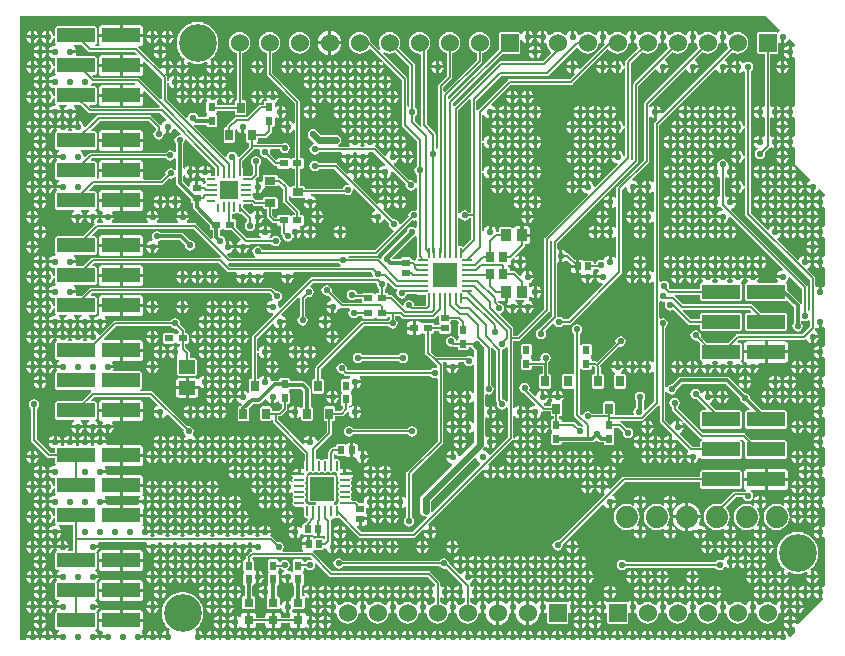
<source format=gtl>
G04 Layer_Physical_Order=1*
G04 Layer_Color=255*
%FSLAX25Y25*%
%MOIN*%
G70*
G01*
G75*
%ADD10R,0.12520X0.05000*%
%ADD11R,0.02953X0.02362*%
%ADD12R,0.02362X0.02953*%
%ADD13R,0.02559X0.03740*%
%ADD14R,0.02520X0.02362*%
%ADD15R,0.05315X0.04528*%
%ADD16R,0.03543X0.03937*%
%ADD17R,0.02362X0.02520*%
%ADD18R,0.03150X0.03150*%
%ADD19R,0.03110X0.03504*%
%ADD20O,0.00984X0.02756*%
%ADD21O,0.00984X0.03543*%
%ADD22O,0.02756X0.00984*%
%ADD23O,0.03543X0.00984*%
%ADD24R,0.06102X0.06102*%
%ADD25R,0.07874X0.07874*%
%ADD26O,0.00984X0.03347*%
%ADD27O,0.03347X0.00984*%
%ADD28R,0.03740X0.02559*%
%ADD29C,0.00600*%
%ADD30C,0.02400*%
%ADD31C,0.01200*%
%ADD32C,0.01500*%
%ADD33C,0.07400*%
%ADD34R,0.06000X0.06000*%
%ADD35C,0.06000*%
%ADD36C,0.12598*%
%ADD37C,0.02200*%
G36*
X67843Y128859D02*
X67597Y128398D01*
X67500Y128418D01*
X25000D01*
X24649Y128348D01*
X24351Y128149D01*
X21852Y125649D01*
X19654D01*
X19418Y126090D01*
X19478Y126181D01*
X19542Y126500D01*
X17500D01*
Y127500D01*
X19542D01*
X19478Y127819D01*
X19014Y128514D01*
X18510Y128851D01*
X18662Y129351D01*
X25760D01*
X26219Y129541D01*
X26409Y130000D01*
Y135000D01*
X26219Y135459D01*
X25760Y135649D01*
X25100D01*
X24909Y136111D01*
X26880Y138082D01*
X58620D01*
X67843Y128859D01*
D02*
G37*
G36*
X104027Y56841D02*
X104453Y56757D01*
X104879Y56841D01*
X105097Y56987D01*
X105437Y57047D01*
X105777Y56987D01*
X105995Y56841D01*
X106376Y56394D01*
X106492Y55812D01*
X106822Y55318D01*
X106904Y54904D01*
X106869Y54851D01*
X106784Y54425D01*
X106869Y53999D01*
X107014Y53781D01*
X107075Y53441D01*
X107014Y53101D01*
X106869Y52883D01*
X106784Y52457D01*
X106869Y52031D01*
X107014Y51813D01*
X107075Y51472D01*
X107014Y51132D01*
X106869Y50914D01*
X106784Y50488D01*
X106869Y50062D01*
X107014Y49844D01*
X107075Y49504D01*
X107014Y49163D01*
X106869Y48946D01*
X106784Y48520D01*
X106869Y48094D01*
X107014Y47876D01*
X107075Y47535D01*
X107014Y47195D01*
X106869Y46977D01*
X106791Y46586D01*
X106784Y46551D01*
X106421Y46188D01*
X106387Y46181D01*
X105995Y46104D01*
X105942Y46068D01*
X105573Y46142D01*
X105336Y46386D01*
X105397Y46690D01*
X105476Y46902D01*
X105896Y47076D01*
X106086Y47535D01*
Y55409D01*
X105896Y55869D01*
X105437Y56059D01*
X97563D01*
X97104Y55869D01*
X96913Y55409D01*
Y47535D01*
X97104Y47076D01*
X97563Y46886D01*
X99455D01*
X99632Y46386D01*
X99395Y46142D01*
X99026Y46068D01*
X98973Y46104D01*
X98547Y46188D01*
X98121Y46104D01*
X97903Y45958D01*
X97563Y45897D01*
X97223Y45958D01*
X97005Y46104D01*
X96613Y46181D01*
X96579Y46188D01*
X96216Y46551D01*
X96209Y46586D01*
X96131Y46977D01*
X95986Y47195D01*
X95925Y47535D01*
X95986Y47876D01*
X96131Y48094D01*
X96216Y48520D01*
X96131Y48946D01*
X95986Y49163D01*
X95925Y49504D01*
X95986Y49844D01*
X96131Y50062D01*
X96216Y50488D01*
X96131Y50914D01*
X95986Y51132D01*
X95925Y51472D01*
X95986Y51813D01*
X96131Y52031D01*
X96216Y52457D01*
X96131Y52883D01*
X95986Y53101D01*
X95925Y53441D01*
X95986Y53781D01*
X96131Y53999D01*
X96216Y54425D01*
X96131Y54851D01*
X96096Y54904D01*
X96178Y55318D01*
X96508Y55812D01*
X96624Y56394D01*
X97005Y56841D01*
X97223Y56987D01*
X97563Y57047D01*
X97903Y56987D01*
X98121Y56841D01*
X98547Y56757D01*
X98973Y56841D01*
X99335Y57083D01*
X99728D01*
X100090Y56841D01*
X100516Y56757D01*
X100942Y56841D01*
X101160Y56987D01*
X101500Y57047D01*
X101840Y56987D01*
X102058Y56841D01*
X102484Y56757D01*
X102910Y56841D01*
X103272Y57083D01*
X103665D01*
X104027Y56841D01*
D02*
G37*
G36*
X150696Y181242D02*
X151082Y181034D01*
Y143418D01*
X150431D01*
X150226Y143726D01*
X149663Y144101D01*
X149000Y144233D01*
X148337Y144101D01*
X147774Y143726D01*
X147461Y143256D01*
X146997Y143325D01*
X146961Y143340D01*
Y177620D01*
X150597Y181256D01*
X150696Y181242D01*
D02*
G37*
G36*
X65951Y158252D02*
X65928Y158218D01*
X65843Y157791D01*
Y156095D01*
X65691Y155867D01*
X65633Y155809D01*
X65405Y155657D01*
X64658D01*
X64423Y156098D01*
X64478Y156181D01*
X64542Y156500D01*
X60458D01*
X60522Y156181D01*
X60986Y155486D01*
X61681Y155022D01*
X62500Y154859D01*
X62629Y154375D01*
X62680Y154117D01*
X62735Y154035D01*
X62883Y153657D01*
X62735Y153279D01*
X62680Y153198D01*
X62191Y153036D01*
X61941Y153173D01*
X61902Y153371D01*
X61681Y153702D01*
X61350Y153923D01*
X60960Y154001D01*
X60200D01*
Y151800D01*
X59200D01*
Y154001D01*
X58440D01*
X58050Y153923D01*
X57719Y153702D01*
X57498Y153371D01*
X57421Y152981D01*
Y152325D01*
X56959Y152134D01*
X55224Y153869D01*
Y155727D01*
X55724Y155879D01*
X55986Y155486D01*
X56681Y155022D01*
X57000Y154958D01*
Y157000D01*
Y159042D01*
X56681Y158978D01*
X55986Y158514D01*
X55724Y158121D01*
X55224Y158273D01*
Y166273D01*
X55226Y166274D01*
X55601Y166837D01*
X55733Y167500D01*
X55668Y167827D01*
X56129Y168073D01*
X65951Y158252D01*
D02*
G37*
G36*
X147774Y141274D02*
X148337Y140899D01*
X149000Y140767D01*
X149663Y140899D01*
X150226Y141274D01*
X150431Y141582D01*
X151082D01*
Y134546D01*
X148532Y131995D01*
X148241Y132190D01*
X147815Y132275D01*
X147461Y132204D01*
X147258Y132287D01*
X146961Y132506D01*
Y141660D01*
X146997Y141675D01*
X147461Y141744D01*
X147774Y141274D01*
D02*
G37*
G36*
X133082Y135477D02*
Y128835D01*
X133119Y128648D01*
X133051Y128602D01*
X132810Y128241D01*
X132725Y127815D01*
X132739Y127746D01*
X132590Y127598D01*
X132286Y127459D01*
X132087Y127593D01*
X131735Y127663D01*
X131509D01*
Y127926D01*
X131319Y128385D01*
X130860Y128575D01*
X128340D01*
X127881Y128385D01*
X127708Y127968D01*
X125211D01*
X125120Y127974D01*
X124915Y128468D01*
X131766Y135320D01*
X132163Y135399D01*
X132582Y135679D01*
X133082Y135477D01*
D02*
G37*
G36*
X70500Y126582D02*
X107069D01*
X107274Y126274D01*
X107808Y125918D01*
X107814Y125881D01*
X107575Y125418D01*
X70880D01*
X70157Y126141D01*
X70403Y126602D01*
X70500Y126582D01*
D02*
G37*
G36*
X23351Y197351D02*
X23649Y197152D01*
X24000Y197082D01*
X39120D01*
X39721Y196482D01*
X39529Y196020D01*
X35000D01*
Y193000D01*
X41779D01*
Y193770D01*
X42241Y193961D01*
X48082Y188120D01*
Y181428D01*
X47582Y181221D01*
X40654Y188149D01*
X40357Y188348D01*
X40005Y188418D01*
X25380D01*
X24909Y188889D01*
X25100Y189351D01*
X25760D01*
X26219Y189541D01*
X26409Y190000D01*
Y195000D01*
X26219Y195459D01*
X25760Y195649D01*
X19654D01*
X19418Y196090D01*
X19478Y196181D01*
X19542Y196500D01*
X17500D01*
Y197500D01*
X19542D01*
X19478Y197819D01*
X19014Y198514D01*
X18510Y198851D01*
X18662Y199351D01*
X21352D01*
X23351Y197351D01*
D02*
G37*
G36*
X163442Y98446D02*
Y80554D01*
X162942Y80402D01*
X162726Y80726D01*
X162163Y81101D01*
X161580Y81217D01*
X161418Y81380D01*
Y97279D01*
X161488Y97697D01*
X161893Y97845D01*
X162163Y97899D01*
X162726Y98274D01*
X162942Y98598D01*
X163442Y98446D01*
D02*
G37*
G36*
X119241Y144461D02*
X119082Y143913D01*
X118486Y143514D01*
X118022Y142819D01*
X117958Y142500D01*
X120000D01*
Y142000D01*
X120500D01*
Y139958D01*
X120819Y140022D01*
X121514Y140486D01*
X121913Y141083D01*
X122461Y141241D01*
X123839Y139863D01*
X123767Y139500D01*
X123899Y138837D01*
X124274Y138274D01*
X124837Y137899D01*
X125301Y137806D01*
X125497Y137295D01*
X119120Y130918D01*
X81650D01*
X81601Y131163D01*
X81226Y131726D01*
X80663Y132101D01*
X80000Y132233D01*
X79337Y132101D01*
X78774Y131726D01*
X78399Y131163D01*
X78267Y130500D01*
X78399Y129837D01*
X78774Y129274D01*
X79308Y128918D01*
X79314Y128881D01*
X79075Y128418D01*
X70880D01*
X69888Y129410D01*
X70122Y129883D01*
X70819Y130022D01*
X71514Y130486D01*
X71978Y131181D01*
X72042Y131500D01*
X70000D01*
Y132000D01*
X69500D01*
Y134042D01*
X69243Y133991D01*
X69233Y134000D01*
X69101Y134663D01*
X68726Y135226D01*
X68163Y135601D01*
X67500Y135733D01*
X67460Y136212D01*
Y137532D01*
X67713D01*
X68172Y137722D01*
X68229Y137861D01*
X68771D01*
X68828Y137722D01*
X69287Y137532D01*
X71297D01*
X74333Y134496D01*
X74222Y134023D01*
X74158Y133963D01*
X73486Y133514D01*
X73022Y132819D01*
X72958Y132500D01*
X77042D01*
X77025Y132582D01*
X77358Y133082D01*
X84569D01*
X84774Y132774D01*
X85337Y132399D01*
X86000Y132267D01*
X86663Y132399D01*
X87226Y132774D01*
X87601Y133337D01*
X87733Y134000D01*
X87601Y134663D01*
X87226Y135226D01*
X86663Y135601D01*
X86000Y135733D01*
X85337Y135601D01*
X84774Y135226D01*
X84569Y134918D01*
X84063D01*
X83912Y135418D01*
X84014Y135486D01*
X84478Y136181D01*
X84542Y136500D01*
X80458D01*
X80522Y136181D01*
X80986Y135486D01*
X81088Y135418D01*
X80937Y134918D01*
X76506D01*
X72890Y138534D01*
Y140543D01*
X72699Y141003D01*
X72240Y141193D01*
X71418D01*
Y142865D01*
X71715Y143083D01*
X71918Y143166D01*
X72272Y143095D01*
X72698Y143180D01*
X72779Y143234D01*
X73158Y143383D01*
X73536Y143234D01*
X73617Y143180D01*
X74043Y143095D01*
X74469Y143180D01*
X74584Y143256D01*
X76582Y141258D01*
Y140431D01*
X76274Y140226D01*
X75899Y139663D01*
X75767Y139000D01*
X75899Y138337D01*
X76274Y137774D01*
X76837Y137399D01*
X77500Y137267D01*
X78163Y137399D01*
X78726Y137774D01*
X79101Y138337D01*
X79233Y139000D01*
X79129Y139522D01*
X79378Y139864D01*
X79500Y139952D01*
Y142000D01*
Y144042D01*
X79181Y143978D01*
X78486Y143514D01*
X78143Y143000D01*
X77562Y142874D01*
X75157Y145279D01*
Y145905D01*
X75309Y146133D01*
X75367Y146191D01*
X75595Y146343D01*
X77291D01*
X77718Y146428D01*
X77884Y146539D01*
X78025D01*
X78553Y146011D01*
X78851Y145812D01*
X79202Y145742D01*
X81792D01*
Y145380D01*
X81982Y144921D01*
X82442Y144731D01*
X83082D01*
Y142362D01*
X83152Y142011D01*
X83351Y141713D01*
X84851Y140213D01*
X85149Y140014D01*
X85500Y139945D01*
X86610D01*
Y139681D01*
X86801Y139222D01*
X87260Y139032D01*
X87819D01*
Y136764D01*
X87888Y136413D01*
X88087Y136115D01*
X88339Y135863D01*
X88267Y135500D01*
X88399Y134837D01*
X88774Y134274D01*
X89337Y133899D01*
X90000Y133767D01*
X90663Y133899D01*
X91226Y134274D01*
X91442Y134598D01*
X91601Y134837D01*
X92000Y134925D01*
Y137000D01*
X92500D01*
Y137500D01*
X94542D01*
X94478Y137819D01*
X94014Y138514D01*
X93988Y138532D01*
X94139Y139032D01*
X94740D01*
X95199Y139222D01*
X95390Y139681D01*
Y142043D01*
X95199Y142502D01*
X94740Y142693D01*
X94181D01*
Y143598D01*
X94112Y143950D01*
X93913Y144247D01*
X90418Y147742D01*
Y148852D01*
X90918Y148951D01*
X91038Y148661D01*
X91497Y148471D01*
X95237D01*
X95401Y148539D01*
X95733Y148135D01*
X95522Y147819D01*
X95458Y147500D01*
X99542D01*
X99478Y147819D01*
X99014Y148514D01*
X98319Y148978D01*
X97780Y149085D01*
X97829Y149585D01*
X109057D01*
X109337Y149399D01*
X110000Y149267D01*
X110663Y149399D01*
X111226Y149774D01*
X111601Y150337D01*
X111733Y151000D01*
X111668Y151327D01*
X112129Y151573D01*
X119241Y144461D01*
D02*
G37*
G36*
X152933Y61630D02*
X153022Y61181D01*
X153486Y60486D01*
X154083Y60087D01*
X154241Y59539D01*
X138256Y43554D01*
X137796Y43800D01*
X137835Y44000D01*
Y47240D01*
X152390Y61795D01*
X152933Y61630D01*
D02*
G37*
G36*
X122185Y196855D02*
X123060Y196493D01*
X124000Y196369D01*
X124940Y196493D01*
X125815Y196855D01*
X125833Y196869D01*
X130582Y192120D01*
Y178794D01*
X130418Y178683D01*
X129918Y178949D01*
Y188000D01*
X129848Y188351D01*
X129649Y188649D01*
X121703Y196594D01*
X122034Y196971D01*
X122185Y196855D01*
D02*
G37*
G36*
X39269Y186520D02*
X39002Y186020D01*
X35000D01*
Y183000D01*
X41779D01*
Y183775D01*
X42241Y183966D01*
X47328Y178880D01*
X47137Y178418D01*
X24380D01*
X23909Y178889D01*
X24101Y179351D01*
X25760D01*
X26219Y179541D01*
X26409Y180000D01*
Y185000D01*
X26219Y185459D01*
X25760Y185649D01*
X24654D01*
X24418Y186090D01*
X24478Y186181D01*
X24483Y186207D01*
X25000Y186582D01*
X39227D01*
X39269Y186520D01*
D02*
G37*
G36*
X69851Y123851D02*
X70149Y123652D01*
X70500Y123582D01*
X72930D01*
X73198Y123082D01*
X73022Y122819D01*
X72958Y122500D01*
X77042D01*
X76978Y122819D01*
X76802Y123082D01*
X77070Y123582D01*
X77930D01*
X78198Y123082D01*
X78022Y122819D01*
X77958Y122500D01*
X82042D01*
X81978Y122819D01*
X81802Y123082D01*
X82070Y123582D01*
X87930D01*
X88198Y123082D01*
X88022Y122819D01*
X87958Y122500D01*
X92042D01*
X91978Y122819D01*
X91802Y123082D01*
X92070Y123582D01*
X117930D01*
X118298Y123156D01*
X118267Y123000D01*
X118383Y122418D01*
X118138Y121918D01*
X98172D01*
X97820Y121848D01*
X97523Y121649D01*
X87596Y111722D01*
X87135Y111968D01*
X87141Y112000D01*
X86978Y112819D01*
X86664Y113289D01*
X86860Y113838D01*
X87163Y113899D01*
X87726Y114274D01*
X88101Y114837D01*
X88233Y115500D01*
X88101Y116163D01*
X87726Y116726D01*
X87163Y117101D01*
X86500Y117233D01*
X86137Y117161D01*
X85149Y118149D01*
X84851Y118348D01*
X84500Y118418D01*
X24500D01*
X24149Y118348D01*
X23851Y118149D01*
X21352Y115649D01*
X19654D01*
X19418Y116090D01*
X19478Y116181D01*
X19542Y116500D01*
X17500D01*
Y117500D01*
X19542D01*
X19478Y117819D01*
X19014Y118514D01*
X18510Y118851D01*
X18662Y119351D01*
X25760D01*
X26219Y119541D01*
X26409Y120000D01*
Y125000D01*
X26219Y125459D01*
X25760Y125649D01*
X25100D01*
X24909Y126111D01*
X25380Y126582D01*
X67120D01*
X69851Y123851D01*
D02*
G37*
G36*
X125394Y118308D02*
X125692Y118109D01*
X126043Y118039D01*
X126412D01*
X126650Y117539D01*
X126399Y117163D01*
X126267Y116500D01*
X126399Y115837D01*
X126774Y115274D01*
X127337Y114899D01*
X128000Y114767D01*
X128663Y114899D01*
X129226Y115274D01*
X129601Y115837D01*
X129687Y116267D01*
X133246D01*
X133412Y116156D01*
X133839Y116071D01*
X136072D01*
Y113839D01*
X136156Y113412D01*
X136267Y113246D01*
Y112565D01*
X136120Y112418D01*
X132301D01*
X132233Y112500D01*
X132101Y113163D01*
X131726Y113726D01*
X131163Y114101D01*
X130500Y114233D01*
X129837Y114101D01*
X129274Y113726D01*
X128899Y113163D01*
X128803Y112682D01*
X128300Y112478D01*
X125149Y115629D01*
X124851Y115828D01*
X124500Y115898D01*
X123626D01*
Y116161D01*
X123436Y116621D01*
X122976Y116811D01*
X122418D01*
Y118069D01*
X122726Y118274D01*
X123101Y118837D01*
X123233Y119500D01*
X123168Y119827D01*
X123629Y120073D01*
X125394Y118308D01*
D02*
G37*
G36*
X261582Y118120D02*
Y113123D01*
X261381Y113054D01*
X261082Y113040D01*
X260865Y113365D01*
X256409Y117821D01*
Y119500D01*
X256219Y119959D01*
X256189Y120269D01*
X256514Y120486D01*
X256978Y121181D01*
X257117Y121878D01*
X257590Y122113D01*
X261582Y118120D01*
D02*
G37*
G36*
X119798Y119656D02*
X119767Y119500D01*
X119899Y118837D01*
X120274Y118274D01*
X120582Y118069D01*
Y116811D01*
X120024D01*
X119564Y116621D01*
X119507Y116482D01*
X118966D01*
X118908Y116621D01*
X118449Y116811D01*
X115496D01*
X115037Y116621D01*
X114953Y116418D01*
X113150D01*
X113101Y116663D01*
X112726Y117226D01*
X112163Y117601D01*
X111500Y117733D01*
X110837Y117601D01*
X110274Y117226D01*
X109899Y116663D01*
X109767Y116000D01*
X109899Y115337D01*
X110274Y114774D01*
X110837Y114399D01*
X111500Y114267D01*
X112163Y114399D01*
X112438Y114582D01*
X114847D01*
Y113799D01*
X114592Y113418D01*
X108380D01*
X104661Y117137D01*
X104733Y117500D01*
X104601Y118163D01*
X104226Y118726D01*
X103663Y119101D01*
X103000Y119233D01*
X102337Y119101D01*
X101774Y118726D01*
X101399Y118163D01*
X101267Y117500D01*
X101399Y116837D01*
X101774Y116274D01*
X102337Y115899D01*
X103000Y115767D01*
X103363Y115839D01*
X104626Y114576D01*
X104461Y114034D01*
X104181Y113978D01*
X103486Y113514D01*
X103022Y112819D01*
X102958Y112500D01*
X105000D01*
Y112000D01*
X105500D01*
Y109958D01*
X105819Y110022D01*
X106514Y110486D01*
X106978Y111181D01*
X107038Y111481D01*
X107045Y111489D01*
X107590Y111692D01*
X107649Y111652D01*
X108000Y111582D01*
X110477D01*
X110679Y111082D01*
X110399Y110663D01*
X110267Y110000D01*
X110399Y109337D01*
X110774Y108774D01*
X111337Y108399D01*
X112000Y108267D01*
X112663Y108399D01*
X113226Y108774D01*
X113418Y109063D01*
X114847D01*
Y108799D01*
X115037Y108340D01*
X115496Y108150D01*
X118449D01*
X118908Y108340D01*
X118966Y108479D01*
X119507D01*
X119564Y108340D01*
X120024Y108150D01*
X122976D01*
X123436Y108340D01*
X123582Y108694D01*
X124082Y108595D01*
Y107931D01*
X123774Y107726D01*
X123569Y107418D01*
X115000D01*
X114649Y107348D01*
X114351Y107149D01*
X99591Y92389D01*
X99392Y92091D01*
X99322Y91740D01*
Y88047D01*
X98961D01*
X98501Y87857D01*
X98311Y87398D01*
Y83657D01*
X98501Y83198D01*
X98961Y83008D01*
X101520D01*
X101979Y83198D01*
X102169Y83657D01*
Y87398D01*
X101979Y87857D01*
X101520Y88047D01*
X101158D01*
Y91360D01*
X115380Y105582D01*
X123569D01*
X123774Y105274D01*
X124337Y104899D01*
X125000Y104767D01*
X125663Y104899D01*
X126226Y105274D01*
X126601Y105837D01*
X126733Y106500D01*
X126601Y107163D01*
X126226Y107726D01*
X125918Y107931D01*
Y109063D01*
X127423D01*
X128154Y108332D01*
X128452Y108133D01*
X128803Y108063D01*
X138500D01*
X138851Y108133D01*
X139149Y108332D01*
X140091Y109273D01*
X140591Y109066D01*
Y107264D01*
X140655Y107109D01*
X140757Y106713D01*
X140655Y106316D01*
X140591Y106161D01*
Y105898D01*
X138890D01*
Y106161D01*
X138699Y106621D01*
X138240Y106811D01*
X135287D01*
X135091Y106730D01*
X134827Y106622D01*
X134435Y106880D01*
X134434Y106882D01*
X134103Y107103D01*
X133713Y107181D01*
X132736D01*
Y104980D01*
Y102780D01*
X133713D01*
X134103Y102857D01*
X134434Y103078D01*
X134435Y103080D01*
X134827Y103339D01*
X135091Y103231D01*
X135287Y103150D01*
X135846D01*
Y96764D01*
X135916Y96413D01*
X136115Y96115D01*
X138379Y93851D01*
X139915Y92315D01*
X139873Y91979D01*
X139390Y91656D01*
X139000Y91733D01*
X138337Y91601D01*
X137774Y91226D01*
X137569Y90918D01*
X110070D01*
X109702Y91344D01*
X109733Y91500D01*
X109601Y92163D01*
X109226Y92726D01*
X108663Y93101D01*
X108000Y93233D01*
X107337Y93101D01*
X106774Y92726D01*
X106399Y92163D01*
X106267Y91500D01*
X106399Y90837D01*
X106774Y90274D01*
X107337Y89899D01*
X108000Y89767D01*
X108363Y89839D01*
X108851Y89351D01*
X109149Y89152D01*
X109500Y89082D01*
X110937D01*
X111088Y88582D01*
X110986Y88514D01*
X110543Y87850D01*
X108319D01*
X107860Y87660D01*
X107669Y87201D01*
Y84248D01*
X107860Y83789D01*
X107999Y83731D01*
Y83190D01*
X107860Y83132D01*
X107669Y82673D01*
Y79720D01*
X107860Y79261D01*
X108319Y79071D01*
X108582D01*
Y78352D01*
X107620Y77390D01*
X105909D01*
Y78342D01*
X105719Y78802D01*
X105260Y78992D01*
X102701D01*
X102242Y78802D01*
X102051Y78342D01*
Y74602D01*
X102242Y74143D01*
X102701Y73953D01*
X103063D01*
Y70333D01*
X100081Y67351D01*
X99538Y67516D01*
X99478Y67819D01*
X99014Y68514D01*
X98319Y68978D01*
X98000Y69042D01*
Y67000D01*
X97500D01*
Y66500D01*
X95409D01*
X94993Y66277D01*
X86918Y74353D01*
Y75555D01*
X87500D01*
X87851Y75625D01*
X88149Y75824D01*
X89649Y77324D01*
X89848Y77621D01*
X89918Y77972D01*
Y79583D01*
X90181D01*
X90640Y79773D01*
X90830Y80232D01*
Y83185D01*
X90640Y83644D01*
X90501Y83702D01*
Y84243D01*
X90640Y84301D01*
X90830Y84760D01*
Y84777D01*
X94493D01*
X95276Y83993D01*
Y78992D01*
X95221D01*
X94761Y78802D01*
X94632Y78489D01*
X94175Y78387D01*
X94093Y78396D01*
X94014Y78514D01*
X93319Y78978D01*
X93000Y79042D01*
Y77000D01*
Y74958D01*
X93319Y75022D01*
X94014Y75486D01*
X94071Y75571D01*
X94571Y75420D01*
Y74602D01*
X94761Y74143D01*
X95221Y73953D01*
X97780D01*
X98239Y74143D01*
X98429Y74602D01*
Y78342D01*
X98239Y78802D01*
X97780Y78992D01*
X97724D01*
Y84500D01*
X97630Y84968D01*
X97365Y85365D01*
X95865Y86865D01*
X95468Y87130D01*
X95000Y87224D01*
X90830D01*
Y87713D01*
X90640Y88172D01*
X90181Y88362D01*
X87819D01*
X87360Y88172D01*
X87169Y87713D01*
Y87460D01*
X85736D01*
X85268Y87367D01*
X85100Y87255D01*
X84565Y87449D01*
X84548Y87468D01*
X84478Y87819D01*
X84014Y88514D01*
X83319Y88978D01*
X83000Y89042D01*
Y87000D01*
X82000D01*
Y89042D01*
X81681Y88978D01*
X80986Y88514D01*
X80589Y87919D01*
X80279Y88047D01*
X79918D01*
Y96655D01*
X80418Y96705D01*
X80522Y96181D01*
X80986Y95486D01*
X81681Y95022D01*
X82000Y94958D01*
Y97000D01*
Y99042D01*
X81681Y98978D01*
X80986Y98514D01*
X80522Y97819D01*
X80418Y97295D01*
X79918Y97345D01*
Y101448D01*
X85002Y106533D01*
X85481Y106388D01*
X85522Y106181D01*
X85986Y105486D01*
X86681Y105022D01*
X87000Y104958D01*
Y107000D01*
X87500D01*
Y107500D01*
X89542D01*
X89478Y107819D01*
X89014Y108514D01*
X88319Y108978D01*
X88112Y109019D01*
X87967Y109498D01*
X93598Y115129D01*
X93857Y115060D01*
X94082Y114906D01*
Y108931D01*
X93774Y108726D01*
X93399Y108163D01*
X93267Y107500D01*
X93399Y106837D01*
X93774Y106274D01*
X94337Y105899D01*
X95000Y105767D01*
X95663Y105899D01*
X96226Y106274D01*
X96601Y106837D01*
X96733Y107500D01*
X96601Y108163D01*
X96226Y108726D01*
X95918Y108931D01*
Y114620D01*
X96637Y115339D01*
X97000Y115267D01*
X97663Y115399D01*
X98226Y115774D01*
X98601Y116337D01*
X98733Y117000D01*
X98601Y117663D01*
X98226Y118226D01*
X97732Y118555D01*
X97552Y119082D01*
X98552Y120082D01*
X119430D01*
X119798Y119656D01*
D02*
G37*
G36*
X148899Y93337D02*
X149274Y92774D01*
X149837Y92399D01*
X150500Y92267D01*
X151163Y92399D01*
X151665Y92734D01*
X151925Y92664D01*
X152165Y92532D01*
Y83440D01*
X151665Y83288D01*
X151514Y83514D01*
X150819Y83978D01*
X150500Y84042D01*
Y82000D01*
Y79958D01*
X150819Y80022D01*
X151514Y80486D01*
X151665Y80712D01*
X152165Y80560D01*
Y73440D01*
X151665Y73288D01*
X151514Y73514D01*
X150819Y73978D01*
X150500Y74042D01*
Y72000D01*
Y69958D01*
X150819Y70022D01*
X151514Y70486D01*
X151665Y70712D01*
X152165Y70560D01*
Y66760D01*
X147610Y62205D01*
X147067Y62370D01*
X146978Y62819D01*
X146514Y63514D01*
X145819Y63978D01*
X145500Y64042D01*
Y62000D01*
X145000D01*
Y61500D01*
X142958D01*
X143022Y61181D01*
X143486Y60486D01*
X144181Y60022D01*
X144630Y59933D01*
X144794Y59390D01*
X134702Y49298D01*
X134304Y48702D01*
X134165Y48000D01*
Y44000D01*
X134304Y43298D01*
X134702Y42702D01*
X135298Y42304D01*
X136000Y42165D01*
X136200Y42204D01*
X136446Y41744D01*
X131620Y36918D01*
X114695D01*
X112973Y38640D01*
X113180Y39140D01*
X113700D01*
Y41340D01*
X114200D01*
Y41840D01*
X116479D01*
Y42521D01*
X116402Y42911D01*
X116181Y43242D01*
X116001Y43362D01*
X116109Y43624D01*
Y44873D01*
X116550Y45109D01*
X116681Y45022D01*
X117000Y44958D01*
Y47000D01*
Y49042D01*
X116681Y48978D01*
X115986Y48514D01*
X115522Y47819D01*
X115359Y47000D01*
X115059Y46635D01*
X113667D01*
X113102Y47200D01*
X112805Y47399D01*
X112453Y47469D01*
X111472D01*
X111205Y47969D01*
X111289Y48094D01*
X111373Y48520D01*
X111289Y48946D01*
X111143Y49163D01*
X111082Y49504D01*
X111143Y49844D01*
X111289Y50062D01*
X111373Y50488D01*
X111289Y50914D01*
X111143Y51132D01*
X111082Y51472D01*
X111143Y51813D01*
X111289Y52031D01*
X111373Y52457D01*
X111289Y52883D01*
X111143Y53101D01*
X111082Y53441D01*
X111143Y53781D01*
X111289Y53999D01*
X111373Y54425D01*
X111289Y54851D01*
X111253Y54904D01*
X111336Y55318D01*
X111665Y55812D01*
X111682Y55894D01*
X109079D01*
Y56394D01*
X108579D01*
Y57915D01*
X107898D01*
X107535Y58353D01*
Y60232D01*
X107450Y60658D01*
X107209Y61020D01*
X106847Y61261D01*
X106421Y61346D01*
X105995Y61261D01*
X105870Y61178D01*
X105370Y61445D01*
Y62809D01*
X105584Y62978D01*
X105649Y62983D01*
X106152Y62812D01*
X106260Y62553D01*
X106719Y62363D01*
X109081D01*
X109342Y62471D01*
X109462Y62292D01*
X109793Y62071D01*
X110184Y61993D01*
X110865D01*
Y64272D01*
Y66552D01*
X110184D01*
X109793Y66474D01*
X109462Y66253D01*
X109342Y66074D01*
X109081Y66182D01*
X106719D01*
X106260Y65991D01*
X106070Y65532D01*
Y65190D01*
X105300D01*
X104949Y65120D01*
X104651Y64921D01*
X103804Y64074D01*
X103605Y63776D01*
X103535Y63425D01*
Y61445D01*
X103035Y61178D01*
X102910Y61261D01*
X102484Y61346D01*
X102058Y61261D01*
X101840Y61116D01*
X101500Y61055D01*
X101160Y61116D01*
X100942Y61261D01*
X100516Y61346D01*
X100090Y61261D01*
X99965Y61178D01*
X99465Y61445D01*
Y64140D01*
X104629Y69304D01*
X104828Y69602D01*
X104898Y69953D01*
Y73953D01*
X105260D01*
X105719Y74143D01*
X105909Y74602D01*
Y75555D01*
X108000D01*
X108351Y75625D01*
X108649Y75824D01*
X109878Y77052D01*
X109985Y77040D01*
X110388Y76855D01*
X110522Y76181D01*
X110986Y75486D01*
X111681Y75022D01*
X112000Y74958D01*
Y77000D01*
Y79042D01*
X111681Y78978D01*
X110986Y78514D01*
X110918Y78412D01*
X110418Y78563D01*
Y79071D01*
X110681D01*
X111140Y79261D01*
X111330Y79720D01*
Y82673D01*
X111140Y83132D01*
X111001Y83190D01*
Y83731D01*
X111140Y83789D01*
X111330Y84248D01*
Y84700D01*
X111830Y84992D01*
X112000Y84958D01*
Y87000D01*
X112500D01*
Y87500D01*
X114542D01*
X114478Y87819D01*
X114014Y88514D01*
X113912Y88582D01*
X114063Y89082D01*
X137569D01*
X137774Y88774D01*
X138337Y88399D01*
X139000Y88267D01*
X139582Y88383D01*
X140082Y88138D01*
Y67380D01*
X129851Y57149D01*
X129652Y56851D01*
X129582Y56500D01*
Y48563D01*
X129082Y48412D01*
X129014Y48514D01*
X128319Y48978D01*
X128000Y49042D01*
Y47000D01*
Y44958D01*
X128319Y45022D01*
X129014Y45486D01*
X129082Y45588D01*
X129582Y45437D01*
Y41931D01*
X129274Y41726D01*
X128899Y41163D01*
X128767Y40500D01*
X128899Y39837D01*
X129274Y39274D01*
X129837Y38899D01*
X130500Y38767D01*
X131163Y38899D01*
X131726Y39274D01*
X132101Y39837D01*
X132233Y40500D01*
X132101Y41163D01*
X131726Y41726D01*
X131418Y41931D01*
Y56120D01*
X141649Y66351D01*
X141848Y66649D01*
X141918Y67000D01*
Y92528D01*
X141848Y92879D01*
X141712Y93082D01*
X141873Y93582D01*
X142930D01*
X143198Y93082D01*
X143022Y92819D01*
X142958Y92500D01*
X147042D01*
X146978Y92819D01*
X146802Y93082D01*
X147070Y93582D01*
X148850D01*
X148899Y93337D01*
D02*
G37*
G36*
X46082Y171620D02*
Y170931D01*
X45774Y170726D01*
X45399Y170163D01*
X45267Y169500D01*
X45399Y168837D01*
X45774Y168274D01*
X46337Y167899D01*
X47000Y167767D01*
X47663Y167899D01*
X48226Y168274D01*
X48601Y168837D01*
X48733Y169500D01*
X48683Y169753D01*
X49133Y170054D01*
X49181Y170022D01*
X49500Y169958D01*
Y172000D01*
X50500D01*
Y169958D01*
X50819Y170022D01*
X51514Y170486D01*
X51978Y171181D01*
X52034Y171461D01*
X52577Y171626D01*
X54573Y169629D01*
X54327Y169168D01*
X54000Y169233D01*
X53337Y169101D01*
X52774Y168726D01*
X52399Y168163D01*
X52267Y167500D01*
X52399Y166837D01*
X52774Y166274D01*
X52776Y166273D01*
Y163652D01*
X52276Y163500D01*
X52126Y163726D01*
X51563Y164101D01*
X50900Y164233D01*
X50237Y164101D01*
X49674Y163726D01*
X49469Y163418D01*
X24500D01*
X24149Y163348D01*
X23851Y163149D01*
X22590Y161888D01*
X22117Y162122D01*
X21978Y162819D01*
X21514Y163514D01*
X21010Y163851D01*
X21162Y164351D01*
X25760D01*
X26219Y164541D01*
X26409Y165000D01*
Y170000D01*
X26219Y170459D01*
X25760Y170649D01*
X24600D01*
X24409Y171111D01*
X27380Y174082D01*
X43620D01*
X46082Y171620D01*
D02*
G37*
G36*
X49674Y161274D02*
X50237Y160899D01*
X50900Y160767D01*
X51563Y160899D01*
X52126Y161274D01*
X52276Y161500D01*
X52776Y161348D01*
Y157801D01*
X52276Y157650D01*
X52226Y157726D01*
X51663Y158101D01*
X51000Y158233D01*
X50337Y158101D01*
X49774Y157726D01*
X49399Y157163D01*
X49267Y156500D01*
X49339Y156137D01*
X47620Y154418D01*
X42129D01*
X41763Y154918D01*
X41779Y155000D01*
Y157000D01*
X34500D01*
X27221D01*
Y155184D01*
X26864Y154777D01*
X26820Y154750D01*
X26409Y155000D01*
Y160000D01*
X26219Y160459D01*
X25760Y160649D01*
X24600D01*
X24409Y161111D01*
X24880Y161582D01*
X49469D01*
X49674Y161274D01*
D02*
G37*
G36*
X133082Y140638D02*
Y138523D01*
X132582Y138321D01*
X132163Y138601D01*
X131500Y138733D01*
X130837Y138601D01*
X130274Y138226D01*
X129899Y137663D01*
X129820Y137266D01*
X122027Y129473D01*
X121931Y129331D01*
X121774Y129226D01*
X121399Y128663D01*
X121306Y128199D01*
X120795Y128003D01*
X120649Y128149D01*
X120351Y128348D01*
X120000Y128418D01*
X110294D01*
X110183Y128582D01*
X110449Y129082D01*
X119500D01*
X119851Y129152D01*
X120149Y129351D01*
X131637Y140839D01*
X132000Y140767D01*
X132582Y140883D01*
X133082Y140638D01*
D02*
G37*
G36*
X147301Y106882D02*
X147305Y106772D01*
X147154Y106321D01*
X146860Y106199D01*
X146669Y105740D01*
Y102787D01*
X146860Y102328D01*
X146999Y102271D01*
Y101729D01*
X146860Y101672D01*
X146669Y101213D01*
Y100870D01*
X146169Y100821D01*
X146101Y101163D01*
X145726Y101726D01*
X145163Y102101D01*
X144500Y102233D01*
X143837Y102101D01*
X143274Y101726D01*
X142899Y101163D01*
X142767Y100500D01*
X142899Y99837D01*
X143274Y99274D01*
X143837Y98899D01*
X144500Y98767D01*
X145012Y98869D01*
X145264Y98819D01*
X146669D01*
Y98260D01*
X146860Y97801D01*
X147319Y97610D01*
X149681D01*
X150140Y97801D01*
X150330Y98260D01*
Y98819D01*
X151216D01*
X151234Y98727D01*
X151632Y98132D01*
X152165Y97598D01*
Y95468D01*
X151925Y95336D01*
X151665Y95266D01*
X151163Y95601D01*
X150500Y95733D01*
X149837Y95601D01*
X149562Y95418D01*
X139408D01*
X137681Y97144D01*
Y103150D01*
X138240D01*
X138699Y103340D01*
X138890Y103799D01*
Y104063D01*
X140591D01*
Y103799D01*
X140781Y103340D01*
X141240Y103150D01*
X143760D01*
X144219Y103340D01*
X144409Y103799D01*
Y106161D01*
X144219Y106621D01*
X144219Y106805D01*
X144409Y107264D01*
Y107527D01*
X146655D01*
X147301Y106882D01*
D02*
G37*
G36*
X159582Y97291D02*
Y81000D01*
X159652Y80649D01*
X159851Y80351D01*
X159955Y80247D01*
X159899Y80163D01*
X159767Y79500D01*
X159899Y78837D01*
X160274Y78274D01*
X160837Y77899D01*
X161500Y77767D01*
X162163Y77899D01*
X162726Y78274D01*
X162942Y78598D01*
X163442Y78446D01*
Y68740D01*
X157461Y62759D01*
X156913Y62918D01*
X156514Y63514D01*
X155819Y63978D01*
X155370Y64068D01*
X155206Y64610D01*
X155298Y64702D01*
X155616Y65178D01*
X155639Y65197D01*
X156066Y65324D01*
X156213Y65334D01*
X156681Y65022D01*
X157000Y64958D01*
Y67000D01*
Y69042D01*
X156681Y68978D01*
X156335Y68747D01*
X155835Y69015D01*
Y74985D01*
X156335Y75253D01*
X156681Y75022D01*
X157000Y74958D01*
Y77000D01*
Y79042D01*
X156681Y78978D01*
X156335Y78747D01*
X155835Y79015D01*
Y82703D01*
X156276Y82939D01*
X156337Y82899D01*
X157000Y82767D01*
X157663Y82899D01*
X158226Y83274D01*
X158601Y83837D01*
X158733Y84500D01*
X158601Y85163D01*
X158226Y85726D01*
X157918Y85931D01*
Y98249D01*
X158107Y98386D01*
X158398Y98476D01*
X159582Y97291D01*
D02*
G37*
G36*
X80883Y164082D02*
X80767Y163500D01*
X80899Y162837D01*
X81274Y162274D01*
X81837Y161899D01*
X82500Y161767D01*
X82863Y161839D01*
X85489Y159213D01*
X85787Y159014D01*
X86138Y158945D01*
X86610D01*
Y158681D01*
X86801Y158222D01*
X87260Y158032D01*
X90213D01*
X90672Y158222D01*
X90729Y158361D01*
X91271D01*
X91328Y158222D01*
X91787Y158032D01*
X92346D01*
Y152329D01*
X91497D01*
X91038Y152139D01*
X90995Y152035D01*
X90895Y152009D01*
X90348Y152213D01*
X90149Y152511D01*
X87871Y154789D01*
X87573Y154988D01*
X87222Y155058D01*
X86831D01*
Y155420D01*
X86641Y155879D01*
X86182Y156069D01*
X82442D01*
X81982Y155879D01*
X81792Y155420D01*
Y153929D01*
X81292Y153662D01*
X80819Y153978D01*
X80500Y154042D01*
Y152000D01*
Y149958D01*
X80819Y150022D01*
X81514Y150486D01*
X81978Y151181D01*
X82103Y151810D01*
X82339Y152089D01*
X82609Y152211D01*
X86182D01*
X86641Y152401D01*
X86733Y152624D01*
X87292Y152771D01*
X87294Y152770D01*
X88582Y151482D01*
Y147362D01*
X88652Y147011D01*
X88851Y146713D01*
X92346Y143218D01*
Y142693D01*
X91787D01*
X91328Y142502D01*
X91271Y142364D01*
X90729D01*
X90672Y142502D01*
X90213Y142693D01*
X87260D01*
X86801Y142502D01*
X86610Y142043D01*
Y141780D01*
X85880D01*
X84918Y142742D01*
Y144731D01*
X86182D01*
X86641Y144921D01*
X86831Y145380D01*
Y147939D01*
X86641Y148399D01*
X86182Y148589D01*
X82442D01*
X81982Y148399D01*
X81792Y147939D01*
Y147578D01*
X79582D01*
X79054Y148106D01*
X78757Y148304D01*
X78609Y148334D01*
X78352Y148750D01*
X78334Y148874D01*
X78405Y149228D01*
X78320Y149654D01*
X78266Y149736D01*
X78258Y149754D01*
X78401Y149993D01*
X79024Y150126D01*
X79181Y150022D01*
X79500Y149958D01*
Y152000D01*
Y154162D01*
X79312Y154514D01*
X80149Y155351D01*
X80348Y155649D01*
X80418Y156000D01*
Y159069D01*
X80726Y159274D01*
X81101Y159837D01*
X81233Y160500D01*
X81101Y161163D01*
X80726Y161726D01*
X80163Y162101D01*
X79500Y162233D01*
X78837Y162101D01*
X78274Y161726D01*
X77899Y161163D01*
X77767Y160500D01*
X77899Y159837D01*
X78274Y159274D01*
X78582Y159069D01*
Y156380D01*
X77752Y155549D01*
X77718Y155572D01*
X77291Y155657D01*
X75595D01*
X75367Y155809D01*
X75309Y155867D01*
X75157Y156095D01*
Y157791D01*
X75072Y158218D01*
X74961Y158384D01*
Y160663D01*
X78880Y164582D01*
X80638D01*
X80883Y164082D01*
D02*
G37*
G36*
X254324Y204450D02*
X254237Y204164D01*
X254126Y203941D01*
X253486Y203514D01*
X253451Y203462D01*
X253000Y203649D01*
X247000D01*
X246541Y203459D01*
X246351Y203000D01*
Y197000D01*
X246541Y196541D01*
X247000Y196351D01*
X249082D01*
Y179070D01*
X248582Y178802D01*
X248319Y178978D01*
X248000Y179042D01*
Y177000D01*
Y174958D01*
X248319Y175022D01*
X248582Y175198D01*
X249082Y174930D01*
Y169070D01*
X248582Y168802D01*
X248319Y168978D01*
X248000Y169042D01*
Y167000D01*
X247500D01*
Y166500D01*
X245458D01*
X245522Y166181D01*
X245986Y165486D01*
X246658Y165037D01*
X246658Y165035D01*
X246686Y164875D01*
X246698Y164509D01*
X246274Y164226D01*
X245899Y163663D01*
X245767Y163000D01*
X245899Y162337D01*
X246274Y161774D01*
X246837Y161399D01*
X247500Y161267D01*
X248163Y161399D01*
X248726Y161774D01*
X249101Y162337D01*
X249233Y163000D01*
X249161Y163363D01*
X250649Y164851D01*
X250768Y165030D01*
X251254Y165223D01*
X251373Y165227D01*
X251681Y165022D01*
X252000Y164958D01*
Y167000D01*
Y169042D01*
X251681Y168978D01*
X251418Y168802D01*
X250918Y169070D01*
Y174930D01*
X251418Y175198D01*
X251681Y175022D01*
X252000Y174958D01*
Y177000D01*
Y179042D01*
X251681Y178978D01*
X251418Y178802D01*
X250918Y179070D01*
Y196351D01*
X253000D01*
X253459Y196541D01*
X253649Y197000D01*
Y199846D01*
X254090Y200082D01*
X254181Y200022D01*
X254500Y199958D01*
Y202000D01*
X255500D01*
Y199958D01*
X255819Y200022D01*
X256514Y200486D01*
X256942Y201126D01*
X257164Y201237D01*
X257451Y201324D01*
X259133Y199641D01*
Y199036D01*
X258633Y198768D01*
X258319Y198978D01*
X258000Y199042D01*
Y197000D01*
Y194958D01*
X258319Y195022D01*
X258633Y195232D01*
X259133Y194964D01*
Y179036D01*
X258633Y178768D01*
X258319Y178978D01*
X258000Y179042D01*
Y177000D01*
Y174958D01*
X258319Y175022D01*
X258633Y175232D01*
X259133Y174964D01*
Y169036D01*
X258633Y168768D01*
X258319Y168978D01*
X258000Y169042D01*
Y167000D01*
Y164958D01*
X258319Y165022D01*
X258633Y165232D01*
X259133Y164964D01*
Y160000D01*
X259199Y159668D01*
X259387Y159387D01*
X264324Y154451D01*
X264237Y154164D01*
X264126Y153942D01*
X263486Y153514D01*
X263022Y152819D01*
X262958Y152500D01*
X265000D01*
Y152000D01*
X265500D01*
Y149958D01*
X265819Y150022D01*
X266514Y150486D01*
X266941Y151126D01*
X267164Y151237D01*
X267450Y151324D01*
X269133Y149641D01*
Y149036D01*
X268633Y148768D01*
X268319Y148978D01*
X268000Y149042D01*
Y147000D01*
Y144958D01*
X268319Y145022D01*
X268633Y145232D01*
X269133Y144964D01*
Y139036D01*
X268633Y138768D01*
X268319Y138978D01*
X268000Y139042D01*
Y137000D01*
Y134958D01*
X268319Y135022D01*
X268633Y135232D01*
X269133Y134964D01*
Y129036D01*
X268633Y128768D01*
X268319Y128978D01*
X268000Y129042D01*
Y127000D01*
Y124958D01*
X268319Y125022D01*
X268633Y125232D01*
X269133Y124964D01*
Y119036D01*
X268633Y118768D01*
X268319Y118978D01*
X268000Y119042D01*
Y117000D01*
X267000D01*
Y119042D01*
X266681Y118978D01*
X266418Y118802D01*
X265918Y119070D01*
Y121500D01*
X265848Y121851D01*
X265649Y122149D01*
X263259Y124539D01*
X263418Y125087D01*
X264014Y125486D01*
X264478Y126181D01*
X264542Y126500D01*
X262500D01*
Y127000D01*
X262000D01*
Y129042D01*
X261681Y128978D01*
X260986Y128514D01*
X260587Y127918D01*
X260039Y127759D01*
X253259Y134539D01*
X253417Y135087D01*
X254014Y135486D01*
X254478Y136181D01*
X254542Y136500D01*
X252500D01*
Y137000D01*
X252000D01*
Y139042D01*
X251681Y138978D01*
X250986Y138514D01*
X250587Y137917D01*
X250039Y137759D01*
X244418Y143380D01*
Y190569D01*
X244726Y190774D01*
X245101Y191337D01*
X245233Y192000D01*
X245101Y192663D01*
X244726Y193226D01*
X244163Y193601D01*
X243500Y193733D01*
X242837Y193601D01*
X242274Y193226D01*
X241690Y193251D01*
X241514Y193514D01*
X240819Y193978D01*
X240500Y194042D01*
Y192000D01*
Y189958D01*
X240819Y190022D01*
X241514Y190486D01*
X241690Y190749D01*
X242166Y190770D01*
X242582Y190408D01*
Y172345D01*
X242082Y172295D01*
X241978Y172819D01*
X241514Y173514D01*
X240819Y173978D01*
X240500Y174042D01*
Y172000D01*
Y169958D01*
X240819Y170022D01*
X241514Y170486D01*
X241978Y171181D01*
X242082Y171704D01*
X242582Y171655D01*
Y162345D01*
X242082Y162295D01*
X241978Y162819D01*
X241514Y163514D01*
X240819Y163978D01*
X240500Y164042D01*
Y162000D01*
Y159958D01*
X240819Y160022D01*
X241514Y160486D01*
X241978Y161181D01*
X242082Y161705D01*
X242582Y161655D01*
Y152345D01*
X242082Y152295D01*
X241978Y152819D01*
X241514Y153514D01*
X240819Y153978D01*
X240500Y154042D01*
Y152000D01*
Y149958D01*
X240819Y150022D01*
X241514Y150486D01*
X241978Y151181D01*
X242082Y151705D01*
X242582Y151655D01*
Y143000D01*
X242652Y142649D01*
X242851Y142351D01*
X264082Y121120D01*
Y110949D01*
X263582Y110683D01*
X263418Y110794D01*
Y118500D01*
X263348Y118851D01*
X263149Y119149D01*
X237874Y144423D01*
X238039Y144966D01*
X238319Y145022D01*
X239014Y145486D01*
X239478Y146181D01*
X239542Y146500D01*
X237500D01*
Y147000D01*
X237000D01*
Y149042D01*
X236681Y148978D01*
X236418Y148802D01*
X235918Y149070D01*
Y154930D01*
X236418Y155198D01*
X236681Y155022D01*
X237000Y154958D01*
Y157000D01*
Y159231D01*
X236733Y159498D01*
X236733Y159500D01*
X236601Y160163D01*
X236226Y160726D01*
X235663Y161101D01*
X235000Y161233D01*
X234337Y161101D01*
X233774Y160726D01*
X233399Y160163D01*
X233267Y159500D01*
X233267Y159498D01*
X233000Y159231D01*
Y157000D01*
Y154958D01*
X233319Y155022D01*
X233582Y155198D01*
X234082Y154930D01*
Y149070D01*
X233582Y148802D01*
X233319Y148978D01*
X233000Y149042D01*
Y147000D01*
Y144958D01*
X233319Y145022D01*
X233769Y145322D01*
X234270Y145347D01*
X234455Y145247D01*
X235113Y144590D01*
X234878Y144117D01*
X234181Y143978D01*
X233486Y143514D01*
X233022Y142819D01*
X232958Y142500D01*
X235000D01*
Y142000D01*
X235500D01*
Y139958D01*
X235819Y140022D01*
X236514Y140486D01*
X236978Y141181D01*
X237117Y141878D01*
X237590Y142113D01*
X255113Y124590D01*
X254878Y124117D01*
X254181Y123978D01*
X253486Y123514D01*
X253022Y122819D01*
X252958Y122500D01*
X255000D01*
Y121500D01*
X252958D01*
X253022Y121181D01*
X253377Y120649D01*
X253158Y120149D01*
X246842D01*
X246623Y120649D01*
X246978Y121181D01*
X247042Y121500D01*
X242958D01*
X243022Y121181D01*
X243377Y120649D01*
X243308Y120397D01*
X243200Y120153D01*
X243174Y120122D01*
X242781Y119959D01*
X242591Y119500D01*
Y114500D01*
X242781Y114041D01*
X243240Y113851D01*
X255760D01*
X256219Y114041D01*
X256644Y114125D01*
X258776Y111993D01*
Y106727D01*
X258774Y106726D01*
X258399Y106163D01*
X258267Y105500D01*
X258399Y104837D01*
X258774Y104274D01*
X259337Y103899D01*
X260000Y103767D01*
X260663Y103899D01*
X261226Y104274D01*
X261601Y104837D01*
X261733Y105500D01*
X261601Y106163D01*
X261226Y106726D01*
X261224Y106727D01*
Y107207D01*
X261723Y107474D01*
X261837Y107399D01*
X262500Y107267D01*
X263163Y107399D01*
X263582Y107679D01*
X264082Y107477D01*
Y105380D01*
X261620Y102918D01*
X240000D01*
X239649Y102848D01*
X239351Y102649D01*
X236852Y100149D01*
X229648D01*
X227661Y102137D01*
X227733Y102500D01*
X227601Y103163D01*
X227226Y103726D01*
X226663Y104101D01*
X226000Y104233D01*
X225337Y104101D01*
X224774Y103726D01*
X224399Y103163D01*
X224267Y102500D01*
X224399Y101837D01*
X224774Y101274D01*
X225337Y100899D01*
X226000Y100767D01*
X226363Y100839D01*
X227623Y99579D01*
X227591Y99500D01*
Y94500D01*
X227781Y94041D01*
X228174Y93878D01*
X228200Y93847D01*
X228308Y93603D01*
X228377Y93351D01*
X228022Y92819D01*
X227958Y92500D01*
X232042D01*
X231978Y92819D01*
X231623Y93351D01*
X231842Y93851D01*
X233158D01*
X233377Y93351D01*
X233022Y92819D01*
X232958Y92500D01*
X237042D01*
X236978Y92819D01*
X236623Y93351D01*
X236842Y93851D01*
X238158D01*
X238377Y93351D01*
X238022Y92819D01*
X237958Y92500D01*
X242042D01*
X241978Y92819D01*
X241514Y93514D01*
X241189Y93731D01*
X241219Y94041D01*
X241409Y94500D01*
Y99500D01*
X241219Y99959D01*
X240760Y100149D01*
X240101D01*
X239909Y100611D01*
X240380Y101082D01*
X262000D01*
X262351Y101152D01*
X262498Y101250D01*
X262901Y101197D01*
X263087Y101083D01*
X263486Y100486D01*
X264181Y100022D01*
X264500Y99958D01*
Y102000D01*
X265000D01*
Y102500D01*
X267042D01*
X266978Y102819D01*
X266514Y103514D01*
X265917Y103913D01*
X265803Y104099D01*
X265750Y104502D01*
X265848Y104649D01*
X265905Y104938D01*
X266080Y105064D01*
X266418Y105198D01*
X266681Y105022D01*
X267000Y104958D01*
Y107000D01*
X268000D01*
Y104958D01*
X268319Y105022D01*
X268633Y105232D01*
X269133Y104964D01*
Y99036D01*
X268633Y98768D01*
X268319Y98978D01*
X268000Y99042D01*
Y97000D01*
Y94958D01*
X268319Y95022D01*
X268633Y95232D01*
X269133Y94964D01*
Y89036D01*
X268633Y88768D01*
X268319Y88978D01*
X268000Y89042D01*
Y87000D01*
Y84958D01*
X268319Y85022D01*
X268633Y85232D01*
X269133Y84964D01*
Y79036D01*
X268633Y78768D01*
X268319Y78978D01*
X268000Y79042D01*
Y77000D01*
Y74958D01*
X268319Y75022D01*
X268633Y75232D01*
X269133Y74964D01*
Y69036D01*
X268633Y68768D01*
X268319Y68978D01*
X268000Y69042D01*
Y67000D01*
Y64958D01*
X268319Y65022D01*
X268633Y65232D01*
X269133Y64964D01*
Y59036D01*
X268633Y58768D01*
X268319Y58978D01*
X268000Y59042D01*
Y57000D01*
Y54958D01*
X268319Y55022D01*
X268633Y55232D01*
X269133Y54964D01*
Y49036D01*
X268633Y48768D01*
X268319Y48978D01*
X268000Y49042D01*
Y47000D01*
Y44958D01*
X268319Y45022D01*
X268633Y45232D01*
X269133Y44964D01*
Y39036D01*
X268633Y38768D01*
X268319Y38978D01*
X268000Y39042D01*
Y37000D01*
Y34958D01*
X268319Y35022D01*
X268633Y35232D01*
X269133Y34964D01*
Y19036D01*
X268633Y18768D01*
X268319Y18978D01*
X268000Y19042D01*
Y17000D01*
Y14958D01*
X268319Y15022D01*
X268503Y15145D01*
X268819Y14754D01*
X259992Y6199D01*
X259532Y6449D01*
X259542Y6500D01*
X258000D01*
Y4958D01*
X258319Y5022D01*
X258675Y5259D01*
X259020Y5075D01*
X259133Y4964D01*
Y3633D01*
X257626Y2126D01*
X257083Y2290D01*
X256978Y2819D01*
X256514Y3514D01*
X255819Y3978D01*
X255500Y4042D01*
Y2000D01*
X255000D01*
Y1500D01*
X252958D01*
X252972Y1431D01*
X252664Y1015D01*
X252336D01*
X252028Y1431D01*
X252042Y1500D01*
X247958D01*
X247972Y1431D01*
X247664Y1015D01*
X247336D01*
X247028Y1431D01*
X247042Y1500D01*
X242958D01*
X242972Y1431D01*
X242664Y1015D01*
X242336D01*
X242028Y1431D01*
X242042Y1500D01*
X237958D01*
X237972Y1431D01*
X237664Y1015D01*
X237336D01*
X237028Y1431D01*
X237042Y1500D01*
X232958D01*
X232972Y1431D01*
X232664Y1015D01*
X232336D01*
X232028Y1431D01*
X232042Y1500D01*
X227958D01*
X227972Y1431D01*
X227664Y1015D01*
X227336D01*
X227028Y1431D01*
X227042Y1500D01*
X222958D01*
X222972Y1431D01*
X222664Y1015D01*
X222336D01*
X222028Y1431D01*
X222042Y1500D01*
X217958D01*
X217972Y1431D01*
X217664Y1015D01*
X217336D01*
X217028Y1431D01*
X217042Y1500D01*
X212958D01*
X212972Y1431D01*
X212664Y1015D01*
X212336D01*
X212028Y1431D01*
X212042Y1500D01*
X207958D01*
X207972Y1431D01*
X207664Y1015D01*
X207336D01*
X207028Y1431D01*
X207042Y1500D01*
X202958D01*
X202972Y1431D01*
X202664Y1015D01*
X202336D01*
X202028Y1431D01*
X202042Y1500D01*
X197958D01*
X197972Y1431D01*
X197664Y1015D01*
X197336D01*
X197028Y1431D01*
X197042Y1500D01*
X192958D01*
X192972Y1431D01*
X192664Y1015D01*
X192336D01*
X192028Y1431D01*
X192042Y1500D01*
X187958D01*
X187972Y1431D01*
X187664Y1015D01*
X187336D01*
X187028Y1431D01*
X187042Y1500D01*
X182958D01*
X182972Y1431D01*
X182664Y1015D01*
X182336D01*
X182028Y1431D01*
X182042Y1500D01*
X177958D01*
X177972Y1431D01*
X177664Y1015D01*
X177336D01*
X177028Y1431D01*
X177042Y1500D01*
X172958D01*
X172972Y1431D01*
X172664Y1015D01*
X172336D01*
X172028Y1431D01*
X172042Y1500D01*
X167958D01*
X167972Y1431D01*
X167664Y1015D01*
X167336D01*
X167028Y1431D01*
X167042Y1500D01*
X162958D01*
X162972Y1431D01*
X162664Y1015D01*
X162336D01*
X162028Y1431D01*
X162042Y1500D01*
X157958D01*
X157972Y1431D01*
X157664Y1015D01*
X157336D01*
X157028Y1431D01*
X157042Y1500D01*
X152958D01*
X152972Y1431D01*
X152664Y1015D01*
X152336D01*
X152028Y1431D01*
X152042Y1500D01*
X147958D01*
X147972Y1431D01*
X147664Y1015D01*
X147336D01*
X147028Y1431D01*
X147042Y1500D01*
X142958D01*
X142972Y1431D01*
X142664Y1015D01*
X142336D01*
X142028Y1431D01*
X142042Y1500D01*
X137958D01*
X137972Y1431D01*
X137664Y1015D01*
X137336D01*
X137028Y1431D01*
X137042Y1500D01*
X132958D01*
X132972Y1431D01*
X132664Y1015D01*
X132336D01*
X132028Y1431D01*
X132042Y1500D01*
X127958D01*
X127972Y1431D01*
X127664Y1015D01*
X127336D01*
X127028Y1431D01*
X127042Y1500D01*
X122958D01*
X122972Y1431D01*
X122664Y1015D01*
X122336D01*
X122028Y1431D01*
X122042Y1500D01*
X117958D01*
X117972Y1431D01*
X117664Y1015D01*
X117336D01*
X117028Y1431D01*
X117042Y1500D01*
X112958D01*
X112972Y1431D01*
X112664Y1015D01*
X112336D01*
X112028Y1431D01*
X112042Y1500D01*
X107958D01*
X107972Y1431D01*
X107664Y1015D01*
X107336D01*
X107028Y1431D01*
X107042Y1500D01*
X102958D01*
X102972Y1431D01*
X102664Y1015D01*
X102336D01*
X102028Y1431D01*
X102042Y1500D01*
X97958D01*
X97972Y1431D01*
X97664Y1015D01*
X97336D01*
X97028Y1431D01*
X97042Y1500D01*
X92958D01*
X92972Y1431D01*
X92664Y1015D01*
X92336D01*
X92028Y1431D01*
X92042Y1500D01*
X87958D01*
X87972Y1431D01*
X87664Y1015D01*
X87336D01*
X87028Y1431D01*
X87042Y1500D01*
X82958D01*
X82972Y1431D01*
X82664Y1015D01*
X82336D01*
X82028Y1431D01*
X82042Y1500D01*
X77958D01*
X77972Y1431D01*
X77664Y1015D01*
X77336D01*
X77028Y1431D01*
X77042Y1500D01*
X72958D01*
X72972Y1431D01*
X72664Y1015D01*
X72336D01*
X72028Y1431D01*
X72042Y1500D01*
X67958D01*
X67972Y1431D01*
X67664Y1015D01*
X67336D01*
X67028Y1431D01*
X67042Y1500D01*
X62958D01*
X62972Y1431D01*
X62664Y1015D01*
X62336D01*
X62028Y1431D01*
X62042Y1500D01*
X60000D01*
Y2000D01*
X59500D01*
Y4042D01*
X59475Y4037D01*
X59255Y4503D01*
X59888Y5022D01*
X59919Y5081D01*
X59978Y5112D01*
X60765Y6071D01*
X60784Y6135D01*
X60836Y6177D01*
X61421Y7272D01*
X61427Y7338D01*
X61469Y7389D01*
X61830Y8577D01*
X61823Y8643D01*
X61854Y8702D01*
X61976Y9936D01*
X61957Y10000D01*
X61976Y10064D01*
X61854Y11299D01*
X61823Y11357D01*
X61830Y11423D01*
X61469Y12611D01*
X61427Y12662D01*
X61421Y12728D01*
X60836Y13823D01*
X60784Y13865D01*
X60765Y13929D01*
X59978Y14888D01*
X59919Y14919D01*
X59888Y14978D01*
X58929Y15765D01*
X58865Y15784D01*
X58823Y15836D01*
X57728Y16421D01*
X57662Y16427D01*
X57611Y16469D01*
X56423Y16829D01*
X56357Y16823D01*
X56299Y16854D01*
X55064Y16976D01*
X55031Y16966D01*
X55000Y16979D01*
X54969Y16966D01*
X54936Y16976D01*
X53702Y16854D01*
X53643Y16823D01*
X53577Y16829D01*
X52389Y16469D01*
X52338Y16427D01*
X52272Y16421D01*
X51177Y15836D01*
X51135Y15784D01*
X51071Y15765D01*
X50112Y14978D01*
X50081Y14919D01*
X50022Y14888D01*
X49235Y13929D01*
X49216Y13865D01*
X49164Y13823D01*
X48579Y12728D01*
X48573Y12662D01*
X48531Y12611D01*
X48171Y11423D01*
X48177Y11357D01*
X48146Y11299D01*
X48024Y10064D01*
X48043Y10000D01*
X48024Y9936D01*
X48146Y8702D01*
X48177Y8643D01*
X48171Y8577D01*
X48531Y7389D01*
X48573Y7338D01*
X48579Y7272D01*
X49164Y6177D01*
X49216Y6135D01*
X49235Y6071D01*
X50022Y5112D01*
X50081Y5081D01*
X50112Y5022D01*
X50745Y4503D01*
X50525Y4037D01*
X50500Y4042D01*
Y2000D01*
X50000D01*
Y1500D01*
X47958D01*
X47972Y1431D01*
X47664Y1015D01*
X47336D01*
X47028Y1431D01*
X47042Y1500D01*
X42958D01*
X42972Y1431D01*
X42664Y1015D01*
X42336D01*
X42028Y1431D01*
X42042Y1500D01*
X40000D01*
Y2500D01*
X42042D01*
X41978Y2819D01*
X41514Y3514D01*
X41346Y3626D01*
X41375Y4208D01*
X41481Y4279D01*
X41702Y4610D01*
X41779Y5000D01*
Y7000D01*
X34500D01*
X27221D01*
Y5000D01*
X27298Y4610D01*
X27519Y4279D01*
X27850Y4058D01*
X28240Y3980D01*
X28284D01*
X28425Y3656D01*
X28464Y3480D01*
X28022Y2819D01*
X27958Y2500D01*
X30000D01*
Y1500D01*
X27958D01*
X27972Y1431D01*
X27664Y1015D01*
X27336D01*
X27028Y1431D01*
X27042Y1500D01*
X25000D01*
Y2500D01*
X27042D01*
X26978Y2819D01*
X26514Y3514D01*
X25953Y3889D01*
X25942Y4360D01*
X25966Y4436D01*
X26219Y4541D01*
X26409Y5000D01*
Y10000D01*
X26274Y10326D01*
X26514Y10486D01*
X26978Y11181D01*
X27042Y11500D01*
X25000D01*
Y12500D01*
X27042D01*
X26978Y12819D01*
X26514Y13514D01*
X25953Y13889D01*
X25942Y14360D01*
X25966Y14436D01*
X26219Y14541D01*
X26409Y15000D01*
Y20000D01*
X26274Y20326D01*
X26514Y20486D01*
X26978Y21181D01*
X27042Y21500D01*
X25000D01*
Y22500D01*
X27042D01*
X26978Y22819D01*
X26514Y23514D01*
X25953Y23889D01*
X25942Y24360D01*
X25966Y24436D01*
X26219Y24541D01*
X26409Y25000D01*
Y30000D01*
X26274Y30326D01*
X26514Y30486D01*
X26978Y31181D01*
X27042Y31500D01*
X25000D01*
Y32500D01*
X27042D01*
X26978Y32819D01*
X26802Y33082D01*
X27070Y33582D01*
X42930D01*
X43198Y33082D01*
X43022Y32819D01*
X42958Y32500D01*
X47042D01*
X46978Y32819D01*
X46802Y33082D01*
X47070Y33582D01*
X47930D01*
X48198Y33082D01*
X48022Y32819D01*
X47958Y32500D01*
X52042D01*
X51978Y32819D01*
X51802Y33082D01*
X52070Y33582D01*
X52930D01*
X53198Y33082D01*
X53022Y32819D01*
X52958Y32500D01*
X57042D01*
X56978Y32819D01*
X56802Y33082D01*
X57070Y33582D01*
X57930D01*
X58198Y33082D01*
X58022Y32819D01*
X57958Y32500D01*
X62042D01*
X61978Y32819D01*
X61802Y33082D01*
X62070Y33582D01*
X62930D01*
X63198Y33082D01*
X63022Y32819D01*
X62958Y32500D01*
X67042D01*
X66978Y32819D01*
X66802Y33082D01*
X67070Y33582D01*
X67930D01*
X68198Y33082D01*
X68022Y32819D01*
X67958Y32500D01*
X72042D01*
X71978Y32819D01*
X71802Y33082D01*
X72070Y33582D01*
X72930D01*
X73198Y33082D01*
X73022Y32819D01*
X72958Y32500D01*
X77042D01*
X76978Y32819D01*
X76802Y33082D01*
X77070Y33582D01*
X77930D01*
X78198Y33082D01*
X78022Y32819D01*
X77958Y32500D01*
X80000D01*
Y31500D01*
X77958D01*
X78022Y31181D01*
X78198Y30918D01*
X78064Y30580D01*
X77938Y30405D01*
X77649Y30348D01*
X77351Y30149D01*
X76351Y29149D01*
X76152Y28851D01*
X76082Y28500D01*
Y27890D01*
X75819D01*
X75360Y27699D01*
X75169Y27240D01*
Y24287D01*
X75360Y23828D01*
X75499Y23771D01*
Y23229D01*
X75360Y23172D01*
X75169Y22713D01*
Y19760D01*
X75360Y19301D01*
X75776Y19128D01*
Y15677D01*
X75425D01*
X74966Y15487D01*
X74776Y15028D01*
Y11878D01*
X74966Y11419D01*
X75425Y11229D01*
X78575D01*
X79034Y11419D01*
X79224Y11878D01*
Y15028D01*
X79034Y15487D01*
X78575Y15677D01*
X78224D01*
Y19128D01*
X78640Y19301D01*
X78796Y19677D01*
X78951Y19816D01*
X79331Y19992D01*
X79500Y19958D01*
Y22000D01*
Y24042D01*
X79249Y23992D01*
X79000Y24168D01*
X78831Y24346D01*
Y27240D01*
X78640Y27699D01*
X78479Y27766D01*
X78313Y28289D01*
X78508Y28582D01*
X97620D01*
X98073Y28129D01*
X97827Y27668D01*
X97500Y27733D01*
X96837Y27601D01*
X96274Y27226D01*
X96069Y26918D01*
X95331D01*
Y27240D01*
X95140Y27699D01*
X94681Y27890D01*
X92319D01*
X91860Y27699D01*
X91669Y27240D01*
Y24287D01*
X91737Y24126D01*
X91636Y23721D01*
X91509Y23526D01*
X91499Y23524D01*
X90819Y23978D01*
X90137Y24114D01*
X89988Y24569D01*
X89987Y24615D01*
X90226Y24774D01*
X90601Y25337D01*
X90733Y26000D01*
X90601Y26663D01*
X90226Y27226D01*
X89663Y27601D01*
X89000Y27733D01*
X88337Y27601D01*
X87774Y27226D01*
X87581Y26936D01*
X87081Y27087D01*
Y27240D01*
X86890Y27699D01*
X86431Y27890D01*
X84069D01*
X83610Y27699D01*
X83420Y27240D01*
Y24287D01*
X83610Y23828D01*
X83749Y23771D01*
Y23229D01*
X83610Y23172D01*
X83420Y22713D01*
Y19760D01*
X83569Y19400D01*
X83446Y19192D01*
X83269Y18988D01*
X83000Y19042D01*
Y17000D01*
Y14591D01*
X83026Y14569D01*
Y11878D01*
X83216Y11419D01*
X83675Y11229D01*
X86825D01*
X87284Y11419D01*
X87406Y11713D01*
X87926Y11662D01*
X88022Y11181D01*
X88486Y10486D01*
X89181Y10022D01*
X89500Y9958D01*
Y12000D01*
Y14042D01*
X89181Y13978D01*
X88486Y13514D01*
X88022Y12819D01*
X87974Y12580D01*
X87474Y12629D01*
Y15028D01*
X87284Y15487D01*
X86825Y15677D01*
X86474D01*
Y19128D01*
X86890Y19301D01*
X87081Y19760D01*
Y22713D01*
X86890Y23172D01*
X86751Y23229D01*
Y23771D01*
X86890Y23828D01*
X87081Y24287D01*
Y24846D01*
X87726D01*
X87774Y24774D01*
X88337Y24399D01*
X88778Y24311D01*
X88884Y23780D01*
X88486Y23514D01*
X88022Y22819D01*
X87958Y22500D01*
X90000D01*
Y22000D01*
X90500D01*
Y19958D01*
X90819Y20022D01*
X91170Y20256D01*
X91669Y19988D01*
Y19760D01*
X91860Y19301D01*
X92277Y19128D01*
Y15677D01*
X91925D01*
X91466Y15487D01*
X91276Y15028D01*
Y14204D01*
X90900Y14003D01*
X90776Y13987D01*
X90500Y14042D01*
Y12000D01*
Y9958D01*
X90707Y10000D01*
X90976Y9716D01*
X91038Y9594D01*
X90983Y9512D01*
X90906Y9122D01*
Y8465D01*
X87844D01*
Y9122D01*
X87767Y9512D01*
X87546Y9843D01*
X87215Y10064D01*
X86825Y10142D01*
X85750D01*
Y7547D01*
Y4953D01*
X86825D01*
X87215Y5031D01*
X87546Y5252D01*
X87767Y5582D01*
X87844Y5972D01*
Y6630D01*
X90906D01*
Y5972D01*
X90983Y5582D01*
X91204Y5252D01*
X91535Y5031D01*
X91925Y4953D01*
X93000D01*
Y7547D01*
Y10142D01*
X91925D01*
X91826Y10122D01*
X91742Y10220D01*
X91579Y10582D01*
X91978Y11181D01*
X91988Y11229D01*
X95075D01*
X95534Y11419D01*
X95724Y11878D01*
Y15028D01*
X95704Y15077D01*
X96110Y15403D01*
X96681Y15022D01*
X97000Y14958D01*
Y16500D01*
X95458D01*
X95522Y16181D01*
X95658Y15977D01*
X95327Y15573D01*
X95075Y15677D01*
X94723D01*
Y19128D01*
X95140Y19301D01*
X95331Y19760D01*
Y22713D01*
X95140Y23172D01*
X95001Y23229D01*
Y23771D01*
X95140Y23828D01*
X95331Y24287D01*
Y25082D01*
X96069D01*
X96274Y24774D01*
X96837Y24399D01*
X97500Y24267D01*
X98163Y24399D01*
X98726Y24774D01*
X99101Y25337D01*
X99233Y26000D01*
X99168Y26327D01*
X99629Y26573D01*
X103851Y22351D01*
X104149Y22152D01*
X104500Y22082D01*
X136620D01*
X139082Y19620D01*
Y19070D01*
X138582Y18802D01*
X138319Y18978D01*
X138000Y19042D01*
Y17000D01*
Y14958D01*
X138319Y15022D01*
X138582Y15198D01*
X139082Y14930D01*
Y13510D01*
X139060Y13507D01*
X138184Y13145D01*
X137524Y12638D01*
X136995Y12734D01*
X136978Y12819D01*
X136514Y13514D01*
X135819Y13978D01*
X135500Y14042D01*
Y12000D01*
Y9958D01*
X135819Y10022D01*
X135913Y10085D01*
X136395Y9805D01*
X136493Y9060D01*
X136855Y8185D01*
X137432Y7433D01*
X138184Y6855D01*
X139060Y6493D01*
X140000Y6369D01*
X140940Y6493D01*
X141815Y6855D01*
X142568Y7433D01*
X143145Y8185D01*
X143507Y9060D01*
X143605Y9805D01*
X144087Y10085D01*
X144181Y10022D01*
X144500Y9958D01*
Y12000D01*
Y14042D01*
X144181Y13978D01*
X143486Y13514D01*
X143022Y12819D01*
X143005Y12734D01*
X142476Y12638D01*
X141815Y13145D01*
X140940Y13507D01*
X140918Y13510D01*
Y14930D01*
X141418Y15198D01*
X141681Y15022D01*
X142000Y14958D01*
Y17000D01*
Y19042D01*
X141681Y18978D01*
X141418Y18802D01*
X140918Y19070D01*
Y20000D01*
X140848Y20351D01*
X140649Y20649D01*
X137649Y23649D01*
X137351Y23848D01*
X137000Y23918D01*
X104880D01*
X98649Y30149D01*
X98470Y30268D01*
X98510Y30757D01*
X98523Y30789D01*
X98571Y30798D01*
X98902Y31019D01*
X99022Y31199D01*
X99283Y31091D01*
X101646D01*
X102105Y31281D01*
X102248Y31627D01*
X102467Y31713D01*
X102965Y31466D01*
X103022Y31181D01*
X103486Y30486D01*
X104181Y30022D01*
X104500Y29958D01*
Y32000D01*
Y34352D01*
X104418Y34419D01*
Y40705D01*
X104416Y40713D01*
X104446Y41101D01*
X104779Y41256D01*
X105035Y41307D01*
X105528Y41637D01*
X105942Y41719D01*
X105995Y41684D01*
X106421Y41599D01*
X106847Y41684D01*
X107139Y41879D01*
X113666Y35351D01*
X113964Y35152D01*
X114315Y35082D01*
X132000D01*
X132351Y35152D01*
X132649Y35351D01*
X134986Y37688D01*
X135338Y37500D01*
X137000D01*
Y39162D01*
X136812Y39514D01*
X154986Y57688D01*
X155338Y57500D01*
X157000D01*
Y59162D01*
X156812Y59514D01*
X164986Y67688D01*
X165038Y67687D01*
X165322Y67500D01*
X167000D01*
Y69042D01*
X166681Y68978D01*
X165986Y68514D01*
X165746Y68155D01*
X165275Y68350D01*
X165277Y68360D01*
Y75647D01*
X165777Y75798D01*
X165986Y75486D01*
X166681Y75022D01*
X167000Y74958D01*
Y77000D01*
Y79042D01*
X166681Y78978D01*
X165986Y78514D01*
X165777Y78202D01*
X165277Y78353D01*
Y100582D01*
X167000D01*
X167351Y100652D01*
X167649Y100851D01*
X177149Y110351D01*
X177348Y110649D01*
X177418Y111000D01*
Y134109D01*
X177752Y134387D01*
X178139Y134086D01*
X178082Y133803D01*
Y108880D01*
X173851Y104649D01*
X173805Y104580D01*
X173274Y104226D01*
X172899Y103663D01*
X172767Y103000D01*
X172899Y102337D01*
X173274Y101774D01*
X173837Y101399D01*
X174500Y101267D01*
X175163Y101399D01*
X175726Y101774D01*
X176101Y102337D01*
X176233Y103000D01*
X176101Y103663D01*
X175845Y104047D01*
X178397Y106599D01*
X178875Y106454D01*
X178899Y106337D01*
X179274Y105774D01*
X179837Y105399D01*
X180500Y105267D01*
X181163Y105399D01*
X181726Y105774D01*
X181931Y106082D01*
X184000D01*
X184351Y106152D01*
X184649Y106351D01*
X201149Y122851D01*
X201348Y123149D01*
X201418Y123500D01*
Y151120D01*
X202410Y152112D01*
X202883Y151878D01*
X203022Y151181D01*
X203486Y150486D01*
X204181Y150022D01*
X204500Y149958D01*
Y152000D01*
X205000D01*
Y152500D01*
X207042D01*
X206978Y152819D01*
X206514Y153514D01*
X205819Y153978D01*
X205122Y154117D01*
X204888Y154590D01*
X210349Y160051D01*
X210548Y160349D01*
X210618Y160700D01*
Y175206D01*
X211118Y175398D01*
X211681Y175022D01*
X212000Y174958D01*
Y177000D01*
Y179042D01*
X211681Y178978D01*
X211118Y178602D01*
X210618Y178794D01*
Y179320D01*
X222539Y191241D01*
X223087Y191083D01*
X223486Y190486D01*
X224181Y190022D01*
X224500Y189958D01*
Y192000D01*
X225000D01*
Y192500D01*
X227042D01*
X226978Y192819D01*
X226514Y193514D01*
X225918Y193913D01*
X225759Y194461D01*
X228167Y196869D01*
X228185Y196855D01*
X229060Y196493D01*
X230000Y196369D01*
X230940Y196493D01*
X231816Y196855D01*
X232568Y197432D01*
X233145Y198185D01*
X233507Y199060D01*
X233605Y199805D01*
X234087Y200085D01*
X234181Y200022D01*
X234500Y199958D01*
Y202000D01*
Y204042D01*
X234181Y203978D01*
X233486Y203514D01*
X233022Y202819D01*
X233005Y202734D01*
X232476Y202638D01*
X231816Y203145D01*
X230940Y203507D01*
X230000Y203631D01*
X229060Y203507D01*
X228185Y203145D01*
X227524Y202638D01*
X226995Y202734D01*
X226978Y202819D01*
X226514Y203514D01*
X225819Y203978D01*
X225500Y204042D01*
Y202000D01*
Y199958D01*
X225819Y200022D01*
X225913Y200085D01*
X226395Y199805D01*
X226493Y199060D01*
X226855Y198185D01*
X226869Y198167D01*
X209051Y180349D01*
X208852Y180051D01*
X208782Y179700D01*
Y161080D01*
X199851Y152149D01*
X199652Y151851D01*
X199582Y151500D01*
Y148563D01*
X199082Y148412D01*
X199014Y148514D01*
X198319Y148978D01*
X198000Y149042D01*
Y147000D01*
Y144958D01*
X198319Y145022D01*
X199014Y145486D01*
X199082Y145588D01*
X199582Y145437D01*
Y138563D01*
X199082Y138412D01*
X199014Y138514D01*
X198319Y138978D01*
X198000Y139042D01*
Y137000D01*
Y134958D01*
X198319Y135022D01*
X199014Y135486D01*
X199082Y135588D01*
X199582Y135437D01*
Y128563D01*
X199082Y128412D01*
X199014Y128514D01*
X198319Y128978D01*
X198000Y129042D01*
Y127000D01*
X197000D01*
Y129042D01*
X196681Y128978D01*
X195986Y128514D01*
X195522Y127819D01*
X194976Y127639D01*
X194500Y127733D01*
X193837Y127601D01*
X193274Y127226D01*
X192899Y126663D01*
X192850Y126418D01*
X192063D01*
Y126760D01*
X191873Y127219D01*
X191413Y127409D01*
X189051D01*
X188790Y127301D01*
X188670Y127481D01*
X188339Y127702D01*
X187949Y127779D01*
X187268D01*
Y125500D01*
Y123221D01*
X187689D01*
X187836Y123043D01*
X188004Y122749D01*
X188006Y122738D01*
X187958Y122500D01*
X192042D01*
X191978Y122819D01*
X191735Y123183D01*
X191873Y123781D01*
X191873D01*
X191873Y123781D01*
X192063Y124240D01*
Y124582D01*
X193562D01*
X193837Y124399D01*
X193893Y124387D01*
X193999Y123857D01*
X193486Y123514D01*
X193022Y122819D01*
X192958Y122500D01*
X195000D01*
Y121500D01*
X192958D01*
X193022Y121181D01*
X193486Y120486D01*
X194181Y120022D01*
X194878Y119883D01*
X195113Y119410D01*
X183620Y107918D01*
X181931D01*
X181726Y108226D01*
X181163Y108601D01*
X180500Y108733D01*
X180304Y108694D01*
X179918Y109011D01*
Y126642D01*
X180418Y126975D01*
X180500Y126958D01*
Y129000D01*
Y131042D01*
X180418Y131025D01*
X179918Y131358D01*
Y133423D01*
X206649Y160154D01*
X206848Y160452D01*
X206918Y160803D01*
Y185620D01*
X212539Y191241D01*
X213087Y191083D01*
X213486Y190486D01*
X214181Y190022D01*
X214500Y189958D01*
Y192000D01*
X215000D01*
Y192500D01*
X217042D01*
X216978Y192819D01*
X216514Y193514D01*
X215917Y193913D01*
X215759Y194461D01*
X218167Y196869D01*
X218184Y196855D01*
X219060Y196493D01*
X220000Y196369D01*
X220940Y196493D01*
X221815Y196855D01*
X222568Y197432D01*
X223145Y198185D01*
X223507Y199060D01*
X223605Y199805D01*
X224087Y200085D01*
X224181Y200022D01*
X224500Y199958D01*
Y202000D01*
Y204042D01*
X224181Y203978D01*
X223486Y203514D01*
X223022Y202819D01*
X223005Y202734D01*
X222476Y202638D01*
X221815Y203145D01*
X220940Y203507D01*
X220000Y203631D01*
X219060Y203507D01*
X218184Y203145D01*
X217524Y202638D01*
X216995Y202734D01*
X216978Y202819D01*
X216514Y203514D01*
X215819Y203978D01*
X215500Y204042D01*
Y202000D01*
Y199958D01*
X215819Y200022D01*
X215913Y200085D01*
X216395Y199805D01*
X216493Y199060D01*
X216855Y198185D01*
X216869Y198167D01*
X205351Y186649D01*
X205152Y186351D01*
X205082Y186000D01*
Y161194D01*
X204748Y160916D01*
X204361Y161217D01*
X204418Y161500D01*
Y193120D01*
X208167Y196869D01*
X208185Y196855D01*
X209060Y196493D01*
X210000Y196369D01*
X210940Y196493D01*
X211816Y196855D01*
X212567Y197432D01*
X213145Y198185D01*
X213507Y199060D01*
X213605Y199805D01*
X214087Y200085D01*
X214181Y200022D01*
X214500Y199958D01*
Y202000D01*
Y204042D01*
X214181Y203978D01*
X213486Y203514D01*
X213022Y202819D01*
X213005Y202734D01*
X212476Y202638D01*
X211816Y203145D01*
X210940Y203507D01*
X210000Y203631D01*
X209060Y203507D01*
X208185Y203145D01*
X207524Y202638D01*
X206995Y202734D01*
X206978Y202819D01*
X206514Y203514D01*
X205819Y203978D01*
X205500Y204042D01*
Y202000D01*
Y199958D01*
X205819Y200022D01*
X205913Y200085D01*
X206395Y199805D01*
X206493Y199060D01*
X206855Y198185D01*
X206869Y198167D01*
X202851Y194149D01*
X202652Y193851D01*
X202582Y193500D01*
Y192345D01*
X202082Y192296D01*
X201978Y192819D01*
X201514Y193514D01*
X200819Y193978D01*
X200500Y194042D01*
Y192000D01*
Y189958D01*
X200819Y190022D01*
X201514Y190486D01*
X201978Y191181D01*
X202082Y191704D01*
X202582Y191655D01*
Y172345D01*
X202082Y172295D01*
X201978Y172819D01*
X201514Y173514D01*
X200819Y173978D01*
X200500Y174042D01*
Y172000D01*
Y169958D01*
X200819Y170022D01*
X201514Y170486D01*
X201978Y171181D01*
X202082Y171704D01*
X202582Y171655D01*
Y162345D01*
X202082Y162295D01*
X201978Y162819D01*
X201514Y163514D01*
X200819Y163978D01*
X200500Y164042D01*
Y162000D01*
X200000D01*
Y161500D01*
X197958D01*
X198022Y161181D01*
X198486Y160486D01*
X199181Y160022D01*
X199878Y159883D01*
X200113Y159410D01*
X192590Y151888D01*
X192117Y152122D01*
X191978Y152819D01*
X191514Y153514D01*
X190819Y153978D01*
X190500Y154042D01*
Y152000D01*
X190000D01*
Y151500D01*
X187958D01*
X188022Y151181D01*
X188486Y150486D01*
X189181Y150022D01*
X189878Y149883D01*
X190112Y149410D01*
X175851Y135149D01*
X175652Y134851D01*
X175582Y134500D01*
Y111380D01*
X166620Y102418D01*
X165277D01*
Y104640D01*
X165207Y104992D01*
X165008Y105289D01*
X160901Y109397D01*
X161046Y109875D01*
X161163Y109899D01*
X161726Y110274D01*
X162101Y110837D01*
X162233Y111500D01*
X162101Y112163D01*
X161726Y112726D01*
X161163Y113101D01*
X160580Y113217D01*
X160184Y113614D01*
X160169Y113811D01*
X160307Y113941D01*
X160681Y114070D01*
X161071Y113992D01*
X162343D01*
Y116980D01*
X163342D01*
Y113886D01*
X163446Y113618D01*
X163471Y113492D01*
X163022Y112819D01*
X162958Y112500D01*
X167042D01*
X166978Y112819D01*
X166514Y113514D01*
X166068Y113812D01*
X165958Y114407D01*
X165967Y114435D01*
X165984Y114453D01*
X166068Y114494D01*
X166386Y114362D01*
X168856D01*
X169007Y113862D01*
X168486Y113514D01*
X168022Y112819D01*
X167958Y112500D01*
X172042D01*
X171978Y112819D01*
X171514Y113514D01*
X170819Y113978D01*
X170474Y114047D01*
X170389Y114548D01*
X170396Y114572D01*
X170579Y115012D01*
Y115264D01*
X171079Y115424D01*
X171681Y115022D01*
X172000Y114958D01*
Y117000D01*
Y119042D01*
X171681Y118978D01*
X171079Y118576D01*
X170579Y118736D01*
Y118949D01*
X170388Y119408D01*
X170359Y119420D01*
X170410Y119940D01*
X170819Y120022D01*
X171514Y120486D01*
X171978Y121181D01*
X172042Y121500D01*
X170000D01*
Y122000D01*
X169500D01*
Y124042D01*
X169181Y123978D01*
X168486Y123514D01*
X168022Y122819D01*
X167963Y122522D01*
X167420Y122358D01*
X166149Y123629D01*
X165851Y123828D01*
X165500Y123898D01*
X164153D01*
Y124732D01*
X163963Y125191D01*
X163569Y125355D01*
X163545Y125654D01*
X163574Y125853D01*
X163894Y125916D01*
X164225Y126137D01*
X164446Y126468D01*
X164523Y126858D01*
Y127791D01*
X164779Y127961D01*
X165492Y128674D01*
X165880Y128356D01*
X165822Y128268D01*
X165522Y127819D01*
X165458Y127500D01*
X167000D01*
Y129042D01*
X166681Y128978D01*
X166232Y128678D01*
X166144Y128620D01*
X165826Y129008D01*
X168806Y131989D01*
X169005Y132287D01*
X169075Y132638D01*
Y132992D01*
X169929D01*
X170319Y133070D01*
X170650Y133291D01*
X170871Y133622D01*
X170949Y134012D01*
Y135480D01*
X168157D01*
Y135980D01*
X167657D01*
Y138968D01*
X166386D01*
X165996Y138891D01*
X165665Y138670D01*
X165567Y138523D01*
X165114Y138417D01*
X164964Y138453D01*
X164614Y138598D01*
X161071D01*
X160612Y138408D01*
X160421Y137949D01*
Y136898D01*
X159725D01*
X159641Y137000D01*
X159478Y137819D01*
X159014Y138514D01*
X158319Y138978D01*
X158000Y139042D01*
Y137000D01*
X157000D01*
Y139042D01*
X156681Y138978D01*
X155986Y138514D01*
X155522Y137819D01*
X155418Y137295D01*
X154918Y137345D01*
Y156655D01*
X155418Y156704D01*
X155522Y156181D01*
X155986Y155486D01*
X156681Y155022D01*
X157000Y154958D01*
Y157000D01*
Y159042D01*
X156681Y158978D01*
X155986Y158514D01*
X155522Y157819D01*
X155418Y157296D01*
X154918Y157345D01*
Y166655D01*
X155418Y166704D01*
X155522Y166181D01*
X155986Y165486D01*
X156681Y165022D01*
X157000Y164958D01*
Y167000D01*
Y169042D01*
X156681Y168978D01*
X155986Y168514D01*
X155522Y167819D01*
X155418Y167296D01*
X154918Y167345D01*
Y176105D01*
X155013Y176176D01*
X155122Y176177D01*
X155633Y176014D01*
X155986Y175486D01*
X156681Y175022D01*
X157000Y174958D01*
Y177000D01*
X157500D01*
Y177500D01*
X159542D01*
X159478Y177819D01*
X159014Y178514D01*
X158319Y178978D01*
X158039Y179034D01*
X157874Y179577D01*
X164380Y186082D01*
X184500D01*
X184851Y186152D01*
X185149Y186351D01*
X196642Y197845D01*
X197141Y197812D01*
X197432Y197432D01*
X198185Y196855D01*
X199060Y196493D01*
X200000Y196369D01*
X200940Y196493D01*
X201816Y196855D01*
X202568Y197432D01*
X203145Y198185D01*
X203507Y199060D01*
X203605Y199805D01*
X204087Y200085D01*
X204181Y200022D01*
X204500Y199958D01*
Y202000D01*
Y204042D01*
X204181Y203978D01*
X203486Y203514D01*
X203022Y202819D01*
X203005Y202734D01*
X202476Y202638D01*
X201816Y203145D01*
X200940Y203507D01*
X200000Y203631D01*
X199060Y203507D01*
X198185Y203145D01*
X197524Y202638D01*
X196995Y202734D01*
X196978Y202819D01*
X196514Y203514D01*
X195819Y203978D01*
X195500Y204042D01*
Y202000D01*
Y199838D01*
X195688Y199486D01*
X187514Y191312D01*
X187162Y191500D01*
X185500D01*
Y189838D01*
X185688Y189486D01*
X184120Y187918D01*
X164000D01*
X163649Y187848D01*
X163351Y187649D01*
X153418Y177715D01*
X153149Y177766D01*
X152918Y177900D01*
Y180805D01*
X161195Y189082D01*
X176500D01*
X176851Y189152D01*
X177149Y189351D01*
X186282Y198484D01*
X186772Y198386D01*
X186855Y198185D01*
X187432Y197432D01*
X188184Y196855D01*
X189060Y196493D01*
X190000Y196369D01*
X190940Y196493D01*
X191815Y196855D01*
X192568Y197432D01*
X193145Y198185D01*
X193507Y199060D01*
X193605Y199805D01*
X194087Y200085D01*
X194181Y200022D01*
X194500Y199958D01*
Y202000D01*
Y204042D01*
X194181Y203978D01*
X193486Y203514D01*
X193022Y202819D01*
X193005Y202734D01*
X192476Y202638D01*
X191815Y203145D01*
X190940Y203507D01*
X190000Y203631D01*
X189060Y203507D01*
X188184Y203145D01*
X187524Y202638D01*
X186995Y202734D01*
X186978Y202819D01*
X186514Y203514D01*
X185819Y203978D01*
X185500Y204042D01*
Y202000D01*
X184500D01*
Y204042D01*
X184181Y203978D01*
X183486Y203514D01*
X183022Y202819D01*
X183005Y202734D01*
X182476Y202638D01*
X181816Y203145D01*
X180940Y203507D01*
X180000Y203631D01*
X179060Y203507D01*
X178184Y203145D01*
X177524Y202638D01*
X176995Y202734D01*
X176978Y202819D01*
X176514Y203514D01*
X175819Y203978D01*
X175500Y204042D01*
Y202000D01*
Y199958D01*
X175819Y200022D01*
X175913Y200085D01*
X176395Y199805D01*
X176493Y199060D01*
X176855Y198185D01*
X177432Y197432D01*
X177812Y197141D01*
X177845Y196642D01*
X175120Y193918D01*
X161043D01*
X160692Y193848D01*
X160394Y193649D01*
X145689Y178944D01*
X145189Y179151D01*
Y179892D01*
X161648Y196351D01*
X167000D01*
X167459Y196541D01*
X167649Y197000D01*
Y200838D01*
X168149Y200990D01*
X168486Y200486D01*
X169181Y200022D01*
X169500Y199958D01*
Y202000D01*
Y204042D01*
X169181Y203978D01*
X168486Y203514D01*
X168147Y203006D01*
X167939Y203004D01*
X167608Y203100D01*
X167459Y203459D01*
X167000Y203649D01*
X161000D01*
X160541Y203459D01*
X160351Y203000D01*
Y197648D01*
X143918Y181215D01*
X143418Y181422D01*
Y182120D01*
X154649Y193351D01*
X154848Y193649D01*
X154918Y194000D01*
Y196490D01*
X154940Y196493D01*
X155815Y196855D01*
X156568Y197432D01*
X157145Y198185D01*
X157507Y199060D01*
X157631Y200000D01*
X157507Y200940D01*
X157145Y201816D01*
X156568Y202568D01*
X155815Y203145D01*
X154940Y203507D01*
X154000Y203631D01*
X153060Y203507D01*
X152184Y203145D01*
X151432Y202568D01*
X150855Y201816D01*
X150493Y200940D01*
X150369Y200000D01*
X150493Y199060D01*
X150855Y198185D01*
X151432Y197432D01*
X152184Y196855D01*
X153060Y196493D01*
X153082Y196490D01*
Y194380D01*
X142380Y183677D01*
X141918Y183869D01*
Y185120D01*
X144649Y187851D01*
X144848Y188149D01*
X144918Y188500D01*
Y196490D01*
X144940Y196493D01*
X145816Y196855D01*
X146568Y197432D01*
X147145Y198185D01*
X147507Y199060D01*
X147631Y200000D01*
X147507Y200940D01*
X147145Y201816D01*
X146568Y202568D01*
X145816Y203145D01*
X144940Y203507D01*
X144000Y203631D01*
X143060Y203507D01*
X142184Y203145D01*
X141432Y202568D01*
X140855Y201816D01*
X140493Y200940D01*
X140369Y200000D01*
X140493Y199060D01*
X140855Y198185D01*
X141432Y197432D01*
X142184Y196855D01*
X143060Y196493D01*
X143082Y196490D01*
Y188880D01*
X140351Y186149D01*
X140152Y185851D01*
X140082Y185500D01*
Y165032D01*
X139582Y164766D01*
X139495Y164825D01*
Y169423D01*
X139425Y169774D01*
X139226Y170072D01*
X136418Y172880D01*
Y197317D01*
X136568Y197432D01*
X137145Y198185D01*
X137507Y199060D01*
X137631Y200000D01*
X137507Y200940D01*
X137145Y201816D01*
X136568Y202568D01*
X135816Y203145D01*
X134940Y203507D01*
X134000Y203631D01*
X133060Y203507D01*
X132185Y203145D01*
X131432Y202568D01*
X130855Y201816D01*
X130493Y200940D01*
X130369Y200000D01*
X130493Y199060D01*
X130855Y198185D01*
X131432Y197432D01*
X132185Y196855D01*
X133060Y196493D01*
X134000Y196369D01*
X134206Y196396D01*
X134582Y196066D01*
Y172500D01*
X134602Y172403D01*
X134141Y172157D01*
X132418Y173880D01*
Y175569D01*
X132726Y175774D01*
X133101Y176337D01*
X133233Y177000D01*
X133101Y177663D01*
X132726Y178226D01*
X132418Y178431D01*
Y192500D01*
X132348Y192851D01*
X132149Y193149D01*
X127131Y198167D01*
X127145Y198185D01*
X127507Y199060D01*
X127631Y200000D01*
X127507Y200940D01*
X127145Y201816D01*
X126568Y202568D01*
X125815Y203145D01*
X124940Y203507D01*
X124000Y203631D01*
X123060Y203507D01*
X122185Y203145D01*
X121432Y202568D01*
X120855Y201816D01*
X120493Y200940D01*
X120369Y200000D01*
X120493Y199060D01*
X120855Y198185D01*
X120971Y198034D01*
X120594Y197703D01*
X117649Y200649D01*
X117536Y200725D01*
X117507Y200940D01*
X117145Y201816D01*
X116568Y202568D01*
X115815Y203145D01*
X114940Y203507D01*
X114000Y203631D01*
X113060Y203507D01*
X112185Y203145D01*
X111432Y202568D01*
X110855Y201816D01*
X110493Y200940D01*
X110369Y200000D01*
X110493Y199060D01*
X110855Y198185D01*
X111432Y197432D01*
X112185Y196855D01*
X113060Y196493D01*
X114000Y196369D01*
X114940Y196493D01*
X115815Y196855D01*
X116568Y197432D01*
X117000Y197995D01*
X117601Y198102D01*
X121734Y193969D01*
X121415Y193580D01*
X121216Y193713D01*
X120819Y193978D01*
X120500Y194042D01*
Y192500D01*
X122042D01*
X121978Y192819D01*
X121713Y193216D01*
X121580Y193415D01*
X121969Y193734D01*
X128082Y187620D01*
Y172500D01*
X128152Y172149D01*
X128351Y171851D01*
X133082Y167120D01*
Y158931D01*
X132774Y158726D01*
X132399Y158163D01*
X132267Y157500D01*
X132399Y156837D01*
X132774Y156274D01*
X133082Y156069D01*
Y153425D01*
X132619Y153186D01*
X132582Y153192D01*
X132226Y153726D01*
X131663Y154101D01*
X131000Y154233D01*
X130637Y154161D01*
X125374Y159423D01*
X125539Y159966D01*
X125819Y160022D01*
X126514Y160486D01*
X126978Y161181D01*
X127042Y161500D01*
X125000D01*
Y162000D01*
X124500D01*
Y164042D01*
X124181Y163978D01*
X123486Y163514D01*
X123022Y162819D01*
X122966Y162539D01*
X122424Y162374D01*
X119649Y165149D01*
X119470Y165268D01*
X119299Y165700D01*
X119273Y165873D01*
X119478Y166181D01*
X119542Y166500D01*
X115458D01*
X115522Y166181D01*
X115698Y165918D01*
X115430Y165418D01*
X114570D01*
X114302Y165918D01*
X114478Y166181D01*
X114542Y166500D01*
X110458D01*
X110522Y166181D01*
X110698Y165918D01*
X110430Y165418D01*
X107023D01*
X106872Y165918D01*
X107298Y166202D01*
X107696Y166798D01*
X107835Y167500D01*
X107696Y168202D01*
X107298Y168798D01*
X106702Y169196D01*
X106000Y169335D01*
X101260D01*
X99798Y170798D01*
X99202Y171196D01*
X98500Y171335D01*
X97798Y171196D01*
X97202Y170798D01*
X96804Y170202D01*
X96665Y169500D01*
X96804Y168798D01*
X97202Y168202D01*
X98718Y166687D01*
X98553Y166144D01*
X98337Y166101D01*
X97774Y165726D01*
X97399Y165163D01*
X97267Y164500D01*
X97399Y163837D01*
X97774Y163274D01*
X98337Y162899D01*
X99000Y162767D01*
X99663Y162899D01*
X100226Y163274D01*
X100431Y163582D01*
X107930D01*
X108198Y163082D01*
X108022Y162819D01*
X107958Y162500D01*
X112042D01*
X111978Y162819D01*
X111802Y163082D01*
X112070Y163582D01*
X112930D01*
X113198Y163082D01*
X113022Y162819D01*
X112958Y162500D01*
X117042D01*
X116978Y162819D01*
X116802Y163082D01*
X117070Y163582D01*
X118620D01*
X122613Y159590D01*
X122378Y159117D01*
X121681Y158978D01*
X120986Y158514D01*
X120522Y157819D01*
X120458Y157500D01*
X122500D01*
Y157000D01*
X123000D01*
Y154958D01*
X123319Y155022D01*
X124014Y155486D01*
X124478Y156181D01*
X124617Y156878D01*
X125090Y157113D01*
X129339Y152863D01*
X129267Y152500D01*
X129399Y151837D01*
X129774Y151274D01*
X130337Y150899D01*
X131000Y150767D01*
X131663Y150899D01*
X132226Y151274D01*
X132582Y151808D01*
X132619Y151814D01*
X133082Y151575D01*
Y144362D01*
X132582Y144117D01*
X132000Y144233D01*
X131337Y144101D01*
X130774Y143726D01*
X130399Y143163D01*
X130267Y142500D01*
X130339Y142137D01*
X127705Y139503D01*
X127194Y139699D01*
X127101Y140163D01*
X126726Y140726D01*
X126163Y141101D01*
X125500Y141233D01*
X125137Y141161D01*
X121812Y144486D01*
X122000Y144838D01*
Y146500D01*
X120338D01*
X119986Y146312D01*
X111812Y154486D01*
X112000Y154838D01*
Y156500D01*
X110338D01*
X109986Y156312D01*
X106649Y159649D01*
X106351Y159848D01*
X106000Y159918D01*
X100431D01*
X100226Y160226D01*
X99663Y160601D01*
X99000Y160733D01*
X98337Y160601D01*
X97774Y160226D01*
X97399Y159663D01*
X97267Y159000D01*
X97399Y158337D01*
X97774Y157774D01*
X98337Y157399D01*
X99000Y157267D01*
X99663Y157399D01*
X100226Y157774D01*
X100431Y158082D01*
X105620D01*
X110573Y153129D01*
X110327Y152668D01*
X110000Y152733D01*
X109337Y152601D01*
X108774Y152226D01*
X108399Y151663D01*
X108350Y151421D01*
X95886D01*
Y151680D01*
X95696Y152139D01*
X95237Y152329D01*
X94181D01*
Y158032D01*
X94740D01*
X95199Y158222D01*
X95390Y158681D01*
Y161043D01*
X95199Y161503D01*
X94740Y161693D01*
X94181D01*
Y180236D01*
X94112Y180587D01*
X93913Y180885D01*
X84918Y189880D01*
Y196490D01*
X84940Y196493D01*
X85816Y196855D01*
X86568Y197432D01*
X87145Y198185D01*
X87507Y199060D01*
X87631Y200000D01*
X87507Y200940D01*
X87145Y201816D01*
X86568Y202568D01*
X85816Y203145D01*
X84940Y203507D01*
X84000Y203631D01*
X83060Y203507D01*
X82184Y203145D01*
X81432Y202568D01*
X80855Y201816D01*
X80493Y200940D01*
X80369Y200000D01*
X80493Y199060D01*
X80855Y198185D01*
X81432Y197432D01*
X82184Y196855D01*
X83060Y196493D01*
X83082Y196490D01*
Y189500D01*
X83152Y189149D01*
X83351Y188851D01*
X92346Y179856D01*
Y173169D01*
X91846Y173017D01*
X91514Y173514D01*
X90819Y173978D01*
X90500Y174042D01*
Y172000D01*
Y169958D01*
X90819Y170022D01*
X91514Y170486D01*
X91846Y170983D01*
X92346Y170831D01*
Y161693D01*
X91787D01*
X91328Y161503D01*
X91271Y161363D01*
X90729D01*
X90672Y161503D01*
X90213Y161693D01*
X87260D01*
X86801Y161503D01*
X86713Y161292D01*
X86149Y161149D01*
X84161Y163137D01*
X84233Y163500D01*
X84118Y164082D01*
X84362Y164582D01*
X87350D01*
X87399Y164337D01*
X87774Y163774D01*
X88337Y163399D01*
X89000Y163267D01*
X89663Y163399D01*
X90226Y163774D01*
X90601Y164337D01*
X90733Y165000D01*
X90601Y165663D01*
X90226Y166226D01*
X89663Y166601D01*
X89000Y166733D01*
X88337Y166601D01*
X88062Y166418D01*
X79762D01*
X79662Y166918D01*
X79819Y166982D01*
X80009Y167442D01*
Y168394D01*
X82450D01*
X82801Y168464D01*
X83099Y168663D01*
X84549Y170113D01*
X84748Y170411D01*
X84818Y170762D01*
Y171910D01*
X85081D01*
X85540Y172101D01*
X85730Y172560D01*
Y175055D01*
X86230Y175323D01*
X86681Y175022D01*
X87000Y174958D01*
Y177000D01*
Y179042D01*
X86681Y178978D01*
X86230Y178677D01*
X85730Y178945D01*
Y180004D01*
X85819Y180022D01*
X86514Y180486D01*
X86978Y181181D01*
X87042Y181500D01*
X82958D01*
X83022Y181181D01*
X83055Y181131D01*
X82820Y180690D01*
X82719D01*
X82260Y180499D01*
X82069Y180040D01*
Y179481D01*
X81027D01*
X80676Y179412D01*
X80378Y179213D01*
X76445Y175280D01*
X73000D01*
X72649Y175210D01*
X72351Y175011D01*
X69951Y172611D01*
X69752Y172313D01*
X69682Y171962D01*
Y171831D01*
X69320D01*
X68861Y171641D01*
X68671Y171182D01*
Y167442D01*
X68861Y166982D01*
X69320Y166792D01*
X71880D01*
X72339Y166982D01*
X72529Y167442D01*
Y171096D01*
X73022Y171181D01*
X73486Y170486D01*
X74181Y170022D01*
X74500Y169958D01*
Y172000D01*
X75500D01*
Y169958D01*
X75651Y169988D01*
X76151Y169688D01*
Y167442D01*
X76342Y166982D01*
X76801Y166792D01*
X77163D01*
Y165460D01*
X73705Y162003D01*
X73194Y162199D01*
X73101Y162663D01*
X72726Y163226D01*
X72163Y163601D01*
X71500Y163733D01*
X70837Y163601D01*
X70274Y163226D01*
X69899Y162663D01*
X69806Y162199D01*
X69295Y162003D01*
X58851Y172447D01*
X59125Y172880D01*
X59464Y172813D01*
X62870D01*
Y172560D01*
X63060Y172101D01*
X63519Y171910D01*
X65881D01*
X66340Y172101D01*
X66531Y172560D01*
Y175513D01*
X66340Y175972D01*
X66201Y176029D01*
Y176571D01*
X66340Y176628D01*
X66531Y177087D01*
Y177449D01*
X72411D01*
Y176497D01*
X72601Y176038D01*
X73061Y175847D01*
X75620D01*
X76079Y176038D01*
X76269Y176497D01*
Y180237D01*
X76079Y180696D01*
X75620Y180886D01*
X74918D01*
Y196490D01*
X74940Y196493D01*
X75815Y196855D01*
X76568Y197432D01*
X77145Y198185D01*
X77507Y199060D01*
X77631Y200000D01*
X77507Y200940D01*
X77145Y201816D01*
X76568Y202568D01*
X75815Y203145D01*
X74940Y203507D01*
X74000Y203631D01*
X73060Y203507D01*
X72184Y203145D01*
X71432Y202568D01*
X70855Y201816D01*
X70493Y200940D01*
X70369Y200000D01*
X70493Y199060D01*
X70855Y198185D01*
X71432Y197432D01*
X72184Y196855D01*
X73060Y196493D01*
X73082Y196490D01*
Y180886D01*
X73061D01*
X72601Y180696D01*
X72411Y180237D01*
Y179285D01*
X66531D01*
Y180040D01*
X66382Y180398D01*
X66514Y180486D01*
X66978Y181181D01*
X67042Y181500D01*
X62958D01*
X63022Y181181D01*
X63190Y180929D01*
X63060Y180499D01*
X62870Y180040D01*
Y177087D01*
X63060Y176628D01*
X63199Y176571D01*
Y176029D01*
X63060Y175972D01*
X62870Y175513D01*
Y175260D01*
X60182D01*
X60101Y175663D01*
X59726Y176226D01*
X59163Y176601D01*
X58500Y176733D01*
X57837Y176601D01*
X57274Y176226D01*
X56899Y175663D01*
X56806Y175199D01*
X56295Y175003D01*
X49918Y181380D01*
Y186655D01*
X50418Y186705D01*
X50522Y186181D01*
X50986Y185486D01*
X51681Y185022D01*
X52000Y184958D01*
Y187000D01*
Y189042D01*
X51681Y188978D01*
X50986Y188514D01*
X50522Y187819D01*
X50418Y187295D01*
X49918Y187345D01*
Y188500D01*
X49848Y188851D01*
X49649Y189149D01*
X49312Y189486D01*
X49500Y189838D01*
Y191500D01*
X47838D01*
X47486Y191312D01*
X40317Y198480D01*
X40524Y198980D01*
X40760D01*
X41150Y199058D01*
X41481Y199279D01*
X41702Y199610D01*
X41779Y200000D01*
Y202000D01*
X34500D01*
X27221D01*
Y200000D01*
X27298Y199610D01*
X27427Y199418D01*
X27248Y198967D01*
X27205Y198918D01*
X26021D01*
X25922Y199418D01*
X26219Y199541D01*
X26409Y200000D01*
Y205000D01*
X26219Y205459D01*
X25760Y205649D01*
X13240D01*
X12781Y205459D01*
X12591Y205000D01*
Y202303D01*
X12091Y202254D01*
X11978Y202819D01*
X11514Y203514D01*
X10819Y203978D01*
X10500Y204042D01*
Y202000D01*
Y199958D01*
X10819Y200022D01*
X11514Y200486D01*
X11978Y201181D01*
X12091Y201747D01*
X12591Y201697D01*
Y200000D01*
X12756Y199600D01*
X12534Y199134D01*
X12500Y199141D01*
X11681Y198978D01*
X10986Y198514D01*
X10522Y197819D01*
X10458Y197500D01*
X12500D01*
Y196500D01*
X10458D01*
X10522Y196181D01*
X10986Y195486D01*
X11681Y195022D01*
X12500Y194859D01*
X12591Y194784D01*
Y192303D01*
X12091Y192253D01*
X11978Y192819D01*
X11514Y193514D01*
X10819Y193978D01*
X10500Y194042D01*
Y192000D01*
Y189958D01*
X10819Y190022D01*
X11514Y190486D01*
X11978Y191181D01*
X12091Y191746D01*
X12591Y191697D01*
Y190000D01*
X12756Y189600D01*
X12534Y189134D01*
X12500Y189141D01*
X11681Y188978D01*
X10986Y188514D01*
X10522Y187819D01*
X10458Y187500D01*
X12500D01*
Y186500D01*
X10458D01*
X10522Y186181D01*
X10986Y185486D01*
X11681Y185022D01*
X12500Y184859D01*
X12591Y184784D01*
Y182303D01*
X12091Y182254D01*
X11978Y182819D01*
X11514Y183514D01*
X10819Y183978D01*
X10500Y184042D01*
Y182000D01*
Y179958D01*
X10819Y180022D01*
X11514Y180486D01*
X11978Y181181D01*
X12091Y181746D01*
X12591Y181697D01*
Y180000D01*
X12756Y179600D01*
X12534Y179134D01*
X12500Y179141D01*
X11681Y178978D01*
X10986Y178514D01*
X10522Y177819D01*
X10458Y177500D01*
X14542D01*
X14478Y177819D01*
X14014Y178514D01*
X13510Y178851D01*
X13662Y179351D01*
X16338D01*
X16490Y178851D01*
X15986Y178514D01*
X15522Y177819D01*
X15458Y177500D01*
X19542D01*
X19478Y177819D01*
X19014Y178514D01*
X18510Y178851D01*
X18662Y179351D01*
X20852D01*
X23351Y176851D01*
X23649Y176652D01*
X24000Y176582D01*
X47620D01*
X49626Y174576D01*
X49461Y174034D01*
X49181Y173978D01*
X48486Y173514D01*
X48079Y172905D01*
X48003Y172860D01*
X47748Y172804D01*
X47506Y172791D01*
X44649Y175649D01*
X44351Y175848D01*
X44000Y175918D01*
X27000D01*
X26649Y175848D01*
X26351Y175649D01*
X22590Y171888D01*
X22117Y172122D01*
X21978Y172819D01*
X21514Y173514D01*
X20819Y173978D01*
X20500Y174042D01*
Y172000D01*
X20000D01*
Y171500D01*
X17958D01*
X18022Y171181D01*
X18082Y171090D01*
X17846Y170649D01*
X17154D01*
X16918Y171090D01*
X16978Y171181D01*
X17042Y171500D01*
X12958D01*
X13022Y171181D01*
X13068Y171111D01*
X12876Y170499D01*
X12781Y170459D01*
X12591Y170000D01*
Y165000D01*
X12781Y164541D01*
X13240Y164351D01*
X13838D01*
X13990Y163851D01*
X13486Y163514D01*
X13022Y162819D01*
X12958Y162500D01*
X15000D01*
Y161500D01*
X12958D01*
X13022Y161181D01*
X13068Y161111D01*
X12876Y160499D01*
X12781Y160459D01*
X12591Y160000D01*
Y155000D01*
X12781Y154541D01*
X13240Y154351D01*
X13838D01*
X13990Y153851D01*
X13486Y153514D01*
X13022Y152819D01*
X12958Y152500D01*
X15000D01*
Y151500D01*
X12958D01*
X13022Y151181D01*
X13068Y151111D01*
X12876Y150499D01*
X12781Y150459D01*
X12591Y150000D01*
Y145000D01*
X12781Y144541D01*
X13240Y144351D01*
X18838D01*
X18990Y143851D01*
X18486Y143514D01*
X18022Y142819D01*
X17958Y142500D01*
X22042D01*
X21978Y142819D01*
X21514Y143514D01*
X21010Y143851D01*
X21162Y144351D01*
X23838D01*
X23990Y143851D01*
X23486Y143514D01*
X23022Y142819D01*
X22958Y142500D01*
X27042D01*
X26978Y142819D01*
X26514Y143514D01*
X25953Y143889D01*
X25942Y144360D01*
X25966Y144436D01*
X26219Y144541D01*
X26409Y145000D01*
Y150000D01*
X26219Y150459D01*
X25760Y150649D01*
X24101D01*
X23909Y151111D01*
X25380Y152582D01*
X48000D01*
X48351Y152652D01*
X48649Y152851D01*
X50637Y154839D01*
X51000Y154767D01*
X51663Y154899D01*
X52226Y155274D01*
X52276Y155350D01*
X52776Y155199D01*
Y153362D01*
X52870Y152894D01*
X53135Y152497D01*
X57791Y147841D01*
Y147154D01*
X57981Y146695D01*
X58440Y146505D01*
X58477D01*
Y145300D01*
X58570Y144832D01*
X58835Y144435D01*
X64110Y139159D01*
Y138181D01*
X64301Y137722D01*
X64760Y137532D01*
X65013D01*
Y135264D01*
X65080Y134925D01*
X64647Y134651D01*
X59649Y139649D01*
X59351Y139848D01*
X59000Y139918D01*
X56563D01*
X56412Y140418D01*
X56514Y140486D01*
X56978Y141181D01*
X57042Y141500D01*
X52958D01*
X53022Y141181D01*
X53486Y140486D01*
X53588Y140418D01*
X53437Y139918D01*
X46563D01*
X46412Y140418D01*
X46514Y140486D01*
X46978Y141181D01*
X47042Y141500D01*
X42958D01*
X43022Y141181D01*
X43486Y140486D01*
X43588Y140418D01*
X43437Y139918D01*
X31563D01*
X31412Y140418D01*
X31514Y140486D01*
X31978Y141181D01*
X32042Y141500D01*
X27958D01*
X28022Y141181D01*
X28486Y140486D01*
X28588Y140418D01*
X28437Y139918D01*
X26563D01*
X26531Y139962D01*
X26514Y140486D01*
X26978Y141181D01*
X27042Y141500D01*
X25500D01*
Y139838D01*
X25688Y139486D01*
X21852Y135649D01*
X13240D01*
X12781Y135459D01*
X12591Y135000D01*
Y130000D01*
X12756Y129600D01*
X12534Y129134D01*
X12500Y129141D01*
X11681Y128978D01*
X10986Y128514D01*
X10522Y127819D01*
X10458Y127500D01*
X12500D01*
Y126500D01*
X10458D01*
X10522Y126181D01*
X10986Y125486D01*
X11681Y125022D01*
X12500Y124859D01*
X12591Y124784D01*
Y122303D01*
X12091Y122254D01*
X11978Y122819D01*
X11514Y123514D01*
X10819Y123978D01*
X10500Y124042D01*
Y122000D01*
Y119958D01*
X10819Y120022D01*
X11514Y120486D01*
X11978Y121181D01*
X12091Y121747D01*
X12591Y121697D01*
Y120000D01*
X12756Y119600D01*
X12534Y119134D01*
X12500Y119141D01*
X11681Y118978D01*
X10986Y118514D01*
X10522Y117819D01*
X10458Y117500D01*
X12500D01*
Y116500D01*
X10458D01*
X10522Y116181D01*
X10986Y115486D01*
X11681Y115022D01*
X12500Y114859D01*
X12591Y114784D01*
Y112303D01*
X12091Y112253D01*
X11978Y112819D01*
X11514Y113514D01*
X10819Y113978D01*
X10500Y114042D01*
Y112000D01*
Y109958D01*
X10819Y110022D01*
X11514Y110486D01*
X11978Y111181D01*
X12091Y111747D01*
X12591Y111697D01*
Y110000D01*
X12756Y109600D01*
X12534Y109134D01*
X12500Y109141D01*
X11681Y108978D01*
X10986Y108514D01*
X10522Y107819D01*
X10458Y107500D01*
X14542D01*
X14478Y107819D01*
X14014Y108514D01*
X13510Y108851D01*
X13662Y109351D01*
X16338D01*
X16490Y108851D01*
X15986Y108514D01*
X15522Y107819D01*
X15458Y107500D01*
X19542D01*
X19478Y107819D01*
X19014Y108514D01*
X18510Y108851D01*
X18662Y109351D01*
X21338D01*
X21490Y108851D01*
X20986Y108514D01*
X20522Y107819D01*
X20458Y107500D01*
X24542D01*
X24478Y107819D01*
X24014Y108514D01*
X23510Y108851D01*
X23662Y109351D01*
X25760D01*
X26219Y109541D01*
X26409Y110000D01*
Y115000D01*
X26219Y115459D01*
X25760Y115649D01*
X24600D01*
X24409Y116111D01*
X24880Y116582D01*
X84120D01*
X84839Y115863D01*
X84767Y115500D01*
X84899Y114837D01*
X85043Y114621D01*
X85038Y114567D01*
X84790Y114099D01*
X84181Y113978D01*
X83486Y113514D01*
X83022Y112819D01*
X82958Y112500D01*
X85000D01*
Y111500D01*
X82958D01*
X83022Y111181D01*
X83486Y110486D01*
X84181Y110022D01*
X85000Y109859D01*
X85032Y109865D01*
X85278Y109404D01*
X78351Y102477D01*
X78152Y102180D01*
X78082Y101828D01*
Y88047D01*
X77720D01*
X77261Y87857D01*
X77071Y87398D01*
Y83657D01*
X77155Y83455D01*
X76712Y83218D01*
X76514Y83514D01*
X75819Y83978D01*
X75500Y84042D01*
Y82000D01*
X75000D01*
Y81500D01*
X72958D01*
X73022Y81181D01*
X73486Y80486D01*
X74181Y80022D01*
X74517Y79955D01*
X74682Y79412D01*
X74395Y79125D01*
X74306Y78992D01*
X73980D01*
X73521Y78802D01*
X73331Y78342D01*
Y74602D01*
X73521Y74143D01*
X73980Y73953D01*
X76539D01*
X76999Y74143D01*
X77189Y74602D01*
Y78342D01*
X77155Y78425D01*
X78507Y79777D01*
X80500D01*
X80968Y79870D01*
X81365Y80135D01*
X82553Y81323D01*
X82776Y81255D01*
X83060Y81123D01*
X83486Y80486D01*
X84181Y80022D01*
X84500Y79958D01*
Y82000D01*
X85500D01*
Y79958D01*
X85819Y80022D01*
X86514Y80486D01*
X86669Y80719D01*
X87169Y80567D01*
Y80232D01*
X87360Y79773D01*
X87819Y79583D01*
X88082D01*
Y78352D01*
X87120Y77390D01*
X84669D01*
Y78342D01*
X84479Y78802D01*
X84020Y78992D01*
X81461D01*
X81001Y78802D01*
X80811Y78342D01*
Y74602D01*
X81001Y74143D01*
X81461Y73953D01*
X84020D01*
X84479Y74143D01*
X84582Y74393D01*
X85082Y74294D01*
Y73972D01*
X85152Y73621D01*
X85351Y73324D01*
X95661Y63014D01*
Y60825D01*
X95550Y60658D01*
X95465Y60232D01*
Y58353D01*
X95102Y57915D01*
X94421D01*
Y56394D01*
X93921D01*
Y55894D01*
X91318D01*
X91335Y55812D01*
X91664Y55318D01*
X91747Y54904D01*
X91711Y54851D01*
X91627Y54425D01*
X91711Y53999D01*
X91730Y53971D01*
X91370Y53610D01*
X90819Y53978D01*
X90500Y54042D01*
Y52000D01*
Y49958D01*
X90819Y50022D01*
X91164Y50252D01*
X91697Y50067D01*
X91732Y50031D01*
X91857Y49844D01*
X91918Y49504D01*
X91857Y49163D01*
X91711Y48946D01*
X91627Y48520D01*
X91711Y48094D01*
X91857Y47876D01*
X91918Y47535D01*
X91857Y47195D01*
X91711Y46977D01*
X91627Y46551D01*
X91711Y46125D01*
X91953Y45764D01*
X92314Y45522D01*
X92740Y45438D01*
X95028D01*
X95255Y45285D01*
X95313Y45227D01*
X95465Y45000D01*
Y42713D01*
X95550Y42287D01*
X95791Y41925D01*
X96153Y41684D01*
X96579Y41599D01*
X96632Y41610D01*
X96879Y41149D01*
X96119Y40389D01*
X95920Y40091D01*
X95878Y39882D01*
X95587D01*
X95127Y39691D01*
X94937Y39232D01*
Y38270D01*
X94835Y38185D01*
X94170Y38280D01*
X94014Y38514D01*
X93319Y38978D01*
X93000Y39042D01*
Y37000D01*
Y34958D01*
X93319Y35022D01*
X94014Y35486D01*
X94478Y36181D01*
X94523Y36406D01*
X95043Y36457D01*
X95127Y36253D01*
X95587Y36063D01*
X97949D01*
X98210Y36171D01*
X98330Y35992D01*
X98661Y35771D01*
X99051Y35693D01*
X99732D01*
Y37972D01*
X100732D01*
Y35693D01*
X101413D01*
X101804Y35771D01*
X102082Y35957D01*
X102319Y35897D01*
X102582Y35762D01*
Y34873D01*
X102105Y34719D01*
X101646Y34909D01*
X99283D01*
X99022Y34801D01*
X98902Y34981D01*
X98571Y35202D01*
X98181Y35279D01*
X97500D01*
Y33000D01*
X97000D01*
Y32500D01*
X94799D01*
Y31740D01*
X94877Y31350D01*
X95098Y31019D01*
X95250Y30918D01*
X95098Y30418D01*
X88523D01*
X88321Y30918D01*
X88601Y31337D01*
X88733Y32000D01*
X88601Y32663D01*
X88226Y33226D01*
X87663Y33601D01*
X87000Y33733D01*
X86637Y33661D01*
X85149Y35149D01*
X84851Y35348D01*
X84562Y35405D01*
X84436Y35580D01*
X84302Y35918D01*
X84478Y36181D01*
X84542Y36500D01*
X80458D01*
X80522Y36181D01*
X80698Y35918D01*
X80430Y35418D01*
X79570D01*
X79302Y35918D01*
X79478Y36181D01*
X79542Y36500D01*
X75458D01*
X75522Y36181D01*
X75698Y35918D01*
X75430Y35418D01*
X74570D01*
X74302Y35918D01*
X74478Y36181D01*
X74542Y36500D01*
X70458D01*
X70522Y36181D01*
X70698Y35918D01*
X70430Y35418D01*
X69570D01*
X69302Y35918D01*
X69478Y36181D01*
X69542Y36500D01*
X65458D01*
X65522Y36181D01*
X65698Y35918D01*
X65430Y35418D01*
X64570D01*
X64302Y35918D01*
X64478Y36181D01*
X64542Y36500D01*
X60458D01*
X60522Y36181D01*
X60698Y35918D01*
X60430Y35418D01*
X59570D01*
X59302Y35918D01*
X59478Y36181D01*
X59542Y36500D01*
X55458D01*
X55522Y36181D01*
X55698Y35918D01*
X55430Y35418D01*
X54570D01*
X54302Y35918D01*
X54478Y36181D01*
X54542Y36500D01*
X50458D01*
X50522Y36181D01*
X50698Y35918D01*
X50430Y35418D01*
X49570D01*
X49302Y35918D01*
X49478Y36181D01*
X49542Y36500D01*
X45458D01*
X45522Y36181D01*
X45698Y35918D01*
X45430Y35418D01*
X44570D01*
X44302Y35918D01*
X44478Y36181D01*
X44542Y36500D01*
X42500D01*
Y37000D01*
X42000D01*
Y39042D01*
X41912Y39024D01*
X41611Y39474D01*
X41702Y39610D01*
X41779Y40000D01*
Y42000D01*
X34500D01*
Y42500D01*
X34000D01*
Y46020D01*
X29926D01*
X29561Y46500D01*
X27500D01*
Y47500D01*
X29542D01*
X29478Y47819D01*
X29037Y48480D01*
X29075Y48656D01*
X29216Y48980D01*
X34000D01*
Y52500D01*
Y56020D01*
X29926D01*
X29561Y56500D01*
X27500D01*
Y57500D01*
X29542D01*
X29478Y57819D01*
X29037Y58480D01*
X29075Y58656D01*
X29216Y58980D01*
X34000D01*
Y62500D01*
Y66020D01*
X29926D01*
X29561Y66500D01*
X25458D01*
X25522Y66181D01*
X25543Y66149D01*
X25275Y65649D01*
X24654D01*
X24418Y66090D01*
X24478Y66181D01*
X24542Y66500D01*
X20458D01*
X20522Y66181D01*
X20582Y66090D01*
X20346Y65649D01*
X19654D01*
X19418Y66090D01*
X19478Y66181D01*
X19542Y66500D01*
X15458D01*
X15522Y66181D01*
X15582Y66090D01*
X15346Y65649D01*
X14654D01*
X14418Y66090D01*
X14478Y66181D01*
X14542Y66500D01*
X10458D01*
X10522Y66181D01*
X10986Y65486D01*
X11681Y65022D01*
X12500Y64859D01*
X12591Y64784D01*
Y63418D01*
X10880D01*
X6418Y67880D01*
Y78069D01*
X6726Y78274D01*
X7101Y78837D01*
X7233Y79500D01*
X7101Y80163D01*
X6726Y80726D01*
X6163Y81101D01*
X5500Y81233D01*
X4837Y81101D01*
X4274Y80726D01*
X3899Y80163D01*
X3767Y79500D01*
X3899Y78837D01*
X4274Y78274D01*
X4582Y78069D01*
Y67500D01*
X4652Y67149D01*
X4851Y66851D01*
X9851Y61851D01*
X10149Y61652D01*
X10500Y61582D01*
X12591D01*
Y60000D01*
X12756Y59600D01*
X12534Y59134D01*
X12500Y59141D01*
X11681Y58978D01*
X10986Y58514D01*
X10522Y57819D01*
X10458Y57500D01*
X12500D01*
Y56500D01*
X10458D01*
X10522Y56181D01*
X10986Y55486D01*
X11681Y55022D01*
X12500Y54859D01*
X12591Y54784D01*
Y52303D01*
X12091Y52254D01*
X11978Y52819D01*
X11514Y53514D01*
X10819Y53978D01*
X10500Y54042D01*
Y52000D01*
Y49958D01*
X10819Y50022D01*
X11514Y50486D01*
X11978Y51181D01*
X12091Y51746D01*
X12591Y51697D01*
Y50000D01*
X12756Y49600D01*
X12534Y49134D01*
X12500Y49141D01*
X11681Y48978D01*
X10986Y48514D01*
X10522Y47819D01*
X10458Y47500D01*
X12500D01*
Y46500D01*
X10458D01*
X10522Y46181D01*
X10986Y45486D01*
X11681Y45022D01*
X12500Y44859D01*
X12591Y44784D01*
Y42303D01*
X12091Y42254D01*
X11978Y42819D01*
X11514Y43514D01*
X10819Y43978D01*
X10500Y44042D01*
Y42000D01*
Y39958D01*
X10819Y40022D01*
X11514Y40486D01*
X11978Y41181D01*
X12091Y41747D01*
X12591Y41697D01*
Y40000D01*
X12756Y39600D01*
X12534Y39134D01*
X12500Y39141D01*
X11681Y38978D01*
X10986Y38514D01*
X10522Y37819D01*
X10458Y37500D01*
X14542D01*
X14478Y37819D01*
X14014Y38514D01*
X13510Y38851D01*
X13662Y39351D01*
X18582D01*
Y34500D01*
Y30649D01*
X17154D01*
X16918Y31090D01*
X16978Y31181D01*
X17042Y31500D01*
X12958D01*
X13022Y31181D01*
X13068Y31111D01*
X12876Y30499D01*
X12781Y30459D01*
X12591Y30000D01*
Y25000D01*
X12781Y24541D01*
X13240Y24351D01*
X13838D01*
X13990Y23851D01*
X13486Y23514D01*
X13022Y22819D01*
X12958Y22500D01*
X15000D01*
Y21500D01*
X12958D01*
X13022Y21181D01*
X13068Y21111D01*
X12876Y20499D01*
X12781Y20459D01*
X12591Y20000D01*
Y15000D01*
X12781Y14541D01*
X13240Y14351D01*
X13838D01*
X13990Y13851D01*
X13486Y13514D01*
X13022Y12819D01*
X12958Y12500D01*
X15000D01*
Y11500D01*
X12958D01*
X13022Y11181D01*
X13068Y11111D01*
X12876Y10499D01*
X12781Y10459D01*
X12591Y10000D01*
Y5000D01*
X12781Y4541D01*
X13240Y4351D01*
X13838D01*
X13990Y3851D01*
X13486Y3514D01*
X13022Y2819D01*
X12958Y2500D01*
X15000D01*
Y1500D01*
X12958D01*
X12972Y1431D01*
X12664Y1015D01*
X12336D01*
X12028Y1431D01*
X12042Y1500D01*
X7958D01*
X7972Y1431D01*
X7664Y1015D01*
X7336D01*
X7028Y1431D01*
X7042Y1500D01*
X2958D01*
X2985Y1367D01*
X2676Y867D01*
X867D01*
Y209133D01*
X249641D01*
X254324Y204450D01*
D02*
G37*
%LPC*%
G36*
X44500Y131500D02*
X42958D01*
X43022Y131181D01*
X43486Y130486D01*
X44181Y130022D01*
X44500Y129958D01*
Y131500D01*
D02*
G37*
G36*
X47042D02*
X45500D01*
Y129958D01*
X45819Y130022D01*
X46514Y130486D01*
X46978Y131181D01*
X47042Y131500D01*
D02*
G37*
G36*
X46500Y137233D02*
X45837Y137101D01*
X45274Y136726D01*
X44899Y136163D01*
X44767Y135500D01*
X44899Y134837D01*
X45043Y134621D01*
X45038Y134567D01*
X44790Y134099D01*
X44181Y133978D01*
X43486Y133514D01*
X43022Y132819D01*
X42958Y132500D01*
X47042D01*
X46978Y132819D01*
X46664Y133290D01*
X46860Y133838D01*
X47163Y133899D01*
X47726Y134274D01*
X47727Y134276D01*
X53993D01*
X55767Y132502D01*
X55767Y132500D01*
X55899Y131837D01*
X56274Y131274D01*
X56837Y130899D01*
X57500Y130767D01*
X58163Y130899D01*
X58726Y131274D01*
X59101Y131837D01*
X59233Y132500D01*
X59101Y133163D01*
X58726Y133726D01*
X58163Y134101D01*
X57500Y134233D01*
X57498Y134233D01*
X55365Y136365D01*
X54968Y136630D01*
X54500Y136723D01*
X47727D01*
X47726Y136726D01*
X47163Y137101D01*
X46500Y137233D01*
D02*
G37*
G36*
X34000Y132000D02*
X27221D01*
Y130000D01*
X27298Y129610D01*
X27519Y129279D01*
X27850Y129058D01*
X28240Y128980D01*
X34000D01*
Y132000D01*
D02*
G37*
G36*
X41779D02*
X35000D01*
Y128980D01*
X40760D01*
X41150Y129058D01*
X41481Y129279D01*
X41702Y129610D01*
X41779Y130000D01*
Y132000D01*
D02*
G37*
G36*
X34000Y136020D02*
X28240D01*
X27850Y135942D01*
X27519Y135721D01*
X27298Y135390D01*
X27221Y135000D01*
Y133000D01*
X34000D01*
Y136020D01*
D02*
G37*
G36*
X40760D02*
X35000D01*
Y133000D01*
X41779D01*
Y135000D01*
X41702Y135390D01*
X41481Y135721D01*
X41150Y135942D01*
X40760Y136020D01*
D02*
G37*
G36*
X58000Y159042D02*
Y157500D01*
X59542D01*
X59478Y157819D01*
X59014Y158514D01*
X58319Y158978D01*
X58000Y159042D01*
D02*
G37*
G36*
X62000D02*
X61681Y158978D01*
X60986Y158514D01*
X60522Y157819D01*
X60458Y157500D01*
X62000D01*
Y159042D01*
D02*
G37*
G36*
X63000D02*
Y157500D01*
X64542D01*
X64478Y157819D01*
X64014Y158514D01*
X63319Y158978D01*
X63000Y159042D01*
D02*
G37*
G36*
X59542Y156500D02*
X58000D01*
Y154958D01*
X58319Y155022D01*
X59014Y155486D01*
X59478Y156181D01*
X59542Y156500D01*
D02*
G37*
G36*
X34000Y192000D02*
X27221D01*
Y190000D01*
X27298Y189610D01*
X27519Y189279D01*
X27850Y189058D01*
X28240Y188980D01*
X34000D01*
Y192000D01*
D02*
G37*
G36*
X41779D02*
X35000D01*
Y188980D01*
X40760D01*
X41150Y189058D01*
X41481Y189279D01*
X41702Y189610D01*
X41779Y190000D01*
Y192000D01*
D02*
G37*
G36*
X34000Y196020D02*
X28240D01*
X27850Y195942D01*
X27519Y195721D01*
X27298Y195390D01*
X27221Y195000D01*
Y193000D01*
X34000D01*
Y196020D01*
D02*
G37*
G36*
X97000Y146500D02*
X95458D01*
X95522Y146181D01*
X95986Y145486D01*
X96681Y145022D01*
X97000Y144958D01*
Y146500D01*
D02*
G37*
G36*
X99542D02*
X98000D01*
Y144958D01*
X98319Y145022D01*
X99014Y145486D01*
X99478Y146181D01*
X99542Y146500D01*
D02*
G37*
G36*
X100500Y144042D02*
Y142500D01*
X102042D01*
X101978Y142819D01*
X101514Y143514D01*
X100819Y143978D01*
X100500Y144042D01*
D02*
G37*
G36*
X80500D02*
Y142500D01*
X82042D01*
X81978Y142819D01*
X81514Y143514D01*
X80819Y143978D01*
X80500Y144042D01*
D02*
G37*
G36*
X99500D02*
X99181Y143978D01*
X98486Y143514D01*
X98022Y142819D01*
X97958Y142500D01*
X99500D01*
Y144042D01*
D02*
G37*
G36*
X74500Y131500D02*
X72958D01*
X73022Y131181D01*
X73486Y130486D01*
X74181Y130022D01*
X74500Y129958D01*
Y131500D01*
D02*
G37*
G36*
X77042D02*
X75500D01*
Y129958D01*
X75819Y130022D01*
X76514Y130486D01*
X76978Y131181D01*
X77042Y131500D01*
D02*
G37*
G36*
X107000Y136500D02*
X105458D01*
X105522Y136181D01*
X105986Y135486D01*
X106681Y135022D01*
X107000Y134958D01*
Y136500D01*
D02*
G37*
G36*
X109542D02*
X108000D01*
Y134958D01*
X108319Y135022D01*
X109014Y135486D01*
X109478Y136181D01*
X109542Y136500D01*
D02*
G37*
G36*
X97000D02*
X95458D01*
X95522Y136181D01*
X95986Y135486D01*
X96681Y135022D01*
X97000Y134958D01*
Y136500D01*
D02*
G37*
G36*
X99542D02*
X98000D01*
Y134958D01*
X98319Y135022D01*
X99014Y135486D01*
X99478Y136181D01*
X99542Y136500D01*
D02*
G37*
G36*
X70500Y134042D02*
Y132500D01*
X72042D01*
X71978Y132819D01*
X71514Y133514D01*
X70819Y133978D01*
X70500Y134042D01*
D02*
G37*
G36*
X94542Y136500D02*
X93000D01*
Y134958D01*
X93319Y135022D01*
X94014Y135486D01*
X94478Y136181D01*
X94542Y136500D01*
D02*
G37*
G36*
X82042Y141500D02*
X80500D01*
Y139958D01*
X80819Y140022D01*
X81514Y140486D01*
X81978Y141181D01*
X82042Y141500D01*
D02*
G37*
G36*
X119500D02*
X117958D01*
X118022Y141181D01*
X118486Y140486D01*
X119181Y140022D01*
X119500Y139958D01*
Y141500D01*
D02*
G37*
G36*
X99500D02*
X97958D01*
X98022Y141181D01*
X98486Y140486D01*
X99181Y140022D01*
X99500Y139958D01*
Y141500D01*
D02*
G37*
G36*
X102042D02*
X100500D01*
Y139958D01*
X100819Y140022D01*
X101514Y140486D01*
X101978Y141181D01*
X102042Y141500D01*
D02*
G37*
G36*
X82000Y139042D02*
X81681Y138978D01*
X80986Y138514D01*
X80522Y137819D01*
X80458Y137500D01*
X82000D01*
Y139042D01*
D02*
G37*
G36*
X98000D02*
Y137500D01*
X99542D01*
X99478Y137819D01*
X99014Y138514D01*
X98319Y138978D01*
X98000Y139042D01*
D02*
G37*
G36*
X107000D02*
X106681Y138978D01*
X105986Y138514D01*
X105522Y137819D01*
X105458Y137500D01*
X107000D01*
Y139042D01*
D02*
G37*
G36*
X83000D02*
Y137500D01*
X84542D01*
X84478Y137819D01*
X84014Y138514D01*
X83319Y138978D01*
X83000Y139042D01*
D02*
G37*
G36*
X97000D02*
X96681Y138978D01*
X95986Y138514D01*
X95522Y137819D01*
X95458Y137500D01*
X97000D01*
Y139042D01*
D02*
G37*
G36*
X108000D02*
Y137500D01*
X109542D01*
X109478Y137819D01*
X109014Y138514D01*
X108319Y138978D01*
X108000Y139042D01*
D02*
G37*
G36*
X34000Y186020D02*
X28240D01*
X27850Y185942D01*
X27519Y185721D01*
X27298Y185390D01*
X27221Y185000D01*
Y183000D01*
X34000D01*
Y186020D01*
D02*
G37*
G36*
Y182000D02*
X27221D01*
Y180000D01*
X27298Y179610D01*
X27519Y179279D01*
X27850Y179058D01*
X28240Y178980D01*
X34000D01*
Y182000D01*
D02*
G37*
G36*
X41779D02*
X35000D01*
Y178980D01*
X40760D01*
X41150Y179058D01*
X41481Y179279D01*
X41702Y179610D01*
X41779Y180000D01*
Y182000D01*
D02*
G37*
G36*
X54500Y124042D02*
X54181Y123978D01*
X53486Y123514D01*
X53022Y122819D01*
X52958Y122500D01*
X54500D01*
Y124042D01*
D02*
G37*
G36*
X60500D02*
Y122500D01*
X62042D01*
X61978Y122819D01*
X61514Y123514D01*
X60819Y123978D01*
X60500Y124042D01*
D02*
G37*
G36*
X64500D02*
X64181Y123978D01*
X63486Y123514D01*
X63022Y122819D01*
X62958Y122500D01*
X64500D01*
Y124042D01*
D02*
G37*
G36*
X55500D02*
Y122500D01*
X57042D01*
X56978Y122819D01*
X56514Y123514D01*
X55819Y123978D01*
X55500Y124042D01*
D02*
G37*
G36*
X59500D02*
X59181Y123978D01*
X58486Y123514D01*
X58022Y122819D01*
X57958Y122500D01*
X59500D01*
Y124042D01*
D02*
G37*
G36*
X92042Y121500D02*
X90500D01*
Y119958D01*
X90819Y120022D01*
X91514Y120486D01*
X91978Y121181D01*
X92042Y121500D01*
D02*
G37*
G36*
X65500Y124042D02*
Y122500D01*
X67042D01*
X66978Y122819D01*
X66514Y123514D01*
X65819Y123978D01*
X65500Y124042D01*
D02*
G37*
G36*
X34000Y126020D02*
X28240D01*
X27850Y125942D01*
X27519Y125721D01*
X27298Y125390D01*
X27221Y125000D01*
Y123000D01*
X34000D01*
Y126020D01*
D02*
G37*
G36*
X40760D02*
X35000D01*
Y123000D01*
X41779D01*
Y125000D01*
X41702Y125390D01*
X41481Y125721D01*
X41150Y125942D01*
X40760Y126020D01*
D02*
G37*
G36*
X64500Y121500D02*
X62958D01*
X63022Y121181D01*
X63486Y120486D01*
X64181Y120022D01*
X64500Y119958D01*
Y121500D01*
D02*
G37*
G36*
X67042D02*
X65500D01*
Y119958D01*
X65819Y120022D01*
X66514Y120486D01*
X66978Y121181D01*
X67042Y121500D01*
D02*
G37*
G36*
X59500D02*
X57958D01*
X58022Y121181D01*
X58486Y120486D01*
X59181Y120022D01*
X59500Y119958D01*
Y121500D01*
D02*
G37*
G36*
X62042D02*
X60500D01*
Y119958D01*
X60819Y120022D01*
X61514Y120486D01*
X61978Y121181D01*
X62042Y121500D01*
D02*
G37*
G36*
X74500D02*
X72958D01*
X73022Y121181D01*
X73486Y120486D01*
X74181Y120022D01*
X74500Y119958D01*
Y121500D01*
D02*
G37*
G36*
X82042D02*
X80500D01*
Y119958D01*
X80819Y120022D01*
X81514Y120486D01*
X81978Y121181D01*
X82042Y121500D01*
D02*
G37*
G36*
X89500D02*
X87958D01*
X88022Y121181D01*
X88486Y120486D01*
X89181Y120022D01*
X89500Y119958D01*
Y121500D01*
D02*
G37*
G36*
X77042D02*
X75500D01*
Y119958D01*
X75819Y120022D01*
X76514Y120486D01*
X76978Y121181D01*
X77042Y121500D01*
D02*
G37*
G36*
X79500D02*
X77958D01*
X78022Y121181D01*
X78486Y120486D01*
X79181Y120022D01*
X79500Y119958D01*
Y121500D01*
D02*
G37*
G36*
X34000Y122000D02*
X27221D01*
Y120000D01*
X27298Y119610D01*
X27519Y119279D01*
X27850Y119058D01*
X28240Y118980D01*
X34000D01*
Y122000D01*
D02*
G37*
G36*
X41779D02*
X35000D01*
Y118980D01*
X40760D01*
X41150Y119058D01*
X41481Y119279D01*
X41702Y119610D01*
X41779Y120000D01*
Y122000D01*
D02*
G37*
G36*
X54500Y121500D02*
X52958D01*
X53022Y121181D01*
X53486Y120486D01*
X54181Y120022D01*
X54500Y119958D01*
Y121500D01*
D02*
G37*
G36*
X57042D02*
X55500D01*
Y119958D01*
X55819Y120022D01*
X56514Y120486D01*
X56978Y121181D01*
X57042Y121500D01*
D02*
G37*
G36*
X92000Y76500D02*
X90458D01*
X90522Y76181D01*
X90986Y75486D01*
X91681Y75022D01*
X92000Y74958D01*
Y76500D01*
D02*
G37*
G36*
X97000Y69042D02*
X96681Y68978D01*
X95986Y68514D01*
X95522Y67819D01*
X95458Y67500D01*
X97000D01*
Y69042D01*
D02*
G37*
G36*
X104500Y84042D02*
X104181Y83978D01*
X103486Y83514D01*
X103022Y82819D01*
X102958Y82500D01*
X104500D01*
Y84042D01*
D02*
G37*
G36*
X105500D02*
Y82500D01*
X107042D01*
X106978Y82819D01*
X106514Y83514D01*
X105819Y83978D01*
X105500Y84042D01*
D02*
G37*
G36*
X92000Y79042D02*
X91681Y78978D01*
X90986Y78514D01*
X90522Y77819D01*
X90458Y77500D01*
X92000D01*
Y79042D01*
D02*
G37*
G36*
X104500Y81500D02*
X102958D01*
X103022Y81181D01*
X103486Y80486D01*
X104181Y80022D01*
X104500Y79958D01*
Y81500D01*
D02*
G37*
G36*
X107042D02*
X105500D01*
Y79958D01*
X105819Y80022D01*
X106514Y80486D01*
X106978Y81181D01*
X107042Y81500D01*
D02*
G37*
G36*
X102000Y109042D02*
X101681Y108978D01*
X100986Y108514D01*
X100522Y107819D01*
X100458Y107500D01*
X102000D01*
Y109042D01*
D02*
G37*
G36*
X103000D02*
Y107500D01*
X104542D01*
X104478Y107819D01*
X104014Y108514D01*
X103319Y108978D01*
X103000Y109042D01*
D02*
G37*
G36*
X89542Y106500D02*
X88000D01*
Y104958D01*
X88319Y105022D01*
X89014Y105486D01*
X89478Y106181D01*
X89542Y106500D01*
D02*
G37*
G36*
X102000D02*
X100458D01*
X100522Y106181D01*
X100986Y105486D01*
X101681Y105022D01*
X102000Y104958D01*
Y106500D01*
D02*
G37*
G36*
X104542D02*
X103000D01*
Y104958D01*
X103319Y105022D01*
X104014Y105486D01*
X104478Y106181D01*
X104542Y106500D01*
D02*
G37*
G36*
X131736Y107181D02*
X130760D01*
X130370Y107103D01*
X130039Y106882D01*
X129818Y106552D01*
X129740Y106161D01*
Y105480D01*
X131736D01*
Y107181D01*
D02*
G37*
G36*
X104500Y111500D02*
X102958D01*
X103022Y111181D01*
X103486Y110486D01*
X104181Y110022D01*
X104500Y109958D01*
Y111500D01*
D02*
G37*
G36*
X84500Y104042D02*
X84181Y103978D01*
X83486Y103514D01*
X83022Y102819D01*
X82958Y102500D01*
X84500D01*
Y104042D01*
D02*
G37*
G36*
X85500D02*
Y102500D01*
X87042D01*
X86978Y102819D01*
X86514Y103514D01*
X85819Y103978D01*
X85500Y104042D01*
D02*
G37*
G36*
X89500D02*
X89181Y103978D01*
X88486Y103514D01*
X88022Y102819D01*
X87958Y102500D01*
X89500D01*
Y104042D01*
D02*
G37*
G36*
X105500D02*
Y102500D01*
X107042D01*
X106978Y102819D01*
X106514Y103514D01*
X105819Y103978D01*
X105500Y104042D01*
D02*
G37*
G36*
X131736Y104480D02*
X129740D01*
Y103799D01*
X129818Y103409D01*
X130039Y103078D01*
X130370Y102857D01*
X130760Y102780D01*
X131736D01*
Y104480D01*
D02*
G37*
G36*
X90500Y104042D02*
Y102500D01*
X92042D01*
X91978Y102819D01*
X91514Y103514D01*
X90819Y103978D01*
X90500Y104042D01*
D02*
G37*
G36*
X104500D02*
X104181Y103978D01*
X103486Y103514D01*
X103022Y102819D01*
X102958Y102500D01*
X104500D01*
Y104042D01*
D02*
G37*
G36*
X85500Y94042D02*
Y92500D01*
X87042D01*
X86978Y92819D01*
X86514Y93514D01*
X85819Y93978D01*
X85500Y94042D01*
D02*
G37*
G36*
X94500D02*
X94181Y93978D01*
X93486Y93514D01*
X93022Y92819D01*
X92958Y92500D01*
X94500D01*
Y94042D01*
D02*
G37*
G36*
X84500D02*
X84181Y93978D01*
X83486Y93514D01*
X83022Y92819D01*
X82958Y92500D01*
X84500D01*
Y94042D01*
D02*
G37*
G36*
X95500D02*
Y92500D01*
X97042D01*
X96978Y92819D01*
X96514Y93514D01*
X95819Y93978D01*
X95500Y94042D01*
D02*
G37*
G36*
X87042Y91500D02*
X85500D01*
Y89958D01*
X85819Y90022D01*
X86514Y90486D01*
X86978Y91181D01*
X87042Y91500D01*
D02*
G37*
G36*
X94500D02*
X92958D01*
X93022Y91181D01*
X93486Y90486D01*
X94181Y90022D01*
X94500Y89958D01*
Y91500D01*
D02*
G37*
G36*
X84500D02*
X82958D01*
X83022Y91181D01*
X83486Y90486D01*
X84181Y90022D01*
X84500Y89958D01*
Y91500D01*
D02*
G37*
G36*
X97042D02*
X95500D01*
Y89958D01*
X95819Y90022D01*
X96514Y90486D01*
X96978Y91181D01*
X97042Y91500D01*
D02*
G37*
G36*
X83000Y99042D02*
Y97500D01*
X84542D01*
X84478Y97819D01*
X84014Y98514D01*
X83319Y98978D01*
X83000Y99042D01*
D02*
G37*
G36*
X97000D02*
X96681Y98978D01*
X95986Y98514D01*
X95522Y97819D01*
X95458Y97500D01*
X97000D01*
Y99042D01*
D02*
G37*
G36*
X98000D02*
Y97500D01*
X99542D01*
X99478Y97819D01*
X99014Y98514D01*
X98319Y98978D01*
X98000Y99042D01*
D02*
G37*
G36*
X92000D02*
X91681Y98978D01*
X90986Y98514D01*
X90522Y97819D01*
X90458Y97500D01*
X92000D01*
Y99042D01*
D02*
G37*
G36*
X93000D02*
Y97500D01*
X94542D01*
X94478Y97819D01*
X94014Y98514D01*
X93319Y98978D01*
X93000Y99042D01*
D02*
G37*
G36*
X92042Y101500D02*
X90500D01*
Y99958D01*
X90819Y100022D01*
X91514Y100486D01*
X91978Y101181D01*
X92042Y101500D01*
D02*
G37*
G36*
X104500D02*
X102958D01*
X103022Y101181D01*
X103486Y100486D01*
X104181Y100022D01*
X104500Y99958D01*
Y101500D01*
D02*
G37*
G36*
X87042D02*
X85500D01*
Y99958D01*
X85819Y100022D01*
X86514Y100486D01*
X86978Y101181D01*
X87042Y101500D01*
D02*
G37*
G36*
X89500D02*
X87958D01*
X88022Y101181D01*
X88486Y100486D01*
X89181Y100022D01*
X89500Y99958D01*
Y101500D01*
D02*
G37*
G36*
X107042D02*
X105500D01*
Y99958D01*
X105819Y100022D01*
X106514Y100486D01*
X106978Y101181D01*
X107042Y101500D01*
D02*
G37*
G36*
X84500D02*
X82958D01*
X83022Y101181D01*
X83486Y100486D01*
X84181Y100022D01*
X84500Y99958D01*
Y101500D01*
D02*
G37*
G36*
X128500Y96733D02*
X127837Y96601D01*
X127274Y96226D01*
X127069Y95918D01*
X114931D01*
X114726Y96226D01*
X114163Y96601D01*
X113500Y96733D01*
X112837Y96601D01*
X112274Y96226D01*
X111899Y95663D01*
X111767Y95000D01*
X111899Y94337D01*
X112274Y93774D01*
X112837Y93399D01*
X113500Y93267D01*
X114163Y93399D01*
X114726Y93774D01*
X114931Y94082D01*
X127069D01*
X127274Y93774D01*
X127837Y93399D01*
X128500Y93267D01*
X129163Y93399D01*
X129726Y93774D01*
X130101Y94337D01*
X130233Y95000D01*
X130101Y95663D01*
X129726Y96226D01*
X129163Y96601D01*
X128500Y96733D01*
D02*
G37*
G36*
X84542Y96500D02*
X83000D01*
Y94958D01*
X83319Y95022D01*
X84014Y95486D01*
X84478Y96181D01*
X84542Y96500D01*
D02*
G37*
G36*
X97000D02*
X95458D01*
X95522Y96181D01*
X95986Y95486D01*
X96681Y95022D01*
X97000Y94958D01*
Y96500D01*
D02*
G37*
G36*
X99542D02*
X98000D01*
Y94958D01*
X98319Y95022D01*
X99014Y95486D01*
X99478Y96181D01*
X99542Y96500D01*
D02*
G37*
G36*
X92000D02*
X90458D01*
X90522Y96181D01*
X90986Y95486D01*
X91681Y95022D01*
X92000Y94958D01*
Y96500D01*
D02*
G37*
G36*
X94542D02*
X93000D01*
Y94958D01*
X93319Y95022D01*
X94014Y95486D01*
X94478Y96181D01*
X94542Y96500D01*
D02*
G37*
G36*
X124500Y54042D02*
X124181Y53978D01*
X123486Y53514D01*
X123022Y52819D01*
X122958Y52500D01*
X124500D01*
Y54042D01*
D02*
G37*
G36*
X125500D02*
Y52500D01*
X127042D01*
X126978Y52819D01*
X126514Y53514D01*
X125819Y53978D01*
X125500Y54042D01*
D02*
G37*
G36*
X120500D02*
Y52500D01*
X122042D01*
X121978Y52819D01*
X121514Y53514D01*
X120819Y53978D01*
X120500Y54042D01*
D02*
G37*
G36*
X114500D02*
X114181Y53978D01*
X113486Y53514D01*
X113022Y52819D01*
X112958Y52500D01*
X114500D01*
Y54042D01*
D02*
G37*
G36*
X119500D02*
X119181Y53978D01*
X118486Y53514D01*
X118022Y52819D01*
X117958Y52500D01*
X119500D01*
Y54042D01*
D02*
G37*
G36*
X115500D02*
Y52500D01*
X117042D01*
X116978Y52819D01*
X116514Y53514D01*
X115819Y53978D01*
X115500Y54042D01*
D02*
G37*
G36*
X117042Y51500D02*
X115500D01*
Y49958D01*
X115819Y50022D01*
X116514Y50486D01*
X116978Y51181D01*
X117042Y51500D01*
D02*
G37*
G36*
X124500D02*
X122958D01*
X123022Y51181D01*
X123486Y50486D01*
X124181Y50022D01*
X124500Y49958D01*
Y51500D01*
D02*
G37*
G36*
X119500D02*
X117958D01*
X118022Y51181D01*
X118486Y50486D01*
X119181Y50022D01*
X119500Y49958D01*
Y51500D01*
D02*
G37*
G36*
X122042D02*
X120500D01*
Y49958D01*
X120819Y50022D01*
X121514Y50486D01*
X121978Y51181D01*
X122042Y51500D01*
D02*
G37*
G36*
X127042D02*
X125500D01*
Y49958D01*
X125819Y50022D01*
X126514Y50486D01*
X126978Y51181D01*
X127042Y51500D01*
D02*
G37*
G36*
X114500D02*
X112958D01*
X113022Y51181D01*
X113486Y50486D01*
X114181Y50022D01*
X114500Y49958D01*
Y51500D01*
D02*
G37*
G36*
X118000Y59042D02*
Y57500D01*
X119542D01*
X119478Y57819D01*
X119014Y58514D01*
X118319Y58978D01*
X118000Y59042D01*
D02*
G37*
G36*
X122000D02*
X121681Y58978D01*
X120986Y58514D01*
X120522Y57819D01*
X120458Y57500D01*
X122000D01*
Y59042D01*
D02*
G37*
G36*
X117000D02*
X116681Y58978D01*
X115986Y58514D01*
X115522Y57819D01*
X115458Y57500D01*
X117000D01*
Y59042D01*
D02*
G37*
G36*
X123000D02*
Y57500D01*
X124542D01*
X124478Y57819D01*
X124014Y58514D01*
X123319Y58978D01*
X123000Y59042D01*
D02*
G37*
G36*
X110260Y57915D02*
X109579D01*
Y56894D01*
X111682D01*
X111665Y56976D01*
X111336Y57469D01*
X110842Y57799D01*
X110260Y57915D01*
D02*
G37*
G36*
X122000Y56500D02*
X120458D01*
X120522Y56181D01*
X120986Y55486D01*
X121681Y55022D01*
X122000Y54958D01*
Y56500D01*
D02*
G37*
G36*
X124542D02*
X123000D01*
Y54958D01*
X123319Y55022D01*
X124014Y55486D01*
X124478Y56181D01*
X124542Y56500D01*
D02*
G37*
G36*
X119542D02*
X118000D01*
Y54958D01*
X118319Y55022D01*
X119014Y55486D01*
X119478Y56181D01*
X119542Y56500D01*
D02*
G37*
G36*
X117000D02*
X115458D01*
X115522Y56181D01*
X115986Y55486D01*
X116681Y55022D01*
X117000Y54958D01*
Y56500D01*
D02*
G37*
G36*
X124500Y41500D02*
X122958D01*
X123022Y41181D01*
X123486Y40486D01*
X124181Y40022D01*
X124500Y39958D01*
Y41500D01*
D02*
G37*
G36*
X127042D02*
X125500D01*
Y39958D01*
X125819Y40022D01*
X126514Y40486D01*
X126978Y41181D01*
X127042Y41500D01*
D02*
G37*
G36*
X124500Y44042D02*
X124181Y43978D01*
X123486Y43514D01*
X123022Y42819D01*
X122958Y42500D01*
X124500D01*
Y44042D01*
D02*
G37*
G36*
X125500D02*
Y42500D01*
X127042D01*
X126978Y42819D01*
X126514Y43514D01*
X125819Y43978D01*
X125500Y44042D01*
D02*
G37*
G36*
X119500D02*
X119181Y43978D01*
X118486Y43514D01*
X118022Y42819D01*
X117958Y42500D01*
X119500D01*
Y44042D01*
D02*
G37*
G36*
X120500D02*
Y42500D01*
X122042D01*
X121978Y42819D01*
X121514Y43514D01*
X120819Y43978D01*
X120500Y44042D01*
D02*
G37*
G36*
X116479Y40840D02*
X114700D01*
Y39140D01*
X115460D01*
X115850Y39217D01*
X116181Y39438D01*
X116402Y39769D01*
X116479Y40159D01*
Y40840D01*
D02*
G37*
G36*
X119500Y41500D02*
X117958D01*
X118022Y41181D01*
X118486Y40486D01*
X119181Y40022D01*
X119500Y39958D01*
Y41500D01*
D02*
G37*
G36*
X122042D02*
X120500D01*
Y39958D01*
X120819Y40022D01*
X121514Y40486D01*
X121978Y41181D01*
X122042Y41500D01*
D02*
G37*
G36*
X118000Y49042D02*
Y47500D01*
X119542D01*
X119478Y47819D01*
X119014Y48514D01*
X118319Y48978D01*
X118000Y49042D01*
D02*
G37*
G36*
X122000D02*
X121681Y48978D01*
X120986Y48514D01*
X120522Y47819D01*
X120458Y47500D01*
X122000D01*
Y49042D01*
D02*
G37*
G36*
X123000D02*
Y47500D01*
X124542D01*
X124478Y47819D01*
X124014Y48514D01*
X123319Y48978D01*
X123000Y49042D01*
D02*
G37*
G36*
X127000D02*
X126681Y48978D01*
X125986Y48514D01*
X125522Y47819D01*
X125458Y47500D01*
X127000D01*
Y49042D01*
D02*
G37*
G36*
X119542Y46500D02*
X118000D01*
Y44958D01*
X118319Y45022D01*
X119014Y45486D01*
X119478Y46181D01*
X119542Y46500D01*
D02*
G37*
G36*
X122000D02*
X120458D01*
X120522Y46181D01*
X120986Y45486D01*
X121681Y45022D01*
X122000Y44958D01*
Y46500D01*
D02*
G37*
G36*
X124542D02*
X123000D01*
Y44958D01*
X123319Y45022D01*
X124014Y45486D01*
X124478Y46181D01*
X124542Y46500D01*
D02*
G37*
G36*
X127000D02*
X125458D01*
X125522Y46181D01*
X125986Y45486D01*
X126681Y45022D01*
X127000Y44958D01*
Y46500D01*
D02*
G37*
G36*
X131500Y72233D02*
X130837Y72101D01*
X130274Y71726D01*
X130069Y71418D01*
X111931D01*
X111726Y71726D01*
X111163Y72101D01*
X110500Y72233D01*
X109837Y72101D01*
X109274Y71726D01*
X108899Y71163D01*
X108767Y70500D01*
X108899Y69837D01*
X109274Y69274D01*
X109837Y68899D01*
X110500Y68767D01*
X111163Y68899D01*
X111726Y69274D01*
X111931Y69582D01*
X130069D01*
X130274Y69274D01*
X130837Y68899D01*
X131500Y68767D01*
X132163Y68899D01*
X132726Y69274D01*
X133101Y69837D01*
X133233Y70500D01*
X133101Y71163D01*
X132726Y71726D01*
X132163Y72101D01*
X131500Y72233D01*
D02*
G37*
G36*
X149500Y74042D02*
X149181Y73978D01*
X148486Y73514D01*
X148022Y72819D01*
X147958Y72500D01*
X149500D01*
Y74042D01*
D02*
G37*
G36*
X144500D02*
X144181Y73978D01*
X143486Y73514D01*
X143022Y72819D01*
X142958Y72500D01*
X144500D01*
Y74042D01*
D02*
G37*
G36*
X145500D02*
Y72500D01*
X147042D01*
X146978Y72819D01*
X146514Y73514D01*
X145819Y73978D01*
X145500Y74042D01*
D02*
G37*
G36*
X147000Y76500D02*
X145458D01*
X145522Y76181D01*
X145986Y75486D01*
X146681Y75022D01*
X147000Y74958D01*
Y76500D01*
D02*
G37*
G36*
X149542D02*
X148000D01*
Y74958D01*
X148319Y75022D01*
X149014Y75486D01*
X149478Y76181D01*
X149542Y76500D01*
D02*
G37*
G36*
X114542D02*
X113000D01*
Y74958D01*
X113319Y75022D01*
X114014Y75486D01*
X114478Y76181D01*
X114542Y76500D01*
D02*
G37*
G36*
X148000Y69042D02*
Y67500D01*
X149542D01*
X149478Y67819D01*
X149014Y68514D01*
X148319Y68978D01*
X148000Y69042D01*
D02*
G37*
G36*
X147000D02*
X146681Y68978D01*
X145986Y68514D01*
X145522Y67819D01*
X145458Y67500D01*
X147000D01*
Y69042D01*
D02*
G37*
G36*
X149500Y71500D02*
X147958D01*
X148022Y71181D01*
X148486Y70486D01*
X149181Y70022D01*
X149500Y69958D01*
Y71500D01*
D02*
G37*
G36*
X144500D02*
X142958D01*
X143022Y71181D01*
X143486Y70486D01*
X144181Y70022D01*
X144500Y69958D01*
Y71500D01*
D02*
G37*
G36*
X147042D02*
X145500D01*
Y69958D01*
X145819Y70022D01*
X146514Y70486D01*
X146978Y71181D01*
X147042Y71500D01*
D02*
G37*
G36*
X149500Y84042D02*
X149181Y83978D01*
X148486Y83514D01*
X148022Y82819D01*
X147958Y82500D01*
X149500D01*
Y84042D01*
D02*
G37*
G36*
X144500D02*
X144181Y83978D01*
X143486Y83514D01*
X143022Y82819D01*
X142958Y82500D01*
X144500D01*
Y84042D01*
D02*
G37*
G36*
X145500D02*
Y82500D01*
X147042D01*
X146978Y82819D01*
X146514Y83514D01*
X145819Y83978D01*
X145500Y84042D01*
D02*
G37*
G36*
X114542Y86500D02*
X113000D01*
Y84958D01*
X113319Y85022D01*
X114014Y85486D01*
X114478Y86181D01*
X114542Y86500D01*
D02*
G37*
G36*
X147000Y79042D02*
X146681Y78978D01*
X145986Y78514D01*
X145522Y77819D01*
X145458Y77500D01*
X147000D01*
Y79042D01*
D02*
G37*
G36*
X148000D02*
Y77500D01*
X149542D01*
X149478Y77819D01*
X149014Y78514D01*
X148319Y78978D01*
X148000Y79042D01*
D02*
G37*
G36*
X113000D02*
Y77500D01*
X114542D01*
X114478Y77819D01*
X114014Y78514D01*
X113319Y78978D01*
X113000Y79042D01*
D02*
G37*
G36*
X147042Y81500D02*
X145500D01*
Y79958D01*
X145819Y80022D01*
X146514Y80486D01*
X146978Y81181D01*
X147042Y81500D01*
D02*
G37*
G36*
X149500D02*
X147958D01*
X148022Y81181D01*
X148486Y80486D01*
X149181Y80022D01*
X149500Y79958D01*
Y81500D01*
D02*
G37*
G36*
X144500D02*
X142958D01*
X143022Y81181D01*
X143486Y80486D01*
X144181Y80022D01*
X144500Y79958D01*
Y81500D01*
D02*
G37*
G36*
Y64042D02*
X144181Y63978D01*
X143486Y63514D01*
X143022Y62819D01*
X142958Y62500D01*
X144500D01*
Y64042D01*
D02*
G37*
G36*
X115500D02*
Y62500D01*
X117042D01*
X116978Y62819D01*
X116514Y63514D01*
X115819Y63978D01*
X115500Y64042D01*
D02*
G37*
G36*
X112546Y66552D02*
X111865D01*
Y64272D01*
Y61993D01*
X112546D01*
X112946Y61563D01*
X113022Y61181D01*
X113486Y60486D01*
X114181Y60022D01*
X114500Y59958D01*
Y62000D01*
Y64042D01*
X114181Y63978D01*
X114006Y63862D01*
X113565Y64097D01*
Y65532D01*
X113488Y65922D01*
X113267Y66253D01*
X112936Y66474D01*
X112546Y66552D01*
D02*
G37*
G36*
X117042Y61500D02*
X115500D01*
Y59958D01*
X115819Y60022D01*
X116514Y60486D01*
X116978Y61181D01*
X117042Y61500D01*
D02*
G37*
G36*
X147000Y66500D02*
X145458D01*
X145522Y66181D01*
X145986Y65486D01*
X146681Y65022D01*
X147000Y64958D01*
Y66500D01*
D02*
G37*
G36*
X149542D02*
X148000D01*
Y64958D01*
X148319Y65022D01*
X149014Y65486D01*
X149478Y66181D01*
X149542Y66500D01*
D02*
G37*
G36*
X144500Y91500D02*
X142958D01*
X143022Y91181D01*
X143486Y90486D01*
X144181Y90022D01*
X144500Y89958D01*
Y91500D01*
D02*
G37*
G36*
X147042D02*
X145500D01*
Y89958D01*
X145819Y90022D01*
X146514Y90486D01*
X146978Y91181D01*
X147042Y91500D01*
D02*
G37*
G36*
X34000Y171020D02*
X28240D01*
X27850Y170942D01*
X27519Y170721D01*
X27298Y170390D01*
X27221Y170000D01*
Y168000D01*
X34000D01*
Y171020D01*
D02*
G37*
G36*
X40760D02*
X35000D01*
Y168000D01*
X41779D01*
Y170000D01*
X41702Y170390D01*
X41481Y170721D01*
X41150Y170942D01*
X40760Y171020D01*
D02*
G37*
G36*
X41779Y167000D02*
X35000D01*
Y163980D01*
X40760D01*
X41150Y164058D01*
X41481Y164279D01*
X41702Y164610D01*
X41779Y165000D01*
Y167000D01*
D02*
G37*
G36*
X34000D02*
X27221D01*
Y165000D01*
X27298Y164610D01*
X27519Y164279D01*
X27850Y164058D01*
X28240Y163980D01*
X34000D01*
Y167000D01*
D02*
G37*
G36*
Y161020D02*
X28240D01*
X27850Y160942D01*
X27519Y160721D01*
X27298Y160390D01*
X27221Y160000D01*
Y158000D01*
X34000D01*
Y161020D01*
D02*
G37*
G36*
X40760D02*
X35000D01*
Y158000D01*
X41779D01*
Y160000D01*
X41702Y160390D01*
X41481Y160721D01*
X41150Y160942D01*
X40760Y161020D01*
D02*
G37*
G36*
X160500Y74042D02*
Y72500D01*
X162042D01*
X161978Y72819D01*
X161514Y73514D01*
X160819Y73978D01*
X160500Y74042D01*
D02*
G37*
G36*
X159500D02*
X159181Y73978D01*
X158486Y73514D01*
X158022Y72819D01*
X157958Y72500D01*
X159500D01*
Y74042D01*
D02*
G37*
G36*
X159542Y76500D02*
X158000D01*
Y74958D01*
X158319Y75022D01*
X159014Y75486D01*
X159478Y76181D01*
X159542Y76500D01*
D02*
G37*
G36*
X158000Y69042D02*
Y67500D01*
X159542D01*
X159478Y67819D01*
X159014Y68514D01*
X158319Y68978D01*
X158000Y69042D01*
D02*
G37*
G36*
X162042Y71500D02*
X160500D01*
Y69958D01*
X160819Y70022D01*
X161514Y70486D01*
X161978Y71181D01*
X162042Y71500D01*
D02*
G37*
G36*
X159500D02*
X157958D01*
X158022Y71181D01*
X158486Y70486D01*
X159181Y70022D01*
X159500Y69958D01*
Y71500D01*
D02*
G37*
G36*
X158000Y79042D02*
Y77500D01*
X159542D01*
X159478Y77819D01*
X159014Y78514D01*
X158319Y78978D01*
X158000Y79042D01*
D02*
G37*
G36*
X159542Y66500D02*
X158000D01*
Y64958D01*
X158319Y65022D01*
X159014Y65486D01*
X159478Y66181D01*
X159542Y66500D01*
D02*
G37*
G36*
X67042Y51500D02*
X65500D01*
Y49958D01*
X65819Y50022D01*
X66514Y50486D01*
X66978Y51181D01*
X67042Y51500D01*
D02*
G37*
G36*
X84500Y54042D02*
X84181Y53978D01*
X83486Y53514D01*
X83022Y52819D01*
X82958Y52500D01*
X84500D01*
Y54042D01*
D02*
G37*
G36*
X64500Y51500D02*
X62958D01*
X63022Y51181D01*
X63486Y50486D01*
X64181Y50022D01*
X64500Y49958D01*
Y51500D01*
D02*
G37*
G36*
X189500Y54042D02*
X189181Y53978D01*
X188486Y53514D01*
X188022Y52819D01*
X187958Y52500D01*
X189500D01*
Y54042D01*
D02*
G37*
G36*
X82042Y51500D02*
X80500D01*
Y49958D01*
X80819Y50022D01*
X81514Y50486D01*
X81978Y51181D01*
X82042Y51500D01*
D02*
G37*
G36*
X89500Y54042D02*
X89181Y53978D01*
X88486Y53514D01*
X88022Y52819D01*
X87958Y52500D01*
X89500D01*
Y54042D01*
D02*
G37*
G36*
X79500Y51500D02*
X77958D01*
X78022Y51181D01*
X78486Y50486D01*
X79181Y50022D01*
X79500Y49958D01*
Y51500D01*
D02*
G37*
G36*
X85500Y54042D02*
Y52500D01*
X87042D01*
X86978Y52819D01*
X86514Y53514D01*
X85819Y53978D01*
X85500Y54042D01*
D02*
G37*
G36*
X190500D02*
Y52500D01*
X192042D01*
X191978Y52819D01*
X191514Y53514D01*
X190819Y53978D01*
X190500Y54042D01*
D02*
G37*
G36*
X265500D02*
Y52500D01*
X267042D01*
X266978Y52819D01*
X266514Y53514D01*
X265819Y53978D01*
X265500Y54042D01*
D02*
G37*
G36*
X40760Y56020D02*
X35000D01*
Y53000D01*
X41779D01*
Y55000D01*
X41702Y55390D01*
X41481Y55721D01*
X41150Y55942D01*
X40760Y56020D01*
D02*
G37*
G36*
X54500Y51500D02*
X52958D01*
X53022Y51181D01*
X53486Y50486D01*
X54181Y50022D01*
X54500Y49958D01*
Y51500D01*
D02*
G37*
G36*
X52042D02*
X50500D01*
Y49958D01*
X50819Y50022D01*
X51514Y50486D01*
X51978Y51181D01*
X52042Y51500D01*
D02*
G37*
G36*
X72000Y56500D02*
X70458D01*
X70522Y56181D01*
X70986Y55486D01*
X71681Y55022D01*
X72000Y54958D01*
Y56500D01*
D02*
G37*
G36*
X49500Y51500D02*
X47958D01*
X48022Y51181D01*
X48486Y50486D01*
X49181Y50022D01*
X49500Y49958D01*
Y51500D01*
D02*
G37*
G36*
X7000Y56500D02*
X5458D01*
X5522Y56181D01*
X5986Y55486D01*
X6681Y55022D01*
X7000Y54958D01*
Y56500D01*
D02*
G37*
G36*
X9542D02*
X8000D01*
Y54958D01*
X8319Y55022D01*
X9014Y55486D01*
X9478Y56181D01*
X9542Y56500D01*
D02*
G37*
G36*
X195500Y54042D02*
Y52500D01*
X197042D01*
X196978Y52819D01*
X196514Y53514D01*
X195819Y53978D01*
X195500Y54042D01*
D02*
G37*
G36*
X259500D02*
X259181Y53978D01*
X258486Y53514D01*
X258022Y52819D01*
X257958Y52500D01*
X259500D01*
Y54042D01*
D02*
G37*
G36*
X62042Y51500D02*
X60500D01*
Y49958D01*
X60819Y50022D01*
X61514Y50486D01*
X61978Y51181D01*
X62042Y51500D01*
D02*
G37*
G36*
X194500Y54042D02*
X194181Y53978D01*
X193486Y53514D01*
X193022Y52819D01*
X192958Y52500D01*
X194500D01*
Y54042D01*
D02*
G37*
G36*
X59500Y51500D02*
X57958D01*
X58022Y51181D01*
X58486Y50486D01*
X59181Y50022D01*
X59500Y49958D01*
Y51500D01*
D02*
G37*
G36*
X57042D02*
X55500D01*
Y49958D01*
X55819Y50022D01*
X56514Y50486D01*
X56978Y51181D01*
X57042Y51500D01*
D02*
G37*
G36*
X260500Y54042D02*
Y52500D01*
X262042D01*
X261978Y52819D01*
X261514Y53514D01*
X260819Y53978D01*
X260500Y54042D01*
D02*
G37*
G36*
X264500D02*
X264181Y53978D01*
X263486Y53514D01*
X263022Y52819D01*
X262958Y52500D01*
X264500D01*
Y54042D01*
D02*
G37*
G36*
Y51500D02*
X262958D01*
X263022Y51181D01*
X263486Y50486D01*
X264181Y50022D01*
X264500Y49958D01*
Y51500D01*
D02*
G37*
G36*
X267042D02*
X265500D01*
Y49958D01*
X265819Y50022D01*
X266514Y50486D01*
X266978Y51181D01*
X267042Y51500D01*
D02*
G37*
G36*
X259500D02*
X257958D01*
X258022Y51181D01*
X258486Y50486D01*
X259181Y50022D01*
X259500Y49958D01*
Y51500D01*
D02*
G37*
G36*
X262042D02*
X260500D01*
Y49958D01*
X260819Y50022D01*
X261514Y50486D01*
X261978Y51181D01*
X262042Y51500D01*
D02*
G37*
G36*
X4500Y54042D02*
X4181Y53978D01*
X3486Y53514D01*
X3022Y52819D01*
X2958Y52500D01*
X4500D01*
Y54042D01*
D02*
G37*
G36*
X5500D02*
Y52500D01*
X7042D01*
X6978Y52819D01*
X6514Y53514D01*
X5819Y53978D01*
X5500Y54042D01*
D02*
G37*
G36*
X256779Y54000D02*
X250000D01*
Y50980D01*
X255760D01*
X256150Y51058D01*
X256481Y51279D01*
X256702Y51610D01*
X256779Y52000D01*
Y54000D01*
D02*
G37*
G36*
X240760Y57649D02*
X228240D01*
X227781Y57459D01*
X227591Y57000D01*
Y55418D01*
X202000D01*
X201649Y55348D01*
X201351Y55149D01*
X197514Y51312D01*
X197162Y51500D01*
X195500D01*
Y49838D01*
X195688Y49486D01*
X180363Y34161D01*
X180000Y34233D01*
X179337Y34101D01*
X178774Y33726D01*
X178399Y33163D01*
X178267Y32500D01*
X178399Y31837D01*
X178774Y31274D01*
X179337Y30899D01*
X180000Y30767D01*
X180663Y30899D01*
X181226Y31274D01*
X181601Y31837D01*
X181733Y32500D01*
X181661Y32863D01*
X195039Y46241D01*
X195587Y46082D01*
X195986Y45486D01*
X196681Y45022D01*
X197000Y44958D01*
Y47000D01*
X197500D01*
Y47500D01*
X199542D01*
X199478Y47819D01*
X199014Y48514D01*
X198417Y48913D01*
X198259Y49461D01*
X202380Y53582D01*
X227591D01*
Y52000D01*
X227781Y51541D01*
X228240Y51351D01*
X240760D01*
X241219Y51541D01*
X241409Y52000D01*
Y57000D01*
X241219Y57459D01*
X240760Y57649D01*
D02*
G37*
G36*
X192042Y51500D02*
X190500D01*
Y49958D01*
X190819Y50022D01*
X191514Y50486D01*
X191978Y51181D01*
X192042Y51500D01*
D02*
G37*
G36*
X194500D02*
X192958D01*
X193022Y51181D01*
X193486Y50486D01*
X194181Y50022D01*
X194500Y49958D01*
Y51500D01*
D02*
G37*
G36*
X189500D02*
X187958D01*
X188022Y51181D01*
X188486Y50486D01*
X189181Y50022D01*
X189500Y49958D01*
Y51500D01*
D02*
G37*
G36*
X60500Y54042D02*
Y52500D01*
X62042D01*
X61978Y52819D01*
X61514Y53514D01*
X60819Y53978D01*
X60500Y54042D01*
D02*
G37*
G36*
X64500D02*
X64181Y53978D01*
X63486Y53514D01*
X63022Y52819D01*
X62958Y52500D01*
X64500D01*
Y54042D01*
D02*
G37*
G36*
X55500D02*
Y52500D01*
X57042D01*
X56978Y52819D01*
X56514Y53514D01*
X55819Y53978D01*
X55500Y54042D01*
D02*
G37*
G36*
X59500D02*
X59181Y53978D01*
X58486Y53514D01*
X58022Y52819D01*
X57958Y52500D01*
X59500D01*
Y54042D01*
D02*
G37*
G36*
X79500D02*
X79181Y53978D01*
X78486Y53514D01*
X78022Y52819D01*
X77958Y52500D01*
X79500D01*
Y54042D01*
D02*
G37*
G36*
X80500D02*
Y52500D01*
X82042D01*
X81978Y52819D01*
X81514Y53514D01*
X80819Y53978D01*
X80500Y54042D01*
D02*
G37*
G36*
X84500Y51500D02*
X82958D01*
X83022Y51181D01*
X83486Y50486D01*
X84181Y50022D01*
X84500Y49958D01*
Y51500D01*
D02*
G37*
G36*
X65500Y54042D02*
Y52500D01*
X67042D01*
X66978Y52819D01*
X66514Y53514D01*
X65819Y53978D01*
X65500Y54042D01*
D02*
G37*
G36*
X45500D02*
Y52500D01*
X47042D01*
X46978Y52819D01*
X46514Y53514D01*
X45819Y53978D01*
X45500Y54042D01*
D02*
G37*
G36*
X49500D02*
X49181Y53978D01*
X48486Y53514D01*
X48022Y52819D01*
X47958Y52500D01*
X49500D01*
Y54042D01*
D02*
G37*
G36*
X9500D02*
X9181Y53978D01*
X8486Y53514D01*
X8022Y52819D01*
X7958Y52500D01*
X9500D01*
Y54042D01*
D02*
G37*
G36*
X44500D02*
X44181Y53978D01*
X43486Y53514D01*
X43022Y52819D01*
X42958Y52500D01*
X44500D01*
Y54042D01*
D02*
G37*
G36*
X50500D02*
Y52500D01*
X52042D01*
X51978Y52819D01*
X51514Y53514D01*
X50819Y53978D01*
X50500Y54042D01*
D02*
G37*
G36*
X54500D02*
X54181Y53978D01*
X53486Y53514D01*
X53022Y52819D01*
X52958Y52500D01*
X54500D01*
Y54042D01*
D02*
G37*
G36*
X89500Y51500D02*
X87958D01*
X88022Y51181D01*
X88486Y50486D01*
X89181Y50022D01*
X89500Y49958D01*
Y51500D01*
D02*
G37*
G36*
X87042D02*
X85500D01*
Y49958D01*
X85819Y50022D01*
X86514Y50486D01*
X86978Y51181D01*
X87042Y51500D01*
D02*
G37*
G36*
X88000Y59042D02*
Y57500D01*
X89542D01*
X89478Y57819D01*
X89014Y58514D01*
X88319Y58978D01*
X88000Y59042D01*
D02*
G37*
G36*
X162000D02*
X161681Y58978D01*
X160986Y58514D01*
X160522Y57819D01*
X160458Y57500D01*
X162000D01*
Y59042D01*
D02*
G37*
G36*
X163000D02*
Y57500D01*
X164542D01*
X164478Y57819D01*
X164014Y58514D01*
X163319Y58978D01*
X163000Y59042D01*
D02*
G37*
G36*
X158000D02*
Y57500D01*
X159542D01*
X159478Y57819D01*
X159014Y58514D01*
X158319Y58978D01*
X158000Y59042D01*
D02*
G37*
G36*
X87000D02*
X86681Y58978D01*
X85986Y58514D01*
X85522Y57819D01*
X85458Y57500D01*
X87000D01*
Y59042D01*
D02*
G37*
G36*
X72000D02*
X71681Y58978D01*
X70986Y58514D01*
X70522Y57819D01*
X70458Y57500D01*
X72000D01*
Y59042D01*
D02*
G37*
G36*
X73000D02*
Y57500D01*
X74542D01*
X74478Y57819D01*
X74014Y58514D01*
X73319Y58978D01*
X73000Y59042D01*
D02*
G37*
G36*
X7000D02*
X6681Y58978D01*
X5986Y58514D01*
X5522Y57819D01*
X5458Y57500D01*
X7000D01*
Y59042D01*
D02*
G37*
G36*
X8000D02*
Y57500D01*
X9542D01*
X9478Y57819D01*
X9014Y58514D01*
X8319Y58978D01*
X8000Y59042D01*
D02*
G37*
G36*
X82000D02*
X81681Y58978D01*
X80986Y58514D01*
X80522Y57819D01*
X80458Y57500D01*
X82000D01*
Y59042D01*
D02*
G37*
G36*
X83000D02*
Y57500D01*
X84542D01*
X84478Y57819D01*
X84014Y58514D01*
X83319Y58978D01*
X83000Y59042D01*
D02*
G37*
G36*
X77000D02*
X76681Y58978D01*
X75986Y58514D01*
X75522Y57819D01*
X75458Y57500D01*
X77000D01*
Y59042D01*
D02*
G37*
G36*
X78000D02*
Y57500D01*
X79542D01*
X79478Y57819D01*
X79014Y58514D01*
X78319Y58978D01*
X78000Y59042D01*
D02*
G37*
G36*
X167000D02*
X166681Y58978D01*
X165986Y58514D01*
X165522Y57819D01*
X165458Y57500D01*
X167000D01*
Y59042D01*
D02*
G37*
G36*
X197000D02*
X196681Y58978D01*
X195986Y58514D01*
X195522Y57819D01*
X195458Y57500D01*
X197000D01*
Y59042D01*
D02*
G37*
G36*
X198000D02*
Y57500D01*
X199542D01*
X199478Y57819D01*
X199014Y58514D01*
X198319Y58978D01*
X198000Y59042D01*
D02*
G37*
G36*
X192000D02*
X191681Y58978D01*
X190986Y58514D01*
X190522Y57819D01*
X190458Y57500D01*
X192000D01*
Y59042D01*
D02*
G37*
G36*
X193000D02*
Y57500D01*
X194542D01*
X194478Y57819D01*
X194014Y58514D01*
X193319Y58978D01*
X193000Y59042D01*
D02*
G37*
G36*
X267000D02*
X266681Y58978D01*
X265986Y58514D01*
X265522Y57819D01*
X265458Y57500D01*
X267000D01*
Y59042D01*
D02*
G37*
G36*
X41779Y62000D02*
X35000D01*
Y58980D01*
X40760D01*
X41150Y59058D01*
X41481Y59279D01*
X41702Y59610D01*
X41779Y60000D01*
Y62000D01*
D02*
G37*
G36*
X262000Y59042D02*
X261681Y58978D01*
X260986Y58514D01*
X260522Y57819D01*
X260458Y57500D01*
X262000D01*
Y59042D01*
D02*
G37*
G36*
X263000D02*
Y57500D01*
X264542D01*
X264478Y57819D01*
X264014Y58514D01*
X263319Y58978D01*
X263000Y59042D01*
D02*
G37*
G36*
X188000D02*
Y57500D01*
X189542D01*
X189478Y57819D01*
X189014Y58514D01*
X188319Y58978D01*
X188000Y59042D01*
D02*
G37*
G36*
X173000D02*
Y57500D01*
X174542D01*
X174478Y57819D01*
X174014Y58514D01*
X173319Y58978D01*
X173000Y59042D01*
D02*
G37*
G36*
X177000D02*
X176681Y58978D01*
X175986Y58514D01*
X175522Y57819D01*
X175458Y57500D01*
X177000D01*
Y59042D01*
D02*
G37*
G36*
X168000D02*
Y57500D01*
X169542D01*
X169478Y57819D01*
X169014Y58514D01*
X168319Y58978D01*
X168000Y59042D01*
D02*
G37*
G36*
X172000D02*
X171681Y58978D01*
X170986Y58514D01*
X170522Y57819D01*
X170458Y57500D01*
X172000D01*
Y59042D01*
D02*
G37*
G36*
X183000D02*
Y57500D01*
X184542D01*
X184478Y57819D01*
X184014Y58514D01*
X183319Y58978D01*
X183000Y59042D01*
D02*
G37*
G36*
X187000D02*
X186681Y58978D01*
X185986Y58514D01*
X185522Y57819D01*
X185458Y57500D01*
X187000D01*
Y59042D01*
D02*
G37*
G36*
X178000D02*
Y57500D01*
X179542D01*
X179478Y57819D01*
X179014Y58514D01*
X178319Y58978D01*
X178000Y59042D01*
D02*
G37*
G36*
X182000D02*
X181681Y58978D01*
X180986Y58514D01*
X180522Y57819D01*
X180458Y57500D01*
X182000D01*
Y59042D01*
D02*
G37*
G36*
X157000Y56500D02*
X155458D01*
X155522Y56181D01*
X155986Y55486D01*
X156681Y55022D01*
X157000Y54958D01*
Y56500D01*
D02*
G37*
G36*
X159542D02*
X158000D01*
Y54958D01*
X158319Y55022D01*
X159014Y55486D01*
X159478Y56181D01*
X159542Y56500D01*
D02*
G37*
G36*
X167000D02*
X165458D01*
X165522Y56181D01*
X165986Y55486D01*
X166681Y55022D01*
X167000Y54958D01*
Y56500D01*
D02*
G37*
G36*
X169542D02*
X168000D01*
Y54958D01*
X168319Y55022D01*
X169014Y55486D01*
X169478Y56181D01*
X169542Y56500D01*
D02*
G37*
G36*
X162000D02*
X160458D01*
X160522Y56181D01*
X160986Y55486D01*
X161681Y55022D01*
X162000Y54958D01*
Y56500D01*
D02*
G37*
G36*
X164542D02*
X163000D01*
Y54958D01*
X163319Y55022D01*
X164014Y55486D01*
X164478Y56181D01*
X164542Y56500D01*
D02*
G37*
G36*
X79542D02*
X78000D01*
Y54958D01*
X78319Y55022D01*
X79014Y55486D01*
X79478Y56181D01*
X79542Y56500D01*
D02*
G37*
G36*
X82000D02*
X80458D01*
X80522Y56181D01*
X80986Y55486D01*
X81681Y55022D01*
X82000Y54958D01*
Y56500D01*
D02*
G37*
G36*
X74542D02*
X73000D01*
Y54958D01*
X73319Y55022D01*
X74014Y55486D01*
X74478Y56181D01*
X74542Y56500D01*
D02*
G37*
G36*
X77000D02*
X75458D01*
X75522Y56181D01*
X75986Y55486D01*
X76681Y55022D01*
X77000Y54958D01*
Y56500D01*
D02*
G37*
G36*
X89542D02*
X88000D01*
Y54958D01*
X88319Y55022D01*
X89014Y55486D01*
X89478Y56181D01*
X89542Y56500D01*
D02*
G37*
G36*
X84542D02*
X83000D01*
Y54958D01*
X83319Y55022D01*
X84014Y55486D01*
X84478Y56181D01*
X84542Y56500D01*
D02*
G37*
G36*
X87000D02*
X85458D01*
X85522Y56181D01*
X85986Y55486D01*
X86681Y55022D01*
X87000Y54958D01*
Y56500D01*
D02*
G37*
G36*
X172000D02*
X170458D01*
X170522Y56181D01*
X170986Y55486D01*
X171681Y55022D01*
X172000Y54958D01*
Y56500D01*
D02*
G37*
G36*
X262000D02*
X260458D01*
X260522Y56181D01*
X260986Y55486D01*
X261681Y55022D01*
X262000Y54958D01*
Y56500D01*
D02*
G37*
G36*
X264542D02*
X263000D01*
Y54958D01*
X263319Y55022D01*
X264014Y55486D01*
X264478Y56181D01*
X264542Y56500D01*
D02*
G37*
G36*
X197000D02*
X195458D01*
X195522Y56181D01*
X195986Y55486D01*
X196681Y55022D01*
X197000Y54958D01*
Y56500D01*
D02*
G37*
G36*
X199542D02*
X198000D01*
Y54958D01*
X198319Y55022D01*
X199014Y55486D01*
X199478Y56181D01*
X199542Y56500D01*
D02*
G37*
G36*
X255760Y58020D02*
X250000D01*
Y55000D01*
X256779D01*
Y57000D01*
X256702Y57390D01*
X256481Y57721D01*
X256150Y57942D01*
X255760Y58020D01*
D02*
G37*
G36*
X93421Y57915D02*
X92740D01*
X92158Y57799D01*
X91664Y57469D01*
X91335Y56976D01*
X91318Y56894D01*
X93421D01*
Y57915D01*
D02*
G37*
G36*
X267000Y56500D02*
X265458D01*
X265522Y56181D01*
X265986Y55486D01*
X266681Y55022D01*
X267000Y54958D01*
Y56500D01*
D02*
G37*
G36*
X249000Y58020D02*
X243240D01*
X242850Y57942D01*
X242519Y57721D01*
X242298Y57390D01*
X242221Y57000D01*
Y55000D01*
X249000D01*
Y58020D01*
D02*
G37*
G36*
X194542Y56500D02*
X193000D01*
Y54958D01*
X193319Y55022D01*
X194014Y55486D01*
X194478Y56181D01*
X194542Y56500D01*
D02*
G37*
G36*
X179542D02*
X178000D01*
Y54958D01*
X178319Y55022D01*
X179014Y55486D01*
X179478Y56181D01*
X179542Y56500D01*
D02*
G37*
G36*
X182000D02*
X180458D01*
X180522Y56181D01*
X180986Y55486D01*
X181681Y55022D01*
X182000Y54958D01*
Y56500D01*
D02*
G37*
G36*
X174542D02*
X173000D01*
Y54958D01*
X173319Y55022D01*
X174014Y55486D01*
X174478Y56181D01*
X174542Y56500D01*
D02*
G37*
G36*
X177000D02*
X175458D01*
X175522Y56181D01*
X175986Y55486D01*
X176681Y55022D01*
X177000Y54958D01*
Y56500D01*
D02*
G37*
G36*
X189542D02*
X188000D01*
Y54958D01*
X188319Y55022D01*
X189014Y55486D01*
X189478Y56181D01*
X189542Y56500D01*
D02*
G37*
G36*
X192000D02*
X190458D01*
X190522Y56181D01*
X190986Y55486D01*
X191681Y55022D01*
X192000Y54958D01*
Y56500D01*
D02*
G37*
G36*
X184542D02*
X183000D01*
Y54958D01*
X183319Y55022D01*
X184014Y55486D01*
X184478Y56181D01*
X184542Y56500D01*
D02*
G37*
G36*
X187000D02*
X185458D01*
X185522Y56181D01*
X185986Y55486D01*
X186681Y55022D01*
X187000Y54958D01*
Y56500D01*
D02*
G37*
G36*
X45500Y44042D02*
Y42500D01*
X47042D01*
X46978Y42819D01*
X46514Y43514D01*
X45819Y43978D01*
X45500Y44042D01*
D02*
G37*
G36*
X49500D02*
X49181Y43978D01*
X48486Y43514D01*
X48022Y42819D01*
X47958Y42500D01*
X49500D01*
Y44042D01*
D02*
G37*
G36*
X9500D02*
X9181Y43978D01*
X8486Y43514D01*
X8022Y42819D01*
X7958Y42500D01*
X9500D01*
Y44042D01*
D02*
G37*
G36*
X44500D02*
X44181Y43978D01*
X43486Y43514D01*
X43022Y42819D01*
X42958Y42500D01*
X44500D01*
Y44042D01*
D02*
G37*
G36*
X50500D02*
Y42500D01*
X52042D01*
X51978Y42819D01*
X51514Y43514D01*
X50819Y43978D01*
X50500Y44042D01*
D02*
G37*
G36*
X59500D02*
X59181Y43978D01*
X58486Y43514D01*
X58022Y42819D01*
X57958Y42500D01*
X59500D01*
Y44042D01*
D02*
G37*
G36*
X60500D02*
Y42500D01*
X62042D01*
X61978Y42819D01*
X61514Y43514D01*
X60819Y43978D01*
X60500Y44042D01*
D02*
G37*
G36*
X54500D02*
X54181Y43978D01*
X53486Y43514D01*
X53022Y42819D01*
X52958Y42500D01*
X54500D01*
Y44042D01*
D02*
G37*
G36*
X55500D02*
Y42500D01*
X57042D01*
X56978Y42819D01*
X56514Y43514D01*
X55819Y43978D01*
X55500Y44042D01*
D02*
G37*
G36*
X259500Y41500D02*
X257958D01*
X258022Y41181D01*
X258486Y40486D01*
X259181Y40022D01*
X259500Y39958D01*
Y41500D01*
D02*
G37*
G36*
X262042D02*
X260500D01*
Y39958D01*
X260819Y40022D01*
X261514Y40486D01*
X261978Y41181D01*
X262042Y41500D01*
D02*
G37*
G36*
X264500D02*
X262958D01*
X263022Y41181D01*
X263486Y40486D01*
X264181Y40022D01*
X264500Y39958D01*
Y41500D01*
D02*
G37*
G36*
X4500Y44042D02*
X4181Y43978D01*
X3486Y43514D01*
X3022Y42819D01*
X2958Y42500D01*
X4500D01*
Y44042D01*
D02*
G37*
G36*
X5500D02*
Y42500D01*
X7042D01*
X6978Y42819D01*
X6514Y43514D01*
X5819Y43978D01*
X5500Y44042D01*
D02*
G37*
G36*
X267042Y41500D02*
X265500D01*
Y39958D01*
X265819Y40022D01*
X266514Y40486D01*
X266978Y41181D01*
X267042Y41500D01*
D02*
G37*
G36*
X222500Y46675D02*
X221773Y46579D01*
X220630Y46106D01*
X219648Y45352D01*
X218895Y44370D01*
X218421Y43227D01*
X218325Y42500D01*
X222500D01*
Y46675D01*
D02*
G37*
G36*
X64500Y44042D02*
X64181Y43978D01*
X63486Y43514D01*
X63022Y42819D01*
X62958Y42500D01*
X64500D01*
Y44042D01*
D02*
G37*
G36*
X259500D02*
X259181Y43978D01*
X258486Y43514D01*
X258022Y42819D01*
X257958Y42500D01*
X259500D01*
Y44042D01*
D02*
G37*
G36*
X260500D02*
Y42500D01*
X262042D01*
X261978Y42819D01*
X261514Y43514D01*
X260819Y43978D01*
X260500Y44042D01*
D02*
G37*
G36*
X264500D02*
X264181Y43978D01*
X263486Y43514D01*
X263022Y42819D01*
X262958Y42500D01*
X264500D01*
Y44042D01*
D02*
G37*
G36*
X42000Y46500D02*
X40440D01*
X40074Y46020D01*
X35000D01*
Y43000D01*
X41779D01*
Y44492D01*
X42000Y44673D01*
Y46500D01*
D02*
G37*
G36*
X7000D02*
X5458D01*
X5522Y46181D01*
X5986Y45486D01*
X6681Y45022D01*
X7000Y44958D01*
Y46500D01*
D02*
G37*
G36*
X265500Y44042D02*
Y42500D01*
X267042D01*
X266978Y42819D01*
X266514Y43514D01*
X265819Y43978D01*
X265500Y44042D01*
D02*
G37*
G36*
X223500Y46675D02*
Y42500D01*
X227675D01*
X227579Y43227D01*
X227105Y44370D01*
X226352Y45352D01*
X225370Y46106D01*
X224227Y46579D01*
X223500Y46675D01*
D02*
G37*
G36*
X70500Y44042D02*
Y42500D01*
X72042D01*
X71978Y42819D01*
X71514Y43514D01*
X70819Y43978D01*
X70500Y44042D01*
D02*
G37*
G36*
X74500D02*
X74181Y43978D01*
X73486Y43514D01*
X73022Y42819D01*
X72958Y42500D01*
X74500D01*
Y44042D01*
D02*
G37*
G36*
X65500D02*
Y42500D01*
X67042D01*
X66978Y42819D01*
X66514Y43514D01*
X65819Y43978D01*
X65500Y44042D01*
D02*
G37*
G36*
X69500D02*
X69181Y43978D01*
X68486Y43514D01*
X68022Y42819D01*
X67958Y42500D01*
X69500D01*
Y44042D01*
D02*
G37*
G36*
X75500D02*
Y42500D01*
X77042D01*
X76978Y42819D01*
X76514Y43514D01*
X75819Y43978D01*
X75500Y44042D01*
D02*
G37*
G36*
X89500D02*
X89181Y43978D01*
X88486Y43514D01*
X88022Y42819D01*
X87958Y42500D01*
X89500D01*
Y44042D01*
D02*
G37*
G36*
X90500D02*
Y42500D01*
X92042D01*
X91978Y42819D01*
X91514Y43514D01*
X90819Y43978D01*
X90500Y44042D01*
D02*
G37*
G36*
X227675Y41500D02*
X223500D01*
Y37325D01*
X224227Y37421D01*
X224996Y37740D01*
X225288Y37500D01*
X229542D01*
X229478Y37819D01*
X229014Y38514D01*
X228319Y38978D01*
X227500Y39141D01*
X227336Y39108D01*
X227054Y39562D01*
X227105Y39630D01*
X227579Y40773D01*
X227675Y41500D01*
D02*
G37*
G36*
X238000Y39042D02*
Y37500D01*
X239542D01*
X239478Y37819D01*
X239014Y38514D01*
X238319Y38978D01*
X238000Y39042D01*
D02*
G37*
G36*
X208000D02*
Y37500D01*
X209542D01*
X209478Y37819D01*
X209014Y38514D01*
X208319Y38978D01*
X208000Y39042D01*
D02*
G37*
G36*
X218000D02*
Y37500D01*
X219542D01*
X219478Y37819D01*
X219014Y38514D01*
X218319Y38978D01*
X218000Y39042D01*
D02*
G37*
G36*
X248000D02*
Y37500D01*
X249542D01*
X249478Y37819D01*
X249014Y38514D01*
X248319Y38978D01*
X248000Y39042D01*
D02*
G37*
G36*
X4500Y41500D02*
X2958D01*
X3022Y41181D01*
X3486Y40486D01*
X4181Y40022D01*
X4500Y39958D01*
Y41500D01*
D02*
G37*
G36*
X7042D02*
X5500D01*
Y39958D01*
X5819Y40022D01*
X6514Y40486D01*
X6978Y41181D01*
X7042Y41500D01*
D02*
G37*
G36*
X267000Y39042D02*
X266681Y38978D01*
X265986Y38514D01*
X265522Y37819D01*
X265458Y37500D01*
X267000D01*
Y39042D01*
D02*
G37*
G36*
X78000D02*
Y37500D01*
X79542D01*
X79478Y37819D01*
X79014Y38514D01*
X78319Y38978D01*
X78000Y39042D01*
D02*
G37*
G36*
X82000D02*
X81681Y38978D01*
X80986Y38514D01*
X80522Y37819D01*
X80458Y37500D01*
X82000D01*
Y39042D01*
D02*
G37*
G36*
X73000D02*
Y37500D01*
X74542D01*
X74478Y37819D01*
X74014Y38514D01*
X73319Y38978D01*
X73000Y39042D01*
D02*
G37*
G36*
X77000D02*
X76681Y38978D01*
X75986Y38514D01*
X75522Y37819D01*
X75458Y37500D01*
X77000D01*
Y39042D01*
D02*
G37*
G36*
X83000D02*
Y37500D01*
X84542D01*
X84478Y37819D01*
X84014Y38514D01*
X83319Y38978D01*
X83000Y39042D01*
D02*
G37*
G36*
X108000D02*
Y37500D01*
X109542D01*
X109478Y37819D01*
X109014Y38514D01*
X108319Y38978D01*
X108000Y39042D01*
D02*
G37*
G36*
X138000D02*
Y37500D01*
X139542D01*
X139478Y37819D01*
X139014Y38514D01*
X138319Y38978D01*
X138000Y39042D01*
D02*
G37*
G36*
X92000D02*
X91681Y38978D01*
X90986Y38514D01*
X90522Y37819D01*
X90458Y37500D01*
X92000D01*
Y39042D01*
D02*
G37*
G36*
X107000D02*
X106681Y38978D01*
X105986Y38514D01*
X105522Y37819D01*
X105458Y37500D01*
X107000D01*
Y39042D01*
D02*
G37*
G36*
X9500Y41500D02*
X7958D01*
X8022Y41181D01*
X8486Y40486D01*
X9181Y40022D01*
X9500Y39958D01*
Y41500D01*
D02*
G37*
G36*
X72042D02*
X70500D01*
Y39958D01*
X70819Y40022D01*
X71514Y40486D01*
X71978Y41181D01*
X72042Y41500D01*
D02*
G37*
G36*
X74500D02*
X72958D01*
X73022Y41181D01*
X73486Y40486D01*
X74181Y40022D01*
X74500Y39958D01*
Y41500D01*
D02*
G37*
G36*
X67042D02*
X65500D01*
Y39958D01*
X65819Y40022D01*
X66514Y40486D01*
X66978Y41181D01*
X67042Y41500D01*
D02*
G37*
G36*
X69500D02*
X67958D01*
X68022Y41181D01*
X68486Y40486D01*
X69181Y40022D01*
X69500Y39958D01*
Y41500D01*
D02*
G37*
G36*
X77042D02*
X75500D01*
Y39958D01*
X75819Y40022D01*
X76514Y40486D01*
X76978Y41181D01*
X77042Y41500D01*
D02*
G37*
G36*
X89500D02*
X87958D01*
X88022Y41181D01*
X88486Y40486D01*
X89181Y40022D01*
X89500Y39958D01*
Y41500D01*
D02*
G37*
G36*
X92042D02*
X90500D01*
Y39958D01*
X90819Y40022D01*
X91514Y40486D01*
X91978Y41181D01*
X92042Y41500D01*
D02*
G37*
G36*
X49500D02*
X47958D01*
X48022Y41181D01*
X48486Y40486D01*
X49181Y40022D01*
X49500Y39958D01*
Y41500D01*
D02*
G37*
G36*
X52042D02*
X50500D01*
Y39958D01*
X50819Y40022D01*
X51514Y40486D01*
X51978Y41181D01*
X52042Y41500D01*
D02*
G37*
G36*
X44500D02*
X42958D01*
X43022Y41181D01*
X43486Y40486D01*
X44181Y40022D01*
X44500Y39958D01*
Y41500D01*
D02*
G37*
G36*
X47042D02*
X45500D01*
Y39958D01*
X45819Y40022D01*
X46514Y40486D01*
X46978Y41181D01*
X47042Y41500D01*
D02*
G37*
G36*
X54500D02*
X52958D01*
X53022Y41181D01*
X53486Y40486D01*
X54181Y40022D01*
X54500Y39958D01*
Y41500D01*
D02*
G37*
G36*
X62042D02*
X60500D01*
Y39958D01*
X60819Y40022D01*
X61514Y40486D01*
X61978Y41181D01*
X62042Y41500D01*
D02*
G37*
G36*
X64500D02*
X62958D01*
X63022Y41181D01*
X63486Y40486D01*
X64181Y40022D01*
X64500Y39958D01*
Y41500D01*
D02*
G37*
G36*
X57042D02*
X55500D01*
Y39958D01*
X55819Y40022D01*
X56514Y40486D01*
X56978Y41181D01*
X57042Y41500D01*
D02*
G37*
G36*
X59500D02*
X57958D01*
X58022Y41181D01*
X58486Y40486D01*
X59181Y40022D01*
X59500Y39958D01*
Y41500D01*
D02*
G37*
G36*
X9542Y46500D02*
X8000D01*
Y44958D01*
X8319Y45022D01*
X9014Y45486D01*
X9478Y46181D01*
X9542Y46500D01*
D02*
G37*
G36*
X72000Y49042D02*
X71681Y48978D01*
X70986Y48514D01*
X70522Y47819D01*
X70458Y47500D01*
X72000D01*
Y49042D01*
D02*
G37*
G36*
X73000D02*
Y47500D01*
X74542D01*
X74478Y47819D01*
X74014Y48514D01*
X73319Y48978D01*
X73000Y49042D01*
D02*
G37*
G36*
X67000D02*
X66681Y48978D01*
X65986Y48514D01*
X65522Y47819D01*
X65458Y47500D01*
X67000D01*
Y49042D01*
D02*
G37*
G36*
X68000D02*
Y47500D01*
X69542D01*
X69478Y47819D01*
X69014Y48514D01*
X68319Y48978D01*
X68000Y49042D01*
D02*
G37*
G36*
X82000D02*
X81681Y48978D01*
X80986Y48514D01*
X80522Y47819D01*
X80458Y47500D01*
X82000D01*
Y49042D01*
D02*
G37*
G36*
X88000D02*
Y47500D01*
X89542D01*
X89478Y47819D01*
X89014Y48514D01*
X88319Y48978D01*
X88000Y49042D01*
D02*
G37*
G36*
X83000D02*
Y47500D01*
X84542D01*
X84478Y47819D01*
X84014Y48514D01*
X83319Y48978D01*
X83000Y49042D01*
D02*
G37*
G36*
X87000D02*
X86681Y48978D01*
X85986Y48514D01*
X85522Y47819D01*
X85458Y47500D01*
X87000D01*
Y49042D01*
D02*
G37*
G36*
X48000D02*
Y47500D01*
X49542D01*
X49478Y47819D01*
X49014Y48514D01*
X48319Y48978D01*
X48000Y49042D01*
D02*
G37*
G36*
X52000D02*
X51681Y48978D01*
X50986Y48514D01*
X50522Y47819D01*
X50458Y47500D01*
X52000D01*
Y49042D01*
D02*
G37*
G36*
X43000D02*
Y47500D01*
X44542D01*
X44478Y47819D01*
X44014Y48514D01*
X43319Y48978D01*
X43000Y49042D01*
D02*
G37*
G36*
X47000D02*
X46681Y48978D01*
X45986Y48514D01*
X45522Y47819D01*
X45458Y47500D01*
X47000D01*
Y49042D01*
D02*
G37*
G36*
X53000D02*
Y47500D01*
X54542D01*
X54478Y47819D01*
X54014Y48514D01*
X53319Y48978D01*
X53000Y49042D01*
D02*
G37*
G36*
X62000D02*
X61681Y48978D01*
X60986Y48514D01*
X60522Y47819D01*
X60458Y47500D01*
X62000D01*
Y49042D01*
D02*
G37*
G36*
X63000D02*
Y47500D01*
X64542D01*
X64478Y47819D01*
X64014Y48514D01*
X63319Y48978D01*
X63000Y49042D01*
D02*
G37*
G36*
X57000D02*
X56681Y48978D01*
X55986Y48514D01*
X55522Y47819D01*
X55458Y47500D01*
X57000D01*
Y49042D01*
D02*
G37*
G36*
X58000D02*
Y47500D01*
X59542D01*
X59478Y47819D01*
X59014Y48514D01*
X58319Y48978D01*
X58000Y49042D01*
D02*
G37*
G36*
X263000D02*
Y47500D01*
X264542D01*
X264478Y47819D01*
X264014Y48514D01*
X263319Y48978D01*
X263000Y49042D01*
D02*
G37*
G36*
X267000D02*
X266681Y48978D01*
X265986Y48514D01*
X265522Y47819D01*
X265458Y47500D01*
X267000D01*
Y49042D01*
D02*
G37*
G36*
X258000D02*
Y47500D01*
X259542D01*
X259478Y47819D01*
X259014Y48514D01*
X258319Y48978D01*
X258000Y49042D01*
D02*
G37*
G36*
X262000D02*
X261681Y48978D01*
X260986Y48514D01*
X260522Y47819D01*
X260458Y47500D01*
X262000D01*
Y49042D01*
D02*
G37*
G36*
X4500Y51500D02*
X2958D01*
X3022Y51181D01*
X3486Y50486D01*
X4181Y50022D01*
X4500Y49958D01*
Y51500D01*
D02*
G37*
G36*
X44500D02*
X42958D01*
X43022Y51181D01*
X43486Y50486D01*
X44181Y50022D01*
X44500Y49958D01*
Y51500D01*
D02*
G37*
G36*
X47042D02*
X45500D01*
Y49958D01*
X45819Y50022D01*
X46514Y50486D01*
X46978Y51181D01*
X47042Y51500D01*
D02*
G37*
G36*
X7042D02*
X5500D01*
Y49958D01*
X5819Y50022D01*
X6514Y50486D01*
X6978Y51181D01*
X7042Y51500D01*
D02*
G37*
G36*
X9500D02*
X7958D01*
X8022Y51181D01*
X8486Y50486D01*
X9181Y50022D01*
X9500Y49958D01*
Y51500D01*
D02*
G37*
G36*
X207000Y49042D02*
X206681Y48978D01*
X205986Y48514D01*
X205522Y47819D01*
X205458Y47500D01*
X207000D01*
Y49042D01*
D02*
G37*
G36*
X208000D02*
Y47500D01*
X209542D01*
X209478Y47819D01*
X209014Y48514D01*
X208319Y48978D01*
X208000Y49042D01*
D02*
G37*
G36*
X217000D02*
X216681Y48978D01*
X215986Y48514D01*
X215522Y47819D01*
X215458Y47500D01*
X217000D01*
Y49042D01*
D02*
G37*
G36*
X248000D02*
Y47500D01*
X249542D01*
X249478Y47819D01*
X249014Y48514D01*
X248319Y48978D01*
X248000Y49042D01*
D02*
G37*
G36*
X257000D02*
X256681Y48978D01*
X255986Y48514D01*
X255522Y47819D01*
X255458Y47500D01*
X257000D01*
Y49042D01*
D02*
G37*
G36*
X218000D02*
Y47500D01*
X219542D01*
X219478Y47819D01*
X219014Y48514D01*
X218319Y48978D01*
X218000Y49042D01*
D02*
G37*
G36*
X247000D02*
X246681Y48978D01*
X245986Y48514D01*
X245522Y47819D01*
X245458Y47500D01*
X247000D01*
Y49042D01*
D02*
G37*
G36*
X72000Y46500D02*
X70458D01*
X70522Y46181D01*
X70986Y45486D01*
X71681Y45022D01*
X72000Y44958D01*
Y46500D01*
D02*
G37*
G36*
X74542D02*
X73000D01*
Y44958D01*
X73319Y45022D01*
X74014Y45486D01*
X74478Y46181D01*
X74542Y46500D01*
D02*
G37*
G36*
X67000D02*
X65458D01*
X65522Y46181D01*
X65986Y45486D01*
X66681Y45022D01*
X67000Y44958D01*
Y46500D01*
D02*
G37*
G36*
X69542D02*
X68000D01*
Y44958D01*
X68319Y45022D01*
X69014Y45486D01*
X69478Y46181D01*
X69542Y46500D01*
D02*
G37*
G36*
X82000D02*
X80458D01*
X80522Y46181D01*
X80986Y45486D01*
X81681Y45022D01*
X82000Y44958D01*
Y46500D01*
D02*
G37*
G36*
X89542D02*
X88000D01*
Y44958D01*
X88319Y45022D01*
X89014Y45486D01*
X89478Y46181D01*
X89542Y46500D01*
D02*
G37*
G36*
X84542D02*
X83000D01*
Y44958D01*
X83319Y45022D01*
X84014Y45486D01*
X84478Y46181D01*
X84542Y46500D01*
D02*
G37*
G36*
X87000D02*
X85458D01*
X85522Y46181D01*
X85986Y45486D01*
X86681Y45022D01*
X87000Y44958D01*
Y46500D01*
D02*
G37*
G36*
X49542D02*
X48000D01*
Y44958D01*
X48319Y45022D01*
X49014Y45486D01*
X49478Y46181D01*
X49542Y46500D01*
D02*
G37*
G36*
X52000D02*
X50458D01*
X50522Y46181D01*
X50986Y45486D01*
X51681Y45022D01*
X52000Y44958D01*
Y46500D01*
D02*
G37*
G36*
X44542D02*
X43000D01*
Y44958D01*
X43319Y45022D01*
X44014Y45486D01*
X44478Y46181D01*
X44542Y46500D01*
D02*
G37*
G36*
X47000D02*
X45458D01*
X45522Y46181D01*
X45986Y45486D01*
X46681Y45022D01*
X47000Y44958D01*
Y46500D01*
D02*
G37*
G36*
X54542D02*
X53000D01*
Y44958D01*
X53319Y45022D01*
X54014Y45486D01*
X54478Y46181D01*
X54542Y46500D01*
D02*
G37*
G36*
X62000D02*
X60458D01*
X60522Y46181D01*
X60986Y45486D01*
X61681Y45022D01*
X62000Y44958D01*
Y46500D01*
D02*
G37*
G36*
X64542D02*
X63000D01*
Y44958D01*
X63319Y45022D01*
X64014Y45486D01*
X64478Y46181D01*
X64542Y46500D01*
D02*
G37*
G36*
X57000D02*
X55458D01*
X55522Y46181D01*
X55986Y45486D01*
X56681Y45022D01*
X57000Y44958D01*
Y46500D01*
D02*
G37*
G36*
X59542D02*
X58000D01*
Y44958D01*
X58319Y45022D01*
X59014Y45486D01*
X59478Y46181D01*
X59542Y46500D01*
D02*
G37*
G36*
X217000D02*
X215458D01*
X215522Y46181D01*
X215612Y46046D01*
X215242Y45700D01*
X215169Y45756D01*
X214123Y46189D01*
X213000Y46337D01*
X211877Y46189D01*
X210831Y45756D01*
X209933Y45067D01*
X209244Y44168D01*
X208811Y43123D01*
X208663Y42000D01*
X208811Y40878D01*
X209244Y39832D01*
X209933Y38933D01*
X210831Y38244D01*
X211877Y37811D01*
X213000Y37663D01*
X214123Y37811D01*
X215169Y38244D01*
X215242Y38300D01*
X215612Y37954D01*
X215522Y37819D01*
X215458Y37500D01*
X217000D01*
Y39042D01*
X216741Y38990D01*
X216592Y39123D01*
X216423Y39398D01*
X216756Y39832D01*
X217189Y40878D01*
X217337Y42000D01*
X217189Y43123D01*
X216756Y44168D01*
X216423Y44602D01*
X216592Y44877D01*
X216741Y45010D01*
X217000Y44958D01*
Y46500D01*
D02*
G37*
G36*
X247000D02*
X245458D01*
X245522Y46181D01*
X245612Y46046D01*
X245242Y45700D01*
X245169Y45756D01*
X244123Y46189D01*
X243000Y46337D01*
X241878Y46189D01*
X240831Y45756D01*
X239933Y45067D01*
X239244Y44168D01*
X238811Y43123D01*
X238663Y42000D01*
X238811Y40878D01*
X239244Y39832D01*
X239933Y38933D01*
X240831Y38244D01*
X241878Y37811D01*
X243000Y37663D01*
X244123Y37811D01*
X245169Y38244D01*
X245242Y38300D01*
X245612Y37954D01*
X245522Y37819D01*
X245458Y37500D01*
X247000D01*
Y39042D01*
X246741Y38990D01*
X246592Y39123D01*
X246423Y39398D01*
X246756Y39832D01*
X247189Y40878D01*
X247337Y42000D01*
X247189Y43123D01*
X246756Y44168D01*
X246423Y44602D01*
X246592Y44877D01*
X246741Y45010D01*
X247000Y44958D01*
Y46500D01*
D02*
G37*
G36*
X267000D02*
X265458D01*
X265522Y46181D01*
X265986Y45486D01*
X266681Y45022D01*
X267000Y44958D01*
Y46500D01*
D02*
G37*
G36*
X207000D02*
X205458D01*
X205522Y46181D01*
X205612Y46046D01*
X205242Y45700D01*
X205169Y45756D01*
X204122Y46189D01*
X203000Y46337D01*
X201877Y46189D01*
X200831Y45756D01*
X199933Y45067D01*
X199244Y44168D01*
X198811Y43123D01*
X198663Y42000D01*
X198811Y40878D01*
X199244Y39832D01*
X199933Y38933D01*
X200831Y38244D01*
X201877Y37811D01*
X203000Y37663D01*
X204122Y37811D01*
X205169Y38244D01*
X205242Y38300D01*
X205612Y37954D01*
X205522Y37819D01*
X205458Y37500D01*
X207000D01*
Y39042D01*
X206741Y38990D01*
X206592Y39123D01*
X206423Y39398D01*
X206756Y39832D01*
X207189Y40878D01*
X207337Y42000D01*
X207189Y43123D01*
X206756Y44168D01*
X206423Y44602D01*
X206592Y44877D01*
X206741Y45010D01*
X207000Y44958D01*
Y46500D01*
D02*
G37*
G36*
X257000D02*
X255458D01*
X255522Y46181D01*
X255612Y46046D01*
X255242Y45700D01*
X255169Y45756D01*
X254122Y46189D01*
X253000Y46337D01*
X251877Y46189D01*
X250831Y45756D01*
X249933Y45067D01*
X249244Y44168D01*
X248811Y43123D01*
X248663Y42000D01*
X248811Y40878D01*
X249244Y39832D01*
X249933Y38933D01*
X250831Y38244D01*
X251877Y37811D01*
X253000Y37663D01*
X254122Y37811D01*
X255169Y38244D01*
X256067Y38933D01*
X256756Y39832D01*
X257189Y40878D01*
X257337Y42000D01*
X257189Y43123D01*
X256756Y44168D01*
X256423Y44602D01*
X256592Y44877D01*
X256741Y45010D01*
X257000Y44958D01*
Y46500D01*
D02*
G37*
G36*
X8000Y49042D02*
Y47500D01*
X9542D01*
X9478Y47819D01*
X9014Y48514D01*
X8319Y48978D01*
X8000Y49042D01*
D02*
G37*
G36*
X41779Y52000D02*
X35000D01*
Y48980D01*
X40760D01*
X40794Y48987D01*
X40989Y48516D01*
X40986Y48514D01*
X40522Y47819D01*
X40458Y47500D01*
X42000D01*
Y49042D01*
X41912Y49024D01*
X41611Y49474D01*
X41702Y49610D01*
X41779Y50000D01*
Y52000D01*
D02*
G37*
G36*
X249000Y54000D02*
X242221D01*
Y52000D01*
X242298Y51610D01*
X242519Y51279D01*
X242786Y51101D01*
X242815Y50815D01*
X242778Y50563D01*
X242562Y50418D01*
X239000D01*
X238649Y50348D01*
X238351Y50149D01*
X234313Y46110D01*
X234122Y46189D01*
X233000Y46337D01*
X231877Y46189D01*
X230831Y45756D01*
X229933Y45067D01*
X229244Y44168D01*
X228811Y43123D01*
X228663Y42000D01*
X228811Y40878D01*
X229244Y39832D01*
X229933Y38933D01*
X230831Y38244D01*
X231877Y37811D01*
X233000Y37663D01*
X234122Y37811D01*
X235169Y38244D01*
X235242Y38300D01*
X235612Y37954D01*
X235522Y37819D01*
X235458Y37500D01*
X237000D01*
Y39042D01*
X236741Y38990D01*
X236592Y39123D01*
X236423Y39398D01*
X236756Y39832D01*
X237189Y40878D01*
X237337Y42000D01*
X237189Y43123D01*
X236756Y44168D01*
X236067Y45067D01*
X236054Y45257D01*
X239380Y48582D01*
X241850D01*
X241899Y48337D01*
X242274Y47774D01*
X242837Y47399D01*
X243500Y47267D01*
X244163Y47399D01*
X244726Y47774D01*
X245101Y48337D01*
X245233Y49000D01*
X245101Y49663D01*
X244726Y50226D01*
X244344Y50480D01*
X244496Y50980D01*
X249000D01*
Y54000D01*
D02*
G37*
G36*
X7000Y49042D02*
X6681Y48978D01*
X5986Y48514D01*
X5522Y47819D01*
X5458Y47500D01*
X7000D01*
Y49042D01*
D02*
G37*
G36*
X199542Y46500D02*
X198000D01*
Y44958D01*
X198319Y45022D01*
X199014Y45486D01*
X199478Y46181D01*
X199542Y46500D01*
D02*
G37*
G36*
X209542D02*
X208000D01*
Y44958D01*
X208319Y45022D01*
X209014Y45486D01*
X209478Y46181D01*
X209542Y46500D01*
D02*
G37*
G36*
X219542D02*
X218000D01*
Y44958D01*
X218319Y45022D01*
X219014Y45486D01*
X219478Y46181D01*
X219542Y46500D01*
D02*
G37*
G36*
X262000D02*
X260458D01*
X260522Y46181D01*
X260986Y45486D01*
X261681Y45022D01*
X262000Y44958D01*
Y46500D01*
D02*
G37*
G36*
X264542D02*
X263000D01*
Y44958D01*
X263319Y45022D01*
X264014Y45486D01*
X264478Y46181D01*
X264542Y46500D01*
D02*
G37*
G36*
X249542D02*
X248000D01*
Y44958D01*
X248319Y45022D01*
X249014Y45486D01*
X249478Y46181D01*
X249542Y46500D01*
D02*
G37*
G36*
X259542D02*
X258000D01*
Y44958D01*
X258319Y45022D01*
X259014Y45486D01*
X259478Y46181D01*
X259542Y46500D01*
D02*
G37*
G36*
X170500Y74042D02*
Y72500D01*
X172042D01*
X171978Y72819D01*
X171514Y73514D01*
X170819Y73978D01*
X170500Y74042D01*
D02*
G37*
G36*
X174500D02*
X174181Y73978D01*
X173486Y73514D01*
X173022Y72819D01*
X172958Y72500D01*
X174500D01*
Y74042D01*
D02*
G37*
G36*
X169500D02*
X169181Y73978D01*
X168486Y73514D01*
X168022Y72819D01*
X167958Y72500D01*
X169500D01*
Y74042D01*
D02*
G37*
G36*
X175500D02*
Y72500D01*
X177042D01*
X176978Y72819D01*
X176514Y73514D01*
X175819Y73978D01*
X175500Y74042D01*
D02*
G37*
G36*
X259500D02*
X259181Y73978D01*
X258486Y73514D01*
X258022Y72819D01*
X257958Y72500D01*
X259500D01*
Y74042D01*
D02*
G37*
G36*
X260500D02*
Y72500D01*
X262042D01*
X261978Y72819D01*
X261514Y73514D01*
X260819Y73978D01*
X260500Y74042D01*
D02*
G37*
G36*
X209500D02*
X209181Y73978D01*
X208486Y73514D01*
X208022Y72819D01*
X207958Y72500D01*
X209500D01*
Y74042D01*
D02*
G37*
G36*
X210500D02*
Y72500D01*
X212042D01*
X211978Y72819D01*
X211514Y73514D01*
X210819Y73978D01*
X210500Y74042D01*
D02*
G37*
G36*
X226000Y84733D02*
X225337Y84601D01*
X224774Y84226D01*
X224399Y83663D01*
X224267Y83000D01*
X224399Y82337D01*
X224774Y81774D01*
X225337Y81399D01*
X226000Y81267D01*
X226363Y81339D01*
X229591Y78111D01*
X229399Y77649D01*
X228240D01*
X227781Y77459D01*
X227591Y77000D01*
Y72000D01*
X227781Y71541D01*
X228240Y71351D01*
X240760D01*
X241219Y71541D01*
X241409Y72000D01*
Y77000D01*
X241219Y77459D01*
X240760Y77649D01*
X232648D01*
X230759Y79539D01*
X230918Y80087D01*
X231514Y80486D01*
X231978Y81181D01*
X232042Y81500D01*
X230000D01*
Y82000D01*
X229500D01*
Y84042D01*
X229181Y83978D01*
X228486Y83514D01*
X228220Y83116D01*
X227689Y83222D01*
X227601Y83663D01*
X227226Y84226D01*
X226663Y84601D01*
X226000Y84733D01*
D02*
G37*
G36*
X264500Y71500D02*
X262958D01*
X263022Y71181D01*
X263486Y70486D01*
X264181Y70022D01*
X264500Y69958D01*
Y71500D01*
D02*
G37*
G36*
X267042D02*
X265500D01*
Y69958D01*
X265819Y70022D01*
X266514Y70486D01*
X266978Y71181D01*
X267042Y71500D01*
D02*
G37*
G36*
X34000Y77000D02*
X27221D01*
Y75000D01*
X27298Y74610D01*
X27519Y74279D01*
X27850Y74058D01*
X28240Y73980D01*
X28284D01*
X28425Y73656D01*
X28464Y73480D01*
X28022Y72819D01*
X27958Y72500D01*
X32042D01*
X31978Y72819D01*
X31536Y73480D01*
X31575Y73656D01*
X31716Y73980D01*
X34000D01*
Y77000D01*
D02*
G37*
G36*
X264500Y74042D02*
X264181Y73978D01*
X263486Y73514D01*
X263022Y72819D01*
X262958Y72500D01*
X264500D01*
Y74042D01*
D02*
G37*
G36*
X267000Y76500D02*
X265458D01*
X265522Y76181D01*
X265986Y75486D01*
X266681Y75022D01*
X267000Y74958D01*
Y76500D01*
D02*
G37*
G36*
X57000Y79042D02*
X56681Y78978D01*
X55986Y78514D01*
X55522Y77819D01*
X55458Y77500D01*
X57000D01*
Y79042D01*
D02*
G37*
G36*
X169542Y76500D02*
X168000D01*
Y74958D01*
X168319Y75022D01*
X169014Y75486D01*
X169478Y76181D01*
X169542Y76500D01*
D02*
G37*
G36*
X172000D02*
X170458D01*
X170522Y76181D01*
X170986Y75486D01*
X171681Y75022D01*
X172000Y74958D01*
Y76500D01*
D02*
G37*
G36*
X47000D02*
X45458D01*
X45522Y76181D01*
X45986Y75486D01*
X46681Y75022D01*
X47000Y74958D01*
Y76500D01*
D02*
G37*
G36*
X57000D02*
X55458D01*
X55522Y76181D01*
X55986Y75486D01*
X56681Y75022D01*
X57000Y74958D01*
Y76500D01*
D02*
G37*
G36*
X265500Y74042D02*
Y72500D01*
X267042D01*
X266978Y72819D01*
X266514Y73514D01*
X265819Y73978D01*
X265500Y74042D01*
D02*
G37*
G36*
X41779Y77000D02*
X35000D01*
Y73980D01*
X40760D01*
X41150Y74058D01*
X41481Y74279D01*
X41702Y74610D01*
X41779Y75000D01*
Y77000D01*
D02*
G37*
G36*
X59542Y76500D02*
X58000D01*
Y74958D01*
X58319Y75022D01*
X59014Y75486D01*
X59478Y76181D01*
X59542Y76500D01*
D02*
G37*
G36*
X67000D02*
X65458D01*
X65522Y76181D01*
X65986Y75486D01*
X66681Y75022D01*
X67000Y74958D01*
Y76500D01*
D02*
G37*
G36*
X69542D02*
X68000D01*
Y74958D01*
X68319Y75022D01*
X69014Y75486D01*
X69478Y76181D01*
X69542Y76500D01*
D02*
G37*
G36*
X62000D02*
X60458D01*
X60522Y76181D01*
X60986Y75486D01*
X61681Y75022D01*
X62000Y74958D01*
Y76500D01*
D02*
G37*
G36*
X64542D02*
X63000D01*
Y74958D01*
X63319Y75022D01*
X64014Y75486D01*
X64478Y76181D01*
X64542Y76500D01*
D02*
G37*
G36*
X173000Y69042D02*
Y67500D01*
X174542D01*
X174478Y67819D01*
X174014Y68514D01*
X173319Y68978D01*
X173000Y69042D01*
D02*
G37*
G36*
X207000D02*
X206681Y68978D01*
X205986Y68514D01*
X205522Y67819D01*
X205458Y67500D01*
X207000D01*
Y69042D01*
D02*
G37*
G36*
X168000D02*
Y67500D01*
X169542D01*
X169478Y67819D01*
X169014Y68514D01*
X168319Y68978D01*
X168000Y69042D01*
D02*
G37*
G36*
X172000D02*
X171681Y68978D01*
X170986Y68514D01*
X170522Y67819D01*
X170458Y67500D01*
X172000D01*
Y69042D01*
D02*
G37*
G36*
X208000D02*
Y67500D01*
X209542D01*
X209478Y67819D01*
X209014Y68514D01*
X208319Y68978D01*
X208000Y69042D01*
D02*
G37*
G36*
X217000D02*
X216681Y68978D01*
X215986Y68514D01*
X215522Y67819D01*
X215458Y67500D01*
X217000D01*
Y69042D01*
D02*
G37*
G36*
X267000D02*
X266681Y68978D01*
X265986Y68514D01*
X265522Y67819D01*
X265458Y67500D01*
X267000D01*
Y69042D01*
D02*
G37*
G36*
X212000D02*
X211681Y68978D01*
X210986Y68514D01*
X210522Y67819D01*
X210458Y67500D01*
X212000D01*
Y69042D01*
D02*
G37*
G36*
X213000D02*
Y67500D01*
X214542D01*
X214478Y67819D01*
X214014Y68514D01*
X213319Y68978D01*
X213000Y69042D01*
D02*
G37*
G36*
X83000D02*
Y67500D01*
X84542D01*
X84478Y67819D01*
X84014Y68514D01*
X83319Y68978D01*
X83000Y69042D01*
D02*
G37*
G36*
X87000D02*
X86681Y68978D01*
X85986Y68514D01*
X85522Y67819D01*
X85458Y67500D01*
X87000D01*
Y69042D01*
D02*
G37*
G36*
X78000D02*
Y67500D01*
X79542D01*
X79478Y67819D01*
X79014Y68514D01*
X78319Y68978D01*
X78000Y69042D01*
D02*
G37*
G36*
X82000D02*
X81681Y68978D01*
X80986Y68514D01*
X80522Y67819D01*
X80458Y67500D01*
X82000D01*
Y69042D01*
D02*
G37*
G36*
X88000D02*
Y67500D01*
X89542D01*
X89478Y67819D01*
X89014Y68514D01*
X88319Y68978D01*
X88000Y69042D01*
D02*
G37*
G36*
X19500Y71500D02*
X17958D01*
X18022Y71181D01*
X18486Y70486D01*
X19181Y70022D01*
X19500Y69958D01*
Y71500D01*
D02*
G37*
G36*
X172042D02*
X170500D01*
Y69958D01*
X170819Y70022D01*
X171514Y70486D01*
X171978Y71181D01*
X172042Y71500D01*
D02*
G37*
G36*
X174500D02*
X172958D01*
X173022Y71181D01*
X173486Y70486D01*
X174181Y70022D01*
X174500Y69958D01*
Y71500D01*
D02*
G37*
G36*
X169500D02*
X167958D01*
X168022Y71181D01*
X168486Y70486D01*
X169181Y70022D01*
X169500Y69958D01*
Y71500D01*
D02*
G37*
G36*
X177042D02*
X175500D01*
Y69958D01*
X175819Y70022D01*
X176514Y70486D01*
X176978Y71181D01*
X177042Y71500D01*
D02*
G37*
G36*
X259500D02*
X257958D01*
X258022Y71181D01*
X258486Y70486D01*
X259181Y70022D01*
X259500Y69958D01*
Y71500D01*
D02*
G37*
G36*
X262042D02*
X260500D01*
Y69958D01*
X260819Y70022D01*
X261514Y70486D01*
X261978Y71181D01*
X262042Y71500D01*
D02*
G37*
G36*
X209500D02*
X207958D01*
X208022Y71181D01*
X208486Y70486D01*
X209181Y70022D01*
X209500Y69958D01*
Y71500D01*
D02*
G37*
G36*
X212042D02*
X210500D01*
Y69958D01*
X210819Y70022D01*
X211514Y70486D01*
X211978Y71181D01*
X212042Y71500D01*
D02*
G37*
G36*
X27042D02*
X25500D01*
Y69958D01*
X25819Y70022D01*
X26514Y70486D01*
X26978Y71181D01*
X27042Y71500D01*
D02*
G37*
G36*
X29500D02*
X27958D01*
X28022Y71181D01*
X28486Y70486D01*
X29181Y70022D01*
X29500Y69958D01*
Y71500D01*
D02*
G37*
G36*
X22042D02*
X20500D01*
Y69958D01*
X20819Y70022D01*
X21514Y70486D01*
X21978Y71181D01*
X22042Y71500D01*
D02*
G37*
G36*
X24500D02*
X22958D01*
X23022Y71181D01*
X23486Y70486D01*
X24181Y70022D01*
X24500Y69958D01*
Y71500D01*
D02*
G37*
G36*
X32042D02*
X30500D01*
Y69958D01*
X30819Y70022D01*
X31514Y70486D01*
X31978Y71181D01*
X32042Y71500D01*
D02*
G37*
G36*
X230500Y84042D02*
Y82500D01*
X232042D01*
X231978Y82819D01*
X231514Y83514D01*
X230819Y83978D01*
X230500Y84042D01*
D02*
G37*
G36*
X234500D02*
X234181Y83978D01*
X233486Y83514D01*
X233022Y82819D01*
X232958Y82500D01*
X234500D01*
Y84042D01*
D02*
G37*
G36*
X179500D02*
X179181Y83978D01*
X178486Y83514D01*
X178022Y82819D01*
X177958Y82500D01*
X179500D01*
Y84042D01*
D02*
G37*
G36*
X180500D02*
Y82500D01*
X182042D01*
X181978Y82819D01*
X181514Y83514D01*
X180819Y83978D01*
X180500Y84042D01*
D02*
G37*
G36*
X235500D02*
Y82500D01*
X237042D01*
X236978Y82819D01*
X236514Y83514D01*
X235819Y83978D01*
X235500Y84042D01*
D02*
G37*
G36*
X254500D02*
X254181Y83978D01*
X253486Y83514D01*
X253022Y82819D01*
X252958Y82500D01*
X254500D01*
Y84042D01*
D02*
G37*
G36*
X255500D02*
Y82500D01*
X257042D01*
X256978Y82819D01*
X256514Y83514D01*
X255819Y83978D01*
X255500Y84042D01*
D02*
G37*
G36*
X249500D02*
X249181Y83978D01*
X248486Y83514D01*
X248022Y82819D01*
X247958Y82500D01*
X249500D01*
Y84042D01*
D02*
G37*
G36*
X250500D02*
Y82500D01*
X252042D01*
X251978Y82819D01*
X251514Y83514D01*
X250819Y83978D01*
X250500Y84042D01*
D02*
G37*
G36*
X74500D02*
X74181Y83978D01*
X73486Y83514D01*
X73022Y82819D01*
X72958Y82500D01*
X74500D01*
Y84042D01*
D02*
G37*
G36*
X69500D02*
X69181Y83978D01*
X68486Y83514D01*
X68022Y82819D01*
X67958Y82500D01*
X69500D01*
Y84042D01*
D02*
G37*
G36*
X70500D02*
Y82500D01*
X72042D01*
X71978Y82819D01*
X71514Y83514D01*
X70819Y83978D01*
X70500Y84042D01*
D02*
G37*
G36*
X175500D02*
Y82500D01*
X177042D01*
X176978Y82819D01*
X176514Y83514D01*
X175819Y83978D01*
X175500Y84042D01*
D02*
G37*
G36*
X259500D02*
X259181Y83978D01*
X258486Y83514D01*
X258022Y82819D01*
X257958Y82500D01*
X259500D01*
Y84042D01*
D02*
G37*
G36*
X74542Y86500D02*
X73000D01*
Y84958D01*
X73319Y85022D01*
X74014Y85486D01*
X74478Y86181D01*
X74542Y86500D01*
D02*
G37*
G36*
X69542D02*
X68000D01*
Y84958D01*
X68319Y85022D01*
X69014Y85486D01*
X69478Y86181D01*
X69542Y86500D01*
D02*
G37*
G36*
X72000D02*
X70458D01*
X70522Y86181D01*
X70986Y85486D01*
X71681Y85022D01*
X72000Y84958D01*
Y86500D01*
D02*
G37*
G36*
X242000D02*
X240458D01*
X240522Y86181D01*
X240986Y85486D01*
X241681Y85022D01*
X242000Y84958D01*
Y86500D01*
D02*
G37*
G36*
X254542D02*
X253000D01*
Y84958D01*
X253319Y85022D01*
X254014Y85486D01*
X254478Y86181D01*
X254542Y86500D01*
D02*
G37*
G36*
X257000D02*
X255458D01*
X255522Y86181D01*
X255986Y85486D01*
X256681Y85022D01*
X257000Y84958D01*
Y86500D01*
D02*
G37*
G36*
X244542D02*
X243000D01*
Y84958D01*
X243319Y85022D01*
X244014Y85486D01*
X244478Y86181D01*
X244542Y86500D01*
D02*
G37*
G36*
X252000D02*
X250458D01*
X250522Y86181D01*
X250986Y85486D01*
X251681Y85022D01*
X252000Y84958D01*
Y86500D01*
D02*
G37*
G36*
X265500Y84042D02*
Y82500D01*
X267042D01*
X266978Y82819D01*
X266514Y83514D01*
X265819Y83978D01*
X265500Y84042D01*
D02*
G37*
G36*
X170838Y99807D02*
X168476D01*
X168017Y99617D01*
X167826Y99158D01*
Y96205D01*
X168017Y95745D01*
X168156Y95688D01*
Y95147D01*
X168017Y95089D01*
X167826Y94630D01*
Y91677D01*
X168017Y91218D01*
X168476Y91028D01*
X170838D01*
X171297Y91218D01*
X171488Y91677D01*
Y92236D01*
X174999D01*
Y89728D01*
X174637D01*
X174178Y89538D01*
X173988Y89079D01*
Y85339D01*
X174178Y84879D01*
X174637Y84689D01*
X177197D01*
X177656Y84879D01*
X177846Y85339D01*
Y89079D01*
X177656Y89538D01*
X177197Y89728D01*
X176918D01*
Y93569D01*
X177226Y93774D01*
X177601Y94337D01*
X177733Y95000D01*
X177601Y95663D01*
X177226Y96226D01*
X176663Y96601D01*
X176000Y96733D01*
X175337Y96601D01*
X174774Y96226D01*
X174399Y95663D01*
X174267Y95000D01*
X174352Y94571D01*
X174021Y94071D01*
X171488D01*
Y94630D01*
X171297Y95089D01*
X171158Y95147D01*
Y95688D01*
X171297Y95745D01*
X171488Y96205D01*
Y99158D01*
X171297Y99617D01*
X170838Y99807D01*
D02*
G37*
G36*
X260500Y84042D02*
Y82500D01*
X262042D01*
X261978Y82819D01*
X261514Y83514D01*
X260819Y83978D01*
X260500Y84042D01*
D02*
G37*
G36*
X264500D02*
X264181Y83978D01*
X263486Y83514D01*
X263022Y82819D01*
X262958Y82500D01*
X264500D01*
Y84042D01*
D02*
G37*
G36*
X202042Y91500D02*
X197958D01*
X198022Y91181D01*
X198486Y90486D01*
X199119Y90063D01*
X199166Y89706D01*
X199159Y89548D01*
X199150Y89518D01*
X198968Y89079D01*
Y85339D01*
X199159Y84879D01*
X199618Y84689D01*
X202177D01*
X202636Y84879D01*
X202826Y85339D01*
Y89079D01*
X202636Y89538D01*
X202177Y89728D01*
X201280D01*
X201128Y90228D01*
X201514Y90486D01*
X201978Y91181D01*
X202042Y91500D01*
D02*
G37*
G36*
X64542Y86500D02*
X63000D01*
Y84958D01*
X63319Y85022D01*
X64014Y85486D01*
X64478Y86181D01*
X64542Y86500D01*
D02*
G37*
G36*
X67000D02*
X65458D01*
X65522Y86181D01*
X65986Y85486D01*
X66681Y85022D01*
X67000Y84958D01*
Y86500D01*
D02*
G37*
G36*
X7000D02*
X5458D01*
X5522Y86181D01*
X5986Y85486D01*
X6681Y85022D01*
X7000Y84958D01*
Y86500D01*
D02*
G37*
G36*
X9542D02*
X8000D01*
Y84958D01*
X8319Y85022D01*
X9014Y85486D01*
X9478Y86181D01*
X9542Y86500D01*
D02*
G37*
G36*
X267000Y79042D02*
X266681Y78978D01*
X265986Y78514D01*
X265522Y77819D01*
X265458Y77500D01*
X267000D01*
Y79042D01*
D02*
G37*
G36*
X34000Y81020D02*
X28240D01*
X27850Y80942D01*
X27519Y80721D01*
X27298Y80390D01*
X27221Y80000D01*
Y78000D01*
X34000D01*
Y81020D01*
D02*
G37*
G36*
X168000Y79042D02*
Y77500D01*
X169542D01*
X169478Y77819D01*
X169014Y78514D01*
X168319Y78978D01*
X168000Y79042D01*
D02*
G37*
G36*
X40760Y81020D02*
X35000D01*
Y78000D01*
X41779D01*
Y80000D01*
X41702Y80390D01*
X41481Y80721D01*
X41150Y80942D01*
X40760Y81020D01*
D02*
G37*
G36*
X69500Y81500D02*
X67958D01*
X68022Y81181D01*
X68486Y80486D01*
X69181Y80022D01*
X69500Y79958D01*
Y81500D01*
D02*
G37*
G36*
X72042D02*
X70500D01*
Y79958D01*
X70819Y80022D01*
X71514Y80486D01*
X71978Y81181D01*
X72042Y81500D01*
D02*
G37*
G36*
X64500D02*
X62958D01*
X63022Y81181D01*
X63486Y80486D01*
X64181Y80022D01*
X64500Y79958D01*
Y81500D01*
D02*
G37*
G36*
X67042D02*
X65500D01*
Y79958D01*
X65819Y80022D01*
X66514Y80486D01*
X66978Y81181D01*
X67042Y81500D01*
D02*
G37*
G36*
X63000Y79042D02*
Y77500D01*
X64542D01*
X64478Y77819D01*
X64014Y78514D01*
X63319Y78978D01*
X63000Y79042D01*
D02*
G37*
G36*
X67000D02*
X66681Y78978D01*
X65986Y78514D01*
X65522Y77819D01*
X65458Y77500D01*
X67000D01*
Y79042D01*
D02*
G37*
G36*
X58000D02*
Y77500D01*
X59542D01*
X59478Y77819D01*
X59014Y78514D01*
X58319Y78978D01*
X58000Y79042D01*
D02*
G37*
G36*
X62000D02*
X61681Y78978D01*
X60986Y78514D01*
X60522Y77819D01*
X60458Y77500D01*
X62000D01*
Y79042D01*
D02*
G37*
G36*
X68000D02*
Y77500D01*
X69542D01*
X69478Y77819D01*
X69014Y78514D01*
X68319Y78978D01*
X68000Y79042D01*
D02*
G37*
G36*
X262042Y81500D02*
X260500D01*
Y79958D01*
X260819Y80022D01*
X261514Y80486D01*
X261978Y81181D01*
X262042Y81500D01*
D02*
G37*
G36*
X264500D02*
X262958D01*
X263022Y81181D01*
X263486Y80486D01*
X264181Y80022D01*
X264500Y79958D01*
Y81500D01*
D02*
G37*
G36*
X257042D02*
X255500D01*
Y79958D01*
X255819Y80022D01*
X256514Y80486D01*
X256978Y81181D01*
X257042Y81500D01*
D02*
G37*
G36*
X259500D02*
X257958D01*
X258022Y81181D01*
X258486Y80486D01*
X259181Y80022D01*
X259500Y79958D01*
Y81500D01*
D02*
G37*
G36*
X267042D02*
X265500D01*
Y79958D01*
X265819Y80022D01*
X266514Y80486D01*
X266978Y81181D01*
X267042Y81500D01*
D02*
G37*
G36*
X64500Y84042D02*
X64181Y83978D01*
X63486Y83514D01*
X63022Y82819D01*
X62958Y82500D01*
X64500D01*
Y84042D01*
D02*
G37*
G36*
X65500D02*
Y82500D01*
X67042D01*
X66978Y82819D01*
X66514Y83514D01*
X65819Y83978D01*
X65500Y84042D01*
D02*
G37*
G36*
X56000Y84555D02*
X52823D01*
Y82791D01*
X52900Y82401D01*
X53122Y82070D01*
X53452Y81849D01*
X53843Y81772D01*
X56000D01*
Y84555D01*
D02*
G37*
G36*
X60177D02*
X57000D01*
Y81772D01*
X59158D01*
X59548Y81849D01*
X59878Y82070D01*
X60100Y82401D01*
X60177Y82791D01*
Y84555D01*
D02*
G37*
G36*
X234500Y81500D02*
X232958D01*
X233022Y81181D01*
X233486Y80486D01*
X234181Y80022D01*
X234500Y79958D01*
Y81500D01*
D02*
G37*
G36*
X252042D02*
X250500D01*
Y79958D01*
X250819Y80022D01*
X251514Y80486D01*
X251978Y81181D01*
X252042Y81500D01*
D02*
G37*
G36*
X254500D02*
X252958D01*
X253022Y81181D01*
X253486Y80486D01*
X254181Y80022D01*
X254500Y79958D01*
Y81500D01*
D02*
G37*
G36*
X237042D02*
X235500D01*
Y79958D01*
X235819Y80022D01*
X236514Y80486D01*
X236978Y81181D01*
X237042Y81500D01*
D02*
G37*
G36*
X249500D02*
X247958D01*
X248022Y81181D01*
X248486Y80486D01*
X249181Y80022D01*
X249500Y79958D01*
Y81500D01*
D02*
G37*
G36*
X77000Y69042D02*
X76681Y68978D01*
X75986Y68514D01*
X75522Y67819D01*
X75458Y67500D01*
X77000D01*
Y69042D01*
D02*
G37*
G36*
X267042Y61500D02*
X265500D01*
Y59958D01*
X265819Y60022D01*
X266514Y60486D01*
X266978Y61181D01*
X267042Y61500D01*
D02*
G37*
G36*
X4500Y64042D02*
X4181Y63978D01*
X3486Y63514D01*
X3022Y62819D01*
X2958Y62500D01*
X4500D01*
Y64042D01*
D02*
G37*
G36*
X262042Y61500D02*
X260500D01*
Y59958D01*
X260819Y60022D01*
X261514Y60486D01*
X261978Y61181D01*
X262042Y61500D01*
D02*
G37*
G36*
X264500D02*
X262958D01*
X263022Y61181D01*
X263486Y60486D01*
X264181Y60022D01*
X264500Y59958D01*
Y61500D01*
D02*
G37*
G36*
X5500Y64042D02*
Y62500D01*
X7042D01*
X6978Y62819D01*
X6514Y63514D01*
X5819Y63978D01*
X5500Y64042D01*
D02*
G37*
G36*
X49500D02*
X49181Y63978D01*
X48486Y63514D01*
X48022Y62819D01*
X47958Y62500D01*
X49500D01*
Y64042D01*
D02*
G37*
G36*
X50500D02*
Y62500D01*
X52042D01*
X51978Y62819D01*
X51514Y63514D01*
X50819Y63978D01*
X50500Y64042D01*
D02*
G37*
G36*
X44500D02*
X44181Y63978D01*
X43486Y63514D01*
X43022Y62819D01*
X42958Y62500D01*
X44500D01*
Y64042D01*
D02*
G37*
G36*
X45500D02*
Y62500D01*
X47042D01*
X46978Y62819D01*
X46514Y63514D01*
X45819Y63978D01*
X45500Y64042D01*
D02*
G37*
G36*
X212042Y61500D02*
X210500D01*
Y59958D01*
X210819Y60022D01*
X211514Y60486D01*
X211978Y61181D01*
X212042Y61500D01*
D02*
G37*
G36*
X214500D02*
X212958D01*
X213022Y61181D01*
X213486Y60486D01*
X214181Y60022D01*
X214500Y59958D01*
Y61500D01*
D02*
G37*
G36*
X202042D02*
X200500D01*
Y59958D01*
X200819Y60022D01*
X201514Y60486D01*
X201978Y61181D01*
X202042Y61500D01*
D02*
G37*
G36*
X209500D02*
X207958D01*
X208022Y61181D01*
X208486Y60486D01*
X209181Y60022D01*
X209500Y59958D01*
Y61500D01*
D02*
G37*
G36*
X217042D02*
X215500D01*
Y59958D01*
X215819Y60022D01*
X216514Y60486D01*
X216978Y61181D01*
X217042Y61500D01*
D02*
G37*
G36*
X224500D02*
X222958D01*
X223022Y61181D01*
X223486Y60486D01*
X224181Y60022D01*
X224500Y59958D01*
Y61500D01*
D02*
G37*
G36*
X259500D02*
X257958D01*
X258022Y61181D01*
X258486Y60486D01*
X259181Y60022D01*
X259500Y59958D01*
Y61500D01*
D02*
G37*
G36*
X219500D02*
X217958D01*
X218022Y61181D01*
X218486Y60486D01*
X219181Y60022D01*
X219500Y59958D01*
Y61500D01*
D02*
G37*
G36*
X222042D02*
X220500D01*
Y59958D01*
X220819Y60022D01*
X221514Y60486D01*
X221978Y61181D01*
X222042Y61500D01*
D02*
G37*
G36*
X54500Y64042D02*
X54181Y63978D01*
X53486Y63514D01*
X53022Y62819D01*
X52958Y62500D01*
X54500D01*
Y64042D01*
D02*
G37*
G36*
X84500D02*
X84181Y63978D01*
X83486Y63514D01*
X83022Y62819D01*
X82958Y62500D01*
X84500D01*
Y64042D01*
D02*
G37*
G36*
X85500D02*
Y62500D01*
X87042D01*
X86978Y62819D01*
X86514Y63514D01*
X85819Y63978D01*
X85500Y64042D01*
D02*
G37*
G36*
X79500D02*
X79181Y63978D01*
X78486Y63514D01*
X78022Y62819D01*
X77958Y62500D01*
X79500D01*
Y64042D01*
D02*
G37*
G36*
X80500D02*
Y62500D01*
X82042D01*
X81978Y62819D01*
X81514Y63514D01*
X80819Y63978D01*
X80500Y64042D01*
D02*
G37*
G36*
X89500D02*
X89181Y63978D01*
X88486Y63514D01*
X88022Y62819D01*
X87958Y62500D01*
X89500D01*
Y64042D01*
D02*
G37*
G36*
X164500D02*
X164181Y63978D01*
X163486Y63514D01*
X163022Y62819D01*
X162958Y62500D01*
X164500D01*
Y64042D01*
D02*
G37*
G36*
X90500D02*
Y62500D01*
X92042D01*
X91978Y62819D01*
X91514Y63514D01*
X90819Y63978D01*
X90500Y64042D01*
D02*
G37*
G36*
X60500D02*
Y62500D01*
X62042D01*
X61978Y62819D01*
X61514Y63514D01*
X60819Y63978D01*
X60500Y64042D01*
D02*
G37*
G36*
X64500D02*
X64181Y63978D01*
X63486Y63514D01*
X63022Y62819D01*
X62958Y62500D01*
X64500D01*
Y64042D01*
D02*
G37*
G36*
X55500D02*
Y62500D01*
X57042D01*
X56978Y62819D01*
X56514Y63514D01*
X55819Y63978D01*
X55500Y64042D01*
D02*
G37*
G36*
X59500D02*
X59181Y63978D01*
X58486Y63514D01*
X58022Y62819D01*
X57958Y62500D01*
X59500D01*
Y64042D01*
D02*
G37*
G36*
X65500D02*
Y62500D01*
X67042D01*
X66978Y62819D01*
X66514Y63514D01*
X65819Y63978D01*
X65500Y64042D01*
D02*
G37*
G36*
X74500D02*
X74181Y63978D01*
X73486Y63514D01*
X73022Y62819D01*
X72958Y62500D01*
X74500D01*
Y64042D01*
D02*
G37*
G36*
X75500D02*
Y62500D01*
X77042D01*
X76978Y62819D01*
X76514Y63514D01*
X75819Y63978D01*
X75500Y64042D01*
D02*
G37*
G36*
X69500D02*
X69181Y63978D01*
X68486Y63514D01*
X68022Y62819D01*
X67958Y62500D01*
X69500D01*
Y64042D01*
D02*
G37*
G36*
X70500D02*
Y62500D01*
X72042D01*
X71978Y62819D01*
X71514Y63514D01*
X70819Y63978D01*
X70500Y64042D01*
D02*
G37*
G36*
X67042Y61500D02*
X65500D01*
Y59958D01*
X65819Y60022D01*
X66514Y60486D01*
X66978Y61181D01*
X67042Y61500D01*
D02*
G37*
G36*
X69500D02*
X67958D01*
X68022Y61181D01*
X68486Y60486D01*
X69181Y60022D01*
X69500Y59958D01*
Y61500D01*
D02*
G37*
G36*
X62042D02*
X60500D01*
Y59958D01*
X60819Y60022D01*
X61514Y60486D01*
X61978Y61181D01*
X62042Y61500D01*
D02*
G37*
G36*
X64500D02*
X62958D01*
X63022Y61181D01*
X63486Y60486D01*
X64181Y60022D01*
X64500Y59958D01*
Y61500D01*
D02*
G37*
G36*
X72042D02*
X70500D01*
Y59958D01*
X70819Y60022D01*
X71514Y60486D01*
X71978Y61181D01*
X72042Y61500D01*
D02*
G37*
G36*
X79500D02*
X77958D01*
X78022Y61181D01*
X78486Y60486D01*
X79181Y60022D01*
X79500Y59958D01*
Y61500D01*
D02*
G37*
G36*
X82042D02*
X80500D01*
Y59958D01*
X80819Y60022D01*
X81514Y60486D01*
X81978Y61181D01*
X82042Y61500D01*
D02*
G37*
G36*
X74500D02*
X72958D01*
X73022Y61181D01*
X73486Y60486D01*
X74181Y60022D01*
X74500Y59958D01*
Y61500D01*
D02*
G37*
G36*
X77042D02*
X75500D01*
Y59958D01*
X75819Y60022D01*
X76514Y60486D01*
X76978Y61181D01*
X77042Y61500D01*
D02*
G37*
G36*
X44500D02*
X42958D01*
X43022Y61181D01*
X43486Y60486D01*
X44181Y60022D01*
X44500Y59958D01*
Y61500D01*
D02*
G37*
G36*
X47042D02*
X45500D01*
Y59958D01*
X45819Y60022D01*
X46514Y60486D01*
X46978Y61181D01*
X47042Y61500D01*
D02*
G37*
G36*
X4500D02*
X2958D01*
X3022Y61181D01*
X3486Y60486D01*
X4181Y60022D01*
X4500Y59958D01*
Y61500D01*
D02*
G37*
G36*
X7042D02*
X5500D01*
Y59958D01*
X5819Y60022D01*
X6514Y60486D01*
X6978Y61181D01*
X7042Y61500D01*
D02*
G37*
G36*
X49500D02*
X47958D01*
X48022Y61181D01*
X48486Y60486D01*
X49181Y60022D01*
X49500Y59958D01*
Y61500D01*
D02*
G37*
G36*
X57042D02*
X55500D01*
Y59958D01*
X55819Y60022D01*
X56514Y60486D01*
X56978Y61181D01*
X57042Y61500D01*
D02*
G37*
G36*
X59500D02*
X57958D01*
X58022Y61181D01*
X58486Y60486D01*
X59181Y60022D01*
X59500Y59958D01*
Y61500D01*
D02*
G37*
G36*
X52042D02*
X50500D01*
Y59958D01*
X50819Y60022D01*
X51514Y60486D01*
X51978Y61181D01*
X52042Y61500D01*
D02*
G37*
G36*
X54500D02*
X52958D01*
X53022Y61181D01*
X53486Y60486D01*
X54181Y60022D01*
X54500Y59958D01*
Y61500D01*
D02*
G37*
G36*
X84500D02*
X82958D01*
X83022Y61181D01*
X83486Y60486D01*
X84181Y60022D01*
X84500Y59958D01*
Y61500D01*
D02*
G37*
G36*
X179500D02*
X177958D01*
X178022Y61181D01*
X178486Y60486D01*
X179181Y60022D01*
X179500Y59958D01*
Y61500D01*
D02*
G37*
G36*
X182042D02*
X180500D01*
Y59958D01*
X180819Y60022D01*
X181514Y60486D01*
X181978Y61181D01*
X182042Y61500D01*
D02*
G37*
G36*
X174500D02*
X172958D01*
X173022Y61181D01*
X173486Y60486D01*
X174181Y60022D01*
X174500Y59958D01*
Y61500D01*
D02*
G37*
G36*
X177042D02*
X175500D01*
Y59958D01*
X175819Y60022D01*
X176514Y60486D01*
X176978Y61181D01*
X177042Y61500D01*
D02*
G37*
G36*
X184500D02*
X182958D01*
X183022Y61181D01*
X183486Y60486D01*
X184181Y60022D01*
X184500Y59958D01*
Y61500D01*
D02*
G37*
G36*
X192042D02*
X190500D01*
Y59958D01*
X190819Y60022D01*
X191514Y60486D01*
X191978Y61181D01*
X192042Y61500D01*
D02*
G37*
G36*
X199500D02*
X197958D01*
X198022Y61181D01*
X198486Y60486D01*
X199181Y60022D01*
X199500Y59958D01*
Y61500D01*
D02*
G37*
G36*
X187042D02*
X185500D01*
Y59958D01*
X185819Y60022D01*
X186514Y60486D01*
X186978Y61181D01*
X187042Y61500D01*
D02*
G37*
G36*
X189500D02*
X187958D01*
X188022Y61181D01*
X188486Y60486D01*
X189181Y60022D01*
X189500Y59958D01*
Y61500D01*
D02*
G37*
G36*
X92042D02*
X90500D01*
Y59958D01*
X90819Y60022D01*
X91514Y60486D01*
X91978Y61181D01*
X92042Y61500D01*
D02*
G37*
G36*
X87042D02*
X85500D01*
Y59958D01*
X85819Y60022D01*
X86514Y60486D01*
X86978Y61181D01*
X87042Y61500D01*
D02*
G37*
G36*
X89500D02*
X87958D01*
X88022Y61181D01*
X88486Y60486D01*
X89181Y60022D01*
X89500Y59958D01*
Y61500D01*
D02*
G37*
G36*
X169500D02*
X167958D01*
X168022Y61181D01*
X168486Y60486D01*
X169181Y60022D01*
X169500Y59958D01*
Y61500D01*
D02*
G37*
G36*
X172042D02*
X170500D01*
Y59958D01*
X170819Y60022D01*
X171514Y60486D01*
X171978Y61181D01*
X172042Y61500D01*
D02*
G37*
G36*
X164500D02*
X162958D01*
X163022Y61181D01*
X163486Y60486D01*
X164181Y60022D01*
X164500Y59958D01*
Y61500D01*
D02*
G37*
G36*
X167042D02*
X165500D01*
Y59958D01*
X165819Y60022D01*
X166514Y60486D01*
X166978Y61181D01*
X167042Y61500D01*
D02*
G37*
G36*
X174542Y66500D02*
X173000D01*
Y64958D01*
X173319Y65022D01*
X174014Y65486D01*
X174478Y66181D01*
X174542Y66500D01*
D02*
G37*
G36*
X207000D02*
X205458D01*
X205522Y66181D01*
X205986Y65486D01*
X206681Y65022D01*
X207000Y64958D01*
Y66500D01*
D02*
G37*
G36*
X169542D02*
X168000D01*
Y64958D01*
X168319Y65022D01*
X169014Y65486D01*
X169478Y66181D01*
X169542Y66500D01*
D02*
G37*
G36*
X172000D02*
X170458D01*
X170522Y66181D01*
X170986Y65486D01*
X171681Y65022D01*
X172000Y64958D01*
Y66500D01*
D02*
G37*
G36*
X209542D02*
X208000D01*
Y64958D01*
X208319Y65022D01*
X209014Y65486D01*
X209478Y66181D01*
X209542Y66500D01*
D02*
G37*
G36*
X217000D02*
X215458D01*
X215522Y66181D01*
X215986Y65486D01*
X216681Y65022D01*
X217000Y64958D01*
Y66500D01*
D02*
G37*
G36*
X219542D02*
X218000D01*
Y64958D01*
X218319Y65022D01*
X219014Y65486D01*
X219478Y66181D01*
X219542Y66500D01*
D02*
G37*
G36*
X212000D02*
X210458D01*
X210522Y66181D01*
X210986Y65486D01*
X211681Y65022D01*
X212000Y64958D01*
Y66500D01*
D02*
G37*
G36*
X214542D02*
X213000D01*
Y64958D01*
X213319Y65022D01*
X214014Y65486D01*
X214478Y66181D01*
X214542Y66500D01*
D02*
G37*
G36*
X84542D02*
X83000D01*
Y64958D01*
X83319Y65022D01*
X84014Y65486D01*
X84478Y66181D01*
X84542Y66500D01*
D02*
G37*
G36*
X87000D02*
X85458D01*
X85522Y66181D01*
X85986Y65486D01*
X86681Y65022D01*
X87000Y64958D01*
Y66500D01*
D02*
G37*
G36*
X79542D02*
X78000D01*
Y64958D01*
X78319Y65022D01*
X79014Y65486D01*
X79478Y66181D01*
X79542Y66500D01*
D02*
G37*
G36*
X82000D02*
X80458D01*
X80522Y66181D01*
X80986Y65486D01*
X81681Y65022D01*
X82000Y64958D01*
Y66500D01*
D02*
G37*
G36*
X89542D02*
X88000D01*
Y64958D01*
X88319Y65022D01*
X89014Y65486D01*
X89478Y66181D01*
X89542Y66500D01*
D02*
G37*
G36*
X167000D02*
X165458D01*
X165522Y66181D01*
X165986Y65486D01*
X166681Y65022D01*
X167000Y64958D01*
Y66500D01*
D02*
G37*
G36*
X267000D02*
X265458D01*
X265522Y66181D01*
X265986Y65486D01*
X266681Y65022D01*
X267000Y64958D01*
Y66500D01*
D02*
G37*
G36*
X53000Y69042D02*
Y67500D01*
X54542D01*
X54478Y67819D01*
X54014Y68514D01*
X53319Y68978D01*
X53000Y69042D01*
D02*
G37*
G36*
X62000D02*
X61681Y68978D01*
X60986Y68514D01*
X60522Y67819D01*
X60458Y67500D01*
X62000D01*
Y69042D01*
D02*
G37*
G36*
X48000D02*
Y67500D01*
X49542D01*
X49478Y67819D01*
X49014Y68514D01*
X48319Y68978D01*
X48000Y69042D01*
D02*
G37*
G36*
X52000D02*
X51681Y68978D01*
X50986Y68514D01*
X50522Y67819D01*
X50458Y67500D01*
X52000D01*
Y69042D01*
D02*
G37*
G36*
X63000D02*
Y67500D01*
X64542D01*
X64478Y67819D01*
X64014Y68514D01*
X63319Y68978D01*
X63000Y69042D01*
D02*
G37*
G36*
X72000D02*
X71681Y68978D01*
X70986Y68514D01*
X70522Y67819D01*
X70458Y67500D01*
X72000D01*
Y69042D01*
D02*
G37*
G36*
X73000D02*
Y67500D01*
X74542D01*
X74478Y67819D01*
X74014Y68514D01*
X73319Y68978D01*
X73000Y69042D01*
D02*
G37*
G36*
X67000D02*
X66681Y68978D01*
X65986Y68514D01*
X65522Y67819D01*
X65458Y67500D01*
X67000D01*
Y69042D01*
D02*
G37*
G36*
X68000D02*
Y67500D01*
X69542D01*
X69478Y67819D01*
X69014Y68514D01*
X68319Y68978D01*
X68000Y69042D01*
D02*
G37*
G36*
X17000D02*
X16681Y68978D01*
X15986Y68514D01*
X15522Y67819D01*
X15458Y67500D01*
X17000D01*
Y69042D01*
D02*
G37*
G36*
X18000D02*
Y67500D01*
X19542D01*
X19478Y67819D01*
X19014Y68514D01*
X18319Y68978D01*
X18000Y69042D01*
D02*
G37*
G36*
X12000D02*
X11681Y68978D01*
X10986Y68514D01*
X10522Y67819D01*
X10458Y67500D01*
X12000D01*
Y69042D01*
D02*
G37*
G36*
X13000D02*
Y67500D01*
X14542D01*
X14478Y67819D01*
X14014Y68514D01*
X13319Y68978D01*
X13000Y69042D01*
D02*
G37*
G36*
X22000D02*
X21681Y68978D01*
X20986Y68514D01*
X20522Y67819D01*
X20458Y67500D01*
X22000D01*
Y69042D01*
D02*
G37*
G36*
X28000D02*
Y67500D01*
X29542D01*
X29478Y67819D01*
X29014Y68514D01*
X28319Y68978D01*
X28000Y69042D01*
D02*
G37*
G36*
X47000D02*
X46681Y68978D01*
X45986Y68514D01*
X45522Y67819D01*
X45458Y67500D01*
X47000D01*
Y69042D01*
D02*
G37*
G36*
X23000D02*
Y67500D01*
X24542D01*
X24478Y67819D01*
X24014Y68514D01*
X23319Y68978D01*
X23000Y69042D01*
D02*
G37*
G36*
X27000D02*
X26681Y68978D01*
X25986Y68514D01*
X25522Y67819D01*
X25458Y67500D01*
X27000D01*
Y69042D01*
D02*
G37*
G36*
X199500Y64042D02*
X199181Y63978D01*
X198486Y63514D01*
X198022Y62819D01*
X197958Y62500D01*
X199500D01*
Y64042D01*
D02*
G37*
G36*
X200500D02*
Y62500D01*
X202042D01*
X201978Y62819D01*
X201514Y63514D01*
X200819Y63978D01*
X200500Y64042D01*
D02*
G37*
G36*
X189500D02*
X189181Y63978D01*
X188486Y63514D01*
X188022Y62819D01*
X187958Y62500D01*
X189500D01*
Y64042D01*
D02*
G37*
G36*
X190500D02*
Y62500D01*
X192042D01*
X191978Y62819D01*
X191514Y63514D01*
X190819Y63978D01*
X190500Y64042D01*
D02*
G37*
G36*
X209500D02*
X209181Y63978D01*
X208486Y63514D01*
X208022Y62819D01*
X207958Y62500D01*
X209500D01*
Y64042D01*
D02*
G37*
G36*
X215500D02*
Y62500D01*
X217042D01*
X216978Y62819D01*
X216514Y63514D01*
X215819Y63978D01*
X215500Y64042D01*
D02*
G37*
G36*
X219500D02*
X219181Y63978D01*
X218486Y63514D01*
X218022Y62819D01*
X217958Y62500D01*
X219500D01*
Y64042D01*
D02*
G37*
G36*
X210500D02*
Y62500D01*
X212042D01*
X211978Y62819D01*
X211514Y63514D01*
X210819Y63978D01*
X210500Y64042D01*
D02*
G37*
G36*
X214500D02*
X214181Y63978D01*
X213486Y63514D01*
X213022Y62819D01*
X212958Y62500D01*
X214500D01*
Y64042D01*
D02*
G37*
G36*
X170500D02*
Y62500D01*
X172042D01*
X171978Y62819D01*
X171514Y63514D01*
X170819Y63978D01*
X170500Y64042D01*
D02*
G37*
G36*
X174500D02*
X174181Y63978D01*
X173486Y63514D01*
X173022Y62819D01*
X172958Y62500D01*
X174500D01*
Y64042D01*
D02*
G37*
G36*
X165500D02*
Y62500D01*
X167042D01*
X166978Y62819D01*
X166514Y63514D01*
X165819Y63978D01*
X165500Y64042D01*
D02*
G37*
G36*
X169500D02*
X169181Y63978D01*
X168486Y63514D01*
X168022Y62819D01*
X167958Y62500D01*
X169500D01*
Y64042D01*
D02*
G37*
G36*
X175500D02*
Y62500D01*
X177042D01*
X176978Y62819D01*
X176514Y63514D01*
X175819Y63978D01*
X175500Y64042D01*
D02*
G37*
G36*
X184500D02*
X184181Y63978D01*
X183486Y63514D01*
X183022Y62819D01*
X182958Y62500D01*
X184500D01*
Y64042D01*
D02*
G37*
G36*
X185500D02*
Y62500D01*
X187042D01*
X186978Y62819D01*
X186514Y63514D01*
X185819Y63978D01*
X185500Y64042D01*
D02*
G37*
G36*
X179500D02*
X179181Y63978D01*
X178486Y63514D01*
X178022Y62819D01*
X177958Y62500D01*
X179500D01*
Y64042D01*
D02*
G37*
G36*
X180500D02*
Y62500D01*
X182042D01*
X181978Y62819D01*
X181514Y63514D01*
X180819Y63978D01*
X180500Y64042D01*
D02*
G37*
G36*
X220500D02*
Y62500D01*
X222042D01*
X221978Y62819D01*
X221514Y63514D01*
X220819Y63978D01*
X220500Y64042D01*
D02*
G37*
G36*
X62000Y66500D02*
X60458D01*
X60522Y66181D01*
X60986Y65486D01*
X61681Y65022D01*
X62000Y64958D01*
Y66500D01*
D02*
G37*
G36*
X64542D02*
X63000D01*
Y64958D01*
X63319Y65022D01*
X64014Y65486D01*
X64478Y66181D01*
X64542Y66500D01*
D02*
G37*
G36*
X57000D02*
X55458D01*
X55522Y66181D01*
X55986Y65486D01*
X56681Y65022D01*
X57000Y64958D01*
Y66500D01*
D02*
G37*
G36*
X59542D02*
X58000D01*
Y64958D01*
X58319Y65022D01*
X59014Y65486D01*
X59478Y66181D01*
X59542Y66500D01*
D02*
G37*
G36*
X67000D02*
X65458D01*
X65522Y66181D01*
X65986Y65486D01*
X66681Y65022D01*
X67000Y64958D01*
Y66500D01*
D02*
G37*
G36*
X74542D02*
X73000D01*
Y64958D01*
X73319Y65022D01*
X74014Y65486D01*
X74478Y66181D01*
X74542Y66500D01*
D02*
G37*
G36*
X77000D02*
X75458D01*
X75522Y66181D01*
X75986Y65486D01*
X76681Y65022D01*
X77000Y64958D01*
Y66500D01*
D02*
G37*
G36*
X69542D02*
X68000D01*
Y64958D01*
X68319Y65022D01*
X69014Y65486D01*
X69478Y66181D01*
X69542Y66500D01*
D02*
G37*
G36*
X72000D02*
X70458D01*
X70522Y66181D01*
X70986Y65486D01*
X71681Y65022D01*
X72000Y64958D01*
Y66500D01*
D02*
G37*
G36*
X264500Y64042D02*
X264181Y63978D01*
X263486Y63514D01*
X263022Y62819D01*
X262958Y62500D01*
X264500D01*
Y64042D01*
D02*
G37*
G36*
X265500D02*
Y62500D01*
X267042D01*
X266978Y62819D01*
X266514Y63514D01*
X265819Y63978D01*
X265500Y64042D01*
D02*
G37*
G36*
X259500D02*
X259181Y63978D01*
X258486Y63514D01*
X258022Y62819D01*
X257958Y62500D01*
X259500D01*
Y64042D01*
D02*
G37*
G36*
X260500D02*
Y62500D01*
X262042D01*
X261978Y62819D01*
X261514Y63514D01*
X260819Y63978D01*
X260500Y64042D01*
D02*
G37*
G36*
X40760Y66020D02*
X35000D01*
Y63000D01*
X41779D01*
Y65000D01*
X41702Y65390D01*
X41481Y65721D01*
X41150Y65942D01*
X40760Y66020D01*
D02*
G37*
G36*
X52000Y66500D02*
X50458D01*
X50522Y66181D01*
X50986Y65486D01*
X51681Y65022D01*
X52000Y64958D01*
Y66500D01*
D02*
G37*
G36*
X54542D02*
X53000D01*
Y64958D01*
X53319Y65022D01*
X54014Y65486D01*
X54478Y66181D01*
X54542Y66500D01*
D02*
G37*
G36*
X47000D02*
X45458D01*
X45522Y66181D01*
X45986Y65486D01*
X46681Y65022D01*
X47000Y64958D01*
Y66500D01*
D02*
G37*
G36*
X49542D02*
X48000D01*
Y64958D01*
X48319Y65022D01*
X49014Y65486D01*
X49478Y66181D01*
X49542Y66500D01*
D02*
G37*
G36*
X134542Y16500D02*
X133000D01*
Y14958D01*
X133319Y15022D01*
X134014Y15486D01*
X134478Y16181D01*
X134542Y16500D01*
D02*
G37*
G36*
X137000D02*
X135458D01*
X135522Y16181D01*
X135986Y15486D01*
X136681Y15022D01*
X137000Y14958D01*
Y16500D01*
D02*
G37*
G36*
X129542D02*
X128000D01*
Y14958D01*
X128319Y15022D01*
X129014Y15486D01*
X129478Y16181D01*
X129542Y16500D01*
D02*
G37*
G36*
X132000D02*
X130458D01*
X130522Y16181D01*
X130986Y15486D01*
X131681Y15022D01*
X132000Y14958D01*
Y16500D01*
D02*
G37*
G36*
X144542D02*
X143000D01*
Y14958D01*
X143319Y15022D01*
X144014Y15486D01*
X144478Y16181D01*
X144542Y16500D01*
D02*
G37*
G36*
X157000D02*
X155458D01*
X155522Y16181D01*
X155986Y15486D01*
X156681Y15022D01*
X157000Y14958D01*
Y16500D01*
D02*
G37*
G36*
X159542D02*
X158000D01*
Y14958D01*
X158319Y15022D01*
X159014Y15486D01*
X159478Y16181D01*
X159542Y16500D01*
D02*
G37*
G36*
X147000D02*
X145458D01*
X145522Y16181D01*
X145986Y15486D01*
X146681Y15022D01*
X147000Y14958D01*
Y16500D01*
D02*
G37*
G36*
X154542D02*
X153000D01*
Y14958D01*
X153319Y15022D01*
X154014Y15486D01*
X154478Y16181D01*
X154542Y16500D01*
D02*
G37*
G36*
X112000D02*
X110458D01*
X110522Y16181D01*
X110986Y15486D01*
X111681Y15022D01*
X112000Y14958D01*
Y16500D01*
D02*
G37*
G36*
X114542D02*
X113000D01*
Y14958D01*
X113319Y15022D01*
X114014Y15486D01*
X114478Y16181D01*
X114542Y16500D01*
D02*
G37*
G36*
X107000D02*
X105458D01*
X105522Y16181D01*
X105986Y15486D01*
X106681Y15022D01*
X107000Y14958D01*
Y16500D01*
D02*
G37*
G36*
X109542D02*
X108000D01*
Y14958D01*
X108319Y15022D01*
X109014Y15486D01*
X109478Y16181D01*
X109542Y16500D01*
D02*
G37*
G36*
X117000D02*
X115458D01*
X115522Y16181D01*
X115986Y15486D01*
X116681Y15022D01*
X117000Y14958D01*
Y16500D01*
D02*
G37*
G36*
X124542D02*
X123000D01*
Y14958D01*
X123319Y15022D01*
X124014Y15486D01*
X124478Y16181D01*
X124542Y16500D01*
D02*
G37*
G36*
X127000D02*
X125458D01*
X125522Y16181D01*
X125986Y15486D01*
X126681Y15022D01*
X127000Y14958D01*
Y16500D01*
D02*
G37*
G36*
X119542D02*
X118000D01*
Y14958D01*
X118319Y15022D01*
X119014Y15486D01*
X119478Y16181D01*
X119542Y16500D01*
D02*
G37*
G36*
X122000D02*
X120458D01*
X120522Y16181D01*
X120986Y15486D01*
X121681Y15022D01*
X122000Y14958D01*
Y16500D01*
D02*
G37*
G36*
X162000D02*
X160458D01*
X160522Y16181D01*
X160986Y15486D01*
X161681Y15022D01*
X162000Y14958D01*
Y16500D01*
D02*
G37*
G36*
X197000D02*
X195458D01*
X195522Y16181D01*
X195986Y15486D01*
X196681Y15022D01*
X197000Y14958D01*
Y16500D01*
D02*
G37*
G36*
X199542D02*
X198000D01*
Y14958D01*
X198319Y15022D01*
X199014Y15486D01*
X199478Y16181D01*
X199542Y16500D01*
D02*
G37*
G36*
X187000D02*
X185458D01*
X185522Y16181D01*
X185986Y15486D01*
X186681Y15022D01*
X187000Y14958D01*
Y16500D01*
D02*
G37*
G36*
X189542D02*
X188000D01*
Y14958D01*
X188319Y15022D01*
X189014Y15486D01*
X189478Y16181D01*
X189542Y16500D01*
D02*
G37*
G36*
X207000D02*
X205458D01*
X205522Y16181D01*
X205986Y15486D01*
X206681Y15022D01*
X207000Y14958D01*
Y16500D01*
D02*
G37*
G36*
X214542D02*
X213000D01*
Y14958D01*
X213319Y15022D01*
X214014Y15486D01*
X214478Y16181D01*
X214542Y16500D01*
D02*
G37*
G36*
X217000D02*
X215458D01*
X215522Y16181D01*
X215986Y15486D01*
X216681Y15022D01*
X217000Y14958D01*
Y16500D01*
D02*
G37*
G36*
X209542D02*
X208000D01*
Y14958D01*
X208319Y15022D01*
X209014Y15486D01*
X209478Y16181D01*
X209542Y16500D01*
D02*
G37*
G36*
X212000D02*
X210458D01*
X210522Y16181D01*
X210986Y15486D01*
X211681Y15022D01*
X212000Y14958D01*
Y16500D01*
D02*
G37*
G36*
X169542D02*
X168000D01*

... [290965 chars truncated]
</source>
